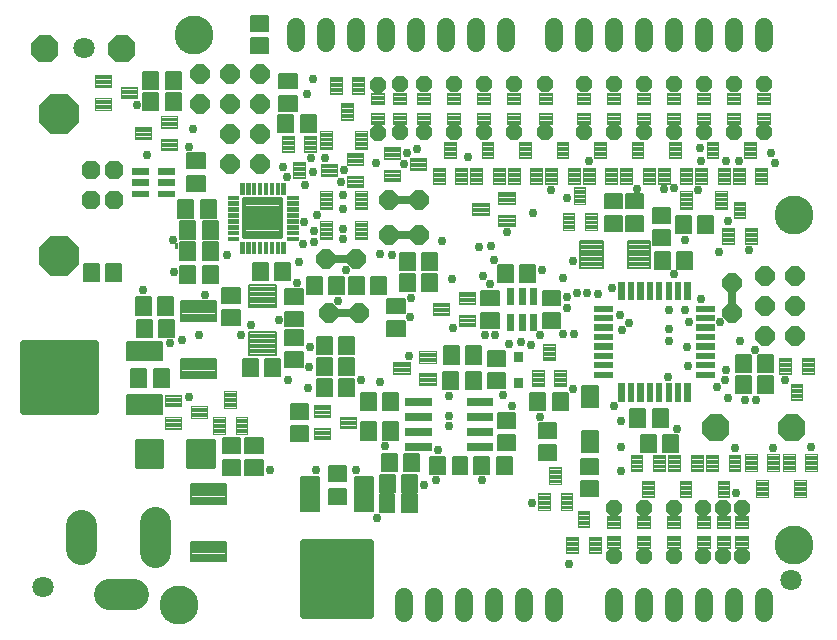
<source format=gts>
G75*
G70*
%OFA0B0*%
%FSLAX24Y24*%
%IPPOS*%
%LPD*%
%AMOC8*
5,1,8,0,0,1.08239X$1,22.5*
%
%ADD10C,0.1300*%
%ADD11OC8,0.0640*%
%ADD12C,0.0590*%
%ADD13C,0.1024*%
%ADD14C,0.0013*%
%ADD15C,0.0140*%
%ADD16C,0.0055*%
%ADD17C,0.0043*%
%ADD18C,0.0072*%
%ADD19C,0.0022*%
%ADD20C,0.0083*%
%ADD21OC8,0.0900*%
%ADD22C,0.0020*%
%ADD23OC8,0.0634*%
%ADD24R,0.0400X0.0300*%
%ADD25R,0.0300X0.0400*%
%ADD26OC8,0.0555*%
%ADD27C,0.0026*%
%ADD28C,0.0009*%
%ADD29C,0.0067*%
%ADD30C,0.0198*%
%ADD31OC8,0.0614*%
%ADD32OC8,0.1346*%
%ADD33C,0.0030*%
%ADD34C,0.0098*%
%ADD35C,0.0709*%
%ADD36C,0.0059*%
%ADD37C,0.0297*%
D10*
X020338Y001575D03*
X040838Y003575D03*
X040838Y014575D03*
X020838Y020575D03*
D11*
X021038Y019275D03*
X022038Y019275D03*
X023038Y019275D03*
X023038Y018275D03*
X022038Y018275D03*
X021038Y018275D03*
X022038Y017275D03*
X023038Y017275D03*
X023038Y016275D03*
X022038Y016275D03*
X039894Y012555D03*
X040894Y012555D03*
X040894Y011555D03*
X039894Y011555D03*
X039894Y010555D03*
X040894Y010555D03*
D12*
X039838Y001850D02*
X039838Y001300D01*
X038838Y001300D02*
X038838Y001850D01*
X037838Y001850D02*
X037838Y001300D01*
X036838Y001300D02*
X036838Y001850D01*
X035838Y001850D02*
X035838Y001300D01*
X034838Y001300D02*
X034838Y001850D01*
X032838Y001850D02*
X032838Y001300D01*
X031838Y001300D02*
X031838Y001850D01*
X030838Y001850D02*
X030838Y001300D01*
X029838Y001300D02*
X029838Y001850D01*
X028838Y001850D02*
X028838Y001300D01*
X027838Y001300D02*
X027838Y001850D01*
X028238Y020300D02*
X028238Y020850D01*
X027238Y020850D02*
X027238Y020300D01*
X026238Y020300D02*
X026238Y020850D01*
X025238Y020850D02*
X025238Y020300D01*
X024238Y020300D02*
X024238Y020850D01*
X029238Y020850D02*
X029238Y020300D01*
X030238Y020300D02*
X030238Y020850D01*
X031238Y020850D02*
X031238Y020300D01*
X032838Y020300D02*
X032838Y020850D01*
X033838Y020850D02*
X033838Y020300D01*
X034838Y020300D02*
X034838Y020850D01*
X035838Y020850D02*
X035838Y020300D01*
X036838Y020300D02*
X036838Y020850D01*
X037838Y020850D02*
X037838Y020300D01*
X038838Y020300D02*
X038838Y020850D01*
X039838Y020850D02*
X039838Y020300D01*
D13*
X019539Y004337D02*
X019539Y003353D01*
X017078Y003451D02*
X017078Y004239D01*
X018023Y001955D02*
X018811Y001955D01*
D14*
X022390Y013320D02*
X022390Y013682D01*
X022508Y013682D01*
X022508Y013320D01*
X022390Y013320D01*
X022390Y013332D02*
X022508Y013332D01*
X022508Y013344D02*
X022390Y013344D01*
X022390Y013356D02*
X022508Y013356D01*
X022508Y013368D02*
X022390Y013368D01*
X022390Y013380D02*
X022508Y013380D01*
X022508Y013392D02*
X022390Y013392D01*
X022390Y013404D02*
X022508Y013404D01*
X022508Y013416D02*
X022390Y013416D01*
X022390Y013428D02*
X022508Y013428D01*
X022508Y013440D02*
X022390Y013440D01*
X022390Y013452D02*
X022508Y013452D01*
X022508Y013464D02*
X022390Y013464D01*
X022390Y013476D02*
X022508Y013476D01*
X022508Y013488D02*
X022390Y013488D01*
X022390Y013500D02*
X022508Y013500D01*
X022508Y013512D02*
X022390Y013512D01*
X022390Y013524D02*
X022508Y013524D01*
X022508Y013536D02*
X022390Y013536D01*
X022390Y013548D02*
X022508Y013548D01*
X022508Y013560D02*
X022390Y013560D01*
X022390Y013572D02*
X022508Y013572D01*
X022508Y013584D02*
X022390Y013584D01*
X022390Y013596D02*
X022508Y013596D01*
X022508Y013608D02*
X022390Y013608D01*
X022390Y013620D02*
X022508Y013620D01*
X022508Y013632D02*
X022390Y013632D01*
X022390Y013644D02*
X022508Y013644D01*
X022508Y013656D02*
X022390Y013656D01*
X022390Y013668D02*
X022508Y013668D01*
X022508Y013680D02*
X022390Y013680D01*
X022335Y013855D02*
X021973Y013855D01*
X022335Y013855D02*
X022335Y013737D01*
X021973Y013737D01*
X021973Y013855D01*
X021973Y013749D02*
X022335Y013749D01*
X022335Y013761D02*
X021973Y013761D01*
X021973Y013773D02*
X022335Y013773D01*
X022335Y013785D02*
X021973Y013785D01*
X021973Y013797D02*
X022335Y013797D01*
X022335Y013809D02*
X021973Y013809D01*
X021973Y013821D02*
X022335Y013821D01*
X022335Y013833D02*
X021973Y013833D01*
X021973Y013845D02*
X022335Y013845D01*
X022335Y014052D02*
X021973Y014052D01*
X022335Y014052D02*
X022335Y013934D01*
X021973Y013934D01*
X021973Y014052D01*
X021973Y013946D02*
X022335Y013946D01*
X022335Y013958D02*
X021973Y013958D01*
X021973Y013970D02*
X022335Y013970D01*
X022335Y013982D02*
X021973Y013982D01*
X021973Y013994D02*
X022335Y013994D01*
X022335Y014006D02*
X021973Y014006D01*
X021973Y014018D02*
X022335Y014018D01*
X022335Y014030D02*
X021973Y014030D01*
X021973Y014042D02*
X022335Y014042D01*
X022335Y014249D02*
X021973Y014249D01*
X022335Y014249D02*
X022335Y014131D01*
X021973Y014131D01*
X021973Y014249D01*
X021973Y014143D02*
X022335Y014143D01*
X022335Y014155D02*
X021973Y014155D01*
X021973Y014167D02*
X022335Y014167D01*
X022335Y014179D02*
X021973Y014179D01*
X021973Y014191D02*
X022335Y014191D01*
X022335Y014203D02*
X021973Y014203D01*
X021973Y014215D02*
X022335Y014215D01*
X022335Y014227D02*
X021973Y014227D01*
X021973Y014239D02*
X022335Y014239D01*
X022335Y014446D02*
X021973Y014446D01*
X022335Y014446D02*
X022335Y014328D01*
X021973Y014328D01*
X021973Y014446D01*
X021973Y014340D02*
X022335Y014340D01*
X022335Y014352D02*
X021973Y014352D01*
X021973Y014364D02*
X022335Y014364D01*
X022335Y014376D02*
X021973Y014376D01*
X021973Y014388D02*
X022335Y014388D01*
X022335Y014400D02*
X021973Y014400D01*
X021973Y014412D02*
X022335Y014412D01*
X022335Y014424D02*
X021973Y014424D01*
X021973Y014436D02*
X022335Y014436D01*
X022335Y014642D02*
X021973Y014642D01*
X022335Y014642D02*
X022335Y014524D01*
X021973Y014524D01*
X021973Y014642D01*
X021973Y014536D02*
X022335Y014536D01*
X022335Y014548D02*
X021973Y014548D01*
X021973Y014560D02*
X022335Y014560D01*
X022335Y014572D02*
X021973Y014572D01*
X021973Y014584D02*
X022335Y014584D01*
X022335Y014596D02*
X021973Y014596D01*
X021973Y014608D02*
X022335Y014608D01*
X022335Y014620D02*
X021973Y014620D01*
X021973Y014632D02*
X022335Y014632D01*
X022335Y014839D02*
X021973Y014839D01*
X022335Y014839D02*
X022335Y014721D01*
X021973Y014721D01*
X021973Y014839D01*
X021973Y014733D02*
X022335Y014733D01*
X022335Y014745D02*
X021973Y014745D01*
X021973Y014757D02*
X022335Y014757D01*
X022335Y014769D02*
X021973Y014769D01*
X021973Y014781D02*
X022335Y014781D01*
X022335Y014793D02*
X021973Y014793D01*
X021973Y014805D02*
X022335Y014805D01*
X022335Y014817D02*
X021973Y014817D01*
X021973Y014829D02*
X022335Y014829D01*
X022335Y015036D02*
X021973Y015036D01*
X022335Y015036D02*
X022335Y014918D01*
X021973Y014918D01*
X021973Y015036D01*
X021973Y014930D02*
X022335Y014930D01*
X022335Y014942D02*
X021973Y014942D01*
X021973Y014954D02*
X022335Y014954D01*
X022335Y014966D02*
X021973Y014966D01*
X021973Y014978D02*
X022335Y014978D01*
X022335Y014990D02*
X021973Y014990D01*
X021973Y015002D02*
X022335Y015002D01*
X022335Y015014D02*
X021973Y015014D01*
X021973Y015026D02*
X022335Y015026D01*
X022335Y015233D02*
X021973Y015233D01*
X022335Y015233D02*
X022335Y015115D01*
X021973Y015115D01*
X021973Y015233D01*
X021973Y015127D02*
X022335Y015127D01*
X022335Y015139D02*
X021973Y015139D01*
X021973Y015151D02*
X022335Y015151D01*
X022335Y015163D02*
X021973Y015163D01*
X021973Y015175D02*
X022335Y015175D01*
X022335Y015187D02*
X021973Y015187D01*
X021973Y015199D02*
X022335Y015199D01*
X022335Y015211D02*
X021973Y015211D01*
X021973Y015223D02*
X022335Y015223D01*
X022390Y015288D02*
X022390Y015650D01*
X022508Y015650D01*
X022508Y015288D01*
X022390Y015288D01*
X022390Y015300D02*
X022508Y015300D01*
X022508Y015312D02*
X022390Y015312D01*
X022390Y015324D02*
X022508Y015324D01*
X022508Y015336D02*
X022390Y015336D01*
X022390Y015348D02*
X022508Y015348D01*
X022508Y015360D02*
X022390Y015360D01*
X022390Y015372D02*
X022508Y015372D01*
X022508Y015384D02*
X022390Y015384D01*
X022390Y015396D02*
X022508Y015396D01*
X022508Y015408D02*
X022390Y015408D01*
X022390Y015420D02*
X022508Y015420D01*
X022508Y015432D02*
X022390Y015432D01*
X022390Y015444D02*
X022508Y015444D01*
X022508Y015456D02*
X022390Y015456D01*
X022390Y015468D02*
X022508Y015468D01*
X022508Y015480D02*
X022390Y015480D01*
X022390Y015492D02*
X022508Y015492D01*
X022508Y015504D02*
X022390Y015504D01*
X022390Y015516D02*
X022508Y015516D01*
X022508Y015528D02*
X022390Y015528D01*
X022390Y015540D02*
X022508Y015540D01*
X022508Y015552D02*
X022390Y015552D01*
X022390Y015564D02*
X022508Y015564D01*
X022508Y015576D02*
X022390Y015576D01*
X022390Y015588D02*
X022508Y015588D01*
X022508Y015600D02*
X022390Y015600D01*
X022390Y015612D02*
X022508Y015612D01*
X022508Y015624D02*
X022390Y015624D01*
X022390Y015636D02*
X022508Y015636D01*
X022508Y015648D02*
X022390Y015648D01*
X022587Y015650D02*
X022587Y015288D01*
X022587Y015650D02*
X022705Y015650D01*
X022705Y015288D01*
X022587Y015288D01*
X022587Y015300D02*
X022705Y015300D01*
X022705Y015312D02*
X022587Y015312D01*
X022587Y015324D02*
X022705Y015324D01*
X022705Y015336D02*
X022587Y015336D01*
X022587Y015348D02*
X022705Y015348D01*
X022705Y015360D02*
X022587Y015360D01*
X022587Y015372D02*
X022705Y015372D01*
X022705Y015384D02*
X022587Y015384D01*
X022587Y015396D02*
X022705Y015396D01*
X022705Y015408D02*
X022587Y015408D01*
X022587Y015420D02*
X022705Y015420D01*
X022705Y015432D02*
X022587Y015432D01*
X022587Y015444D02*
X022705Y015444D01*
X022705Y015456D02*
X022587Y015456D01*
X022587Y015468D02*
X022705Y015468D01*
X022705Y015480D02*
X022587Y015480D01*
X022587Y015492D02*
X022705Y015492D01*
X022705Y015504D02*
X022587Y015504D01*
X022587Y015516D02*
X022705Y015516D01*
X022705Y015528D02*
X022587Y015528D01*
X022587Y015540D02*
X022705Y015540D01*
X022705Y015552D02*
X022587Y015552D01*
X022587Y015564D02*
X022705Y015564D01*
X022705Y015576D02*
X022587Y015576D01*
X022587Y015588D02*
X022705Y015588D01*
X022705Y015600D02*
X022587Y015600D01*
X022587Y015612D02*
X022705Y015612D01*
X022705Y015624D02*
X022587Y015624D01*
X022587Y015636D02*
X022705Y015636D01*
X022705Y015648D02*
X022587Y015648D01*
X022784Y015650D02*
X022784Y015288D01*
X022784Y015650D02*
X022902Y015650D01*
X022902Y015288D01*
X022784Y015288D01*
X022784Y015300D02*
X022902Y015300D01*
X022902Y015312D02*
X022784Y015312D01*
X022784Y015324D02*
X022902Y015324D01*
X022902Y015336D02*
X022784Y015336D01*
X022784Y015348D02*
X022902Y015348D01*
X022902Y015360D02*
X022784Y015360D01*
X022784Y015372D02*
X022902Y015372D01*
X022902Y015384D02*
X022784Y015384D01*
X022784Y015396D02*
X022902Y015396D01*
X022902Y015408D02*
X022784Y015408D01*
X022784Y015420D02*
X022902Y015420D01*
X022902Y015432D02*
X022784Y015432D01*
X022784Y015444D02*
X022902Y015444D01*
X022902Y015456D02*
X022784Y015456D01*
X022784Y015468D02*
X022902Y015468D01*
X022902Y015480D02*
X022784Y015480D01*
X022784Y015492D02*
X022902Y015492D01*
X022902Y015504D02*
X022784Y015504D01*
X022784Y015516D02*
X022902Y015516D01*
X022902Y015528D02*
X022784Y015528D01*
X022784Y015540D02*
X022902Y015540D01*
X022902Y015552D02*
X022784Y015552D01*
X022784Y015564D02*
X022902Y015564D01*
X022902Y015576D02*
X022784Y015576D01*
X022784Y015588D02*
X022902Y015588D01*
X022902Y015600D02*
X022784Y015600D01*
X022784Y015612D02*
X022902Y015612D01*
X022902Y015624D02*
X022784Y015624D01*
X022784Y015636D02*
X022902Y015636D01*
X022902Y015648D02*
X022784Y015648D01*
X022981Y015650D02*
X022981Y015288D01*
X022981Y015650D02*
X023099Y015650D01*
X023099Y015288D01*
X022981Y015288D01*
X022981Y015300D02*
X023099Y015300D01*
X023099Y015312D02*
X022981Y015312D01*
X022981Y015324D02*
X023099Y015324D01*
X023099Y015336D02*
X022981Y015336D01*
X022981Y015348D02*
X023099Y015348D01*
X023099Y015360D02*
X022981Y015360D01*
X022981Y015372D02*
X023099Y015372D01*
X023099Y015384D02*
X022981Y015384D01*
X022981Y015396D02*
X023099Y015396D01*
X023099Y015408D02*
X022981Y015408D01*
X022981Y015420D02*
X023099Y015420D01*
X023099Y015432D02*
X022981Y015432D01*
X022981Y015444D02*
X023099Y015444D01*
X023099Y015456D02*
X022981Y015456D01*
X022981Y015468D02*
X023099Y015468D01*
X023099Y015480D02*
X022981Y015480D01*
X022981Y015492D02*
X023099Y015492D01*
X023099Y015504D02*
X022981Y015504D01*
X022981Y015516D02*
X023099Y015516D01*
X023099Y015528D02*
X022981Y015528D01*
X022981Y015540D02*
X023099Y015540D01*
X023099Y015552D02*
X022981Y015552D01*
X022981Y015564D02*
X023099Y015564D01*
X023099Y015576D02*
X022981Y015576D01*
X022981Y015588D02*
X023099Y015588D01*
X023099Y015600D02*
X022981Y015600D01*
X022981Y015612D02*
X023099Y015612D01*
X023099Y015624D02*
X022981Y015624D01*
X022981Y015636D02*
X023099Y015636D01*
X023099Y015648D02*
X022981Y015648D01*
X023178Y015650D02*
X023178Y015288D01*
X023178Y015650D02*
X023296Y015650D01*
X023296Y015288D01*
X023178Y015288D01*
X023178Y015300D02*
X023296Y015300D01*
X023296Y015312D02*
X023178Y015312D01*
X023178Y015324D02*
X023296Y015324D01*
X023296Y015336D02*
X023178Y015336D01*
X023178Y015348D02*
X023296Y015348D01*
X023296Y015360D02*
X023178Y015360D01*
X023178Y015372D02*
X023296Y015372D01*
X023296Y015384D02*
X023178Y015384D01*
X023178Y015396D02*
X023296Y015396D01*
X023296Y015408D02*
X023178Y015408D01*
X023178Y015420D02*
X023296Y015420D01*
X023296Y015432D02*
X023178Y015432D01*
X023178Y015444D02*
X023296Y015444D01*
X023296Y015456D02*
X023178Y015456D01*
X023178Y015468D02*
X023296Y015468D01*
X023296Y015480D02*
X023178Y015480D01*
X023178Y015492D02*
X023296Y015492D01*
X023296Y015504D02*
X023178Y015504D01*
X023178Y015516D02*
X023296Y015516D01*
X023296Y015528D02*
X023178Y015528D01*
X023178Y015540D02*
X023296Y015540D01*
X023296Y015552D02*
X023178Y015552D01*
X023178Y015564D02*
X023296Y015564D01*
X023296Y015576D02*
X023178Y015576D01*
X023178Y015588D02*
X023296Y015588D01*
X023296Y015600D02*
X023178Y015600D01*
X023178Y015612D02*
X023296Y015612D01*
X023296Y015624D02*
X023178Y015624D01*
X023178Y015636D02*
X023296Y015636D01*
X023296Y015648D02*
X023178Y015648D01*
X023375Y015650D02*
X023375Y015288D01*
X023375Y015650D02*
X023493Y015650D01*
X023493Y015288D01*
X023375Y015288D01*
X023375Y015300D02*
X023493Y015300D01*
X023493Y015312D02*
X023375Y015312D01*
X023375Y015324D02*
X023493Y015324D01*
X023493Y015336D02*
X023375Y015336D01*
X023375Y015348D02*
X023493Y015348D01*
X023493Y015360D02*
X023375Y015360D01*
X023375Y015372D02*
X023493Y015372D01*
X023493Y015384D02*
X023375Y015384D01*
X023375Y015396D02*
X023493Y015396D01*
X023493Y015408D02*
X023375Y015408D01*
X023375Y015420D02*
X023493Y015420D01*
X023493Y015432D02*
X023375Y015432D01*
X023375Y015444D02*
X023493Y015444D01*
X023493Y015456D02*
X023375Y015456D01*
X023375Y015468D02*
X023493Y015468D01*
X023493Y015480D02*
X023375Y015480D01*
X023375Y015492D02*
X023493Y015492D01*
X023493Y015504D02*
X023375Y015504D01*
X023375Y015516D02*
X023493Y015516D01*
X023493Y015528D02*
X023375Y015528D01*
X023375Y015540D02*
X023493Y015540D01*
X023493Y015552D02*
X023375Y015552D01*
X023375Y015564D02*
X023493Y015564D01*
X023493Y015576D02*
X023375Y015576D01*
X023375Y015588D02*
X023493Y015588D01*
X023493Y015600D02*
X023375Y015600D01*
X023375Y015612D02*
X023493Y015612D01*
X023493Y015624D02*
X023375Y015624D01*
X023375Y015636D02*
X023493Y015636D01*
X023493Y015648D02*
X023375Y015648D01*
X023572Y015650D02*
X023572Y015288D01*
X023572Y015650D02*
X023690Y015650D01*
X023690Y015288D01*
X023572Y015288D01*
X023572Y015300D02*
X023690Y015300D01*
X023690Y015312D02*
X023572Y015312D01*
X023572Y015324D02*
X023690Y015324D01*
X023690Y015336D02*
X023572Y015336D01*
X023572Y015348D02*
X023690Y015348D01*
X023690Y015360D02*
X023572Y015360D01*
X023572Y015372D02*
X023690Y015372D01*
X023690Y015384D02*
X023572Y015384D01*
X023572Y015396D02*
X023690Y015396D01*
X023690Y015408D02*
X023572Y015408D01*
X023572Y015420D02*
X023690Y015420D01*
X023690Y015432D02*
X023572Y015432D01*
X023572Y015444D02*
X023690Y015444D01*
X023690Y015456D02*
X023572Y015456D01*
X023572Y015468D02*
X023690Y015468D01*
X023690Y015480D02*
X023572Y015480D01*
X023572Y015492D02*
X023690Y015492D01*
X023690Y015504D02*
X023572Y015504D01*
X023572Y015516D02*
X023690Y015516D01*
X023690Y015528D02*
X023572Y015528D01*
X023572Y015540D02*
X023690Y015540D01*
X023690Y015552D02*
X023572Y015552D01*
X023572Y015564D02*
X023690Y015564D01*
X023690Y015576D02*
X023572Y015576D01*
X023572Y015588D02*
X023690Y015588D01*
X023690Y015600D02*
X023572Y015600D01*
X023572Y015612D02*
X023690Y015612D01*
X023690Y015624D02*
X023572Y015624D01*
X023572Y015636D02*
X023690Y015636D01*
X023690Y015648D02*
X023572Y015648D01*
X023768Y015650D02*
X023768Y015288D01*
X023768Y015650D02*
X023886Y015650D01*
X023886Y015288D01*
X023768Y015288D01*
X023768Y015300D02*
X023886Y015300D01*
X023886Y015312D02*
X023768Y015312D01*
X023768Y015324D02*
X023886Y015324D01*
X023886Y015336D02*
X023768Y015336D01*
X023768Y015348D02*
X023886Y015348D01*
X023886Y015360D02*
X023768Y015360D01*
X023768Y015372D02*
X023886Y015372D01*
X023886Y015384D02*
X023768Y015384D01*
X023768Y015396D02*
X023886Y015396D01*
X023886Y015408D02*
X023768Y015408D01*
X023768Y015420D02*
X023886Y015420D01*
X023886Y015432D02*
X023768Y015432D01*
X023768Y015444D02*
X023886Y015444D01*
X023886Y015456D02*
X023768Y015456D01*
X023768Y015468D02*
X023886Y015468D01*
X023886Y015480D02*
X023768Y015480D01*
X023768Y015492D02*
X023886Y015492D01*
X023886Y015504D02*
X023768Y015504D01*
X023768Y015516D02*
X023886Y015516D01*
X023886Y015528D02*
X023768Y015528D01*
X023768Y015540D02*
X023886Y015540D01*
X023886Y015552D02*
X023768Y015552D01*
X023768Y015564D02*
X023886Y015564D01*
X023886Y015576D02*
X023768Y015576D01*
X023768Y015588D02*
X023886Y015588D01*
X023886Y015600D02*
X023768Y015600D01*
X023768Y015612D02*
X023886Y015612D01*
X023886Y015624D02*
X023768Y015624D01*
X023768Y015636D02*
X023886Y015636D01*
X023886Y015648D02*
X023768Y015648D01*
X023942Y015233D02*
X024304Y015233D01*
X024304Y015115D01*
X023942Y015115D01*
X023942Y015233D01*
X023942Y015127D02*
X024304Y015127D01*
X024304Y015139D02*
X023942Y015139D01*
X023942Y015151D02*
X024304Y015151D01*
X024304Y015163D02*
X023942Y015163D01*
X023942Y015175D02*
X024304Y015175D01*
X024304Y015187D02*
X023942Y015187D01*
X023942Y015199D02*
X024304Y015199D01*
X024304Y015211D02*
X023942Y015211D01*
X023942Y015223D02*
X024304Y015223D01*
X024304Y015036D02*
X023942Y015036D01*
X024304Y015036D02*
X024304Y014918D01*
X023942Y014918D01*
X023942Y015036D01*
X023942Y014930D02*
X024304Y014930D01*
X024304Y014942D02*
X023942Y014942D01*
X023942Y014954D02*
X024304Y014954D01*
X024304Y014966D02*
X023942Y014966D01*
X023942Y014978D02*
X024304Y014978D01*
X024304Y014990D02*
X023942Y014990D01*
X023942Y015002D02*
X024304Y015002D01*
X024304Y015014D02*
X023942Y015014D01*
X023942Y015026D02*
X024304Y015026D01*
X024304Y014839D02*
X023942Y014839D01*
X024304Y014839D02*
X024304Y014721D01*
X023942Y014721D01*
X023942Y014839D01*
X023942Y014733D02*
X024304Y014733D01*
X024304Y014745D02*
X023942Y014745D01*
X023942Y014757D02*
X024304Y014757D01*
X024304Y014769D02*
X023942Y014769D01*
X023942Y014781D02*
X024304Y014781D01*
X024304Y014793D02*
X023942Y014793D01*
X023942Y014805D02*
X024304Y014805D01*
X024304Y014817D02*
X023942Y014817D01*
X023942Y014829D02*
X024304Y014829D01*
X024304Y014642D02*
X023942Y014642D01*
X024304Y014642D02*
X024304Y014524D01*
X023942Y014524D01*
X023942Y014642D01*
X023942Y014536D02*
X024304Y014536D01*
X024304Y014548D02*
X023942Y014548D01*
X023942Y014560D02*
X024304Y014560D01*
X024304Y014572D02*
X023942Y014572D01*
X023942Y014584D02*
X024304Y014584D01*
X024304Y014596D02*
X023942Y014596D01*
X023942Y014608D02*
X024304Y014608D01*
X024304Y014620D02*
X023942Y014620D01*
X023942Y014632D02*
X024304Y014632D01*
X024304Y014446D02*
X023942Y014446D01*
X024304Y014446D02*
X024304Y014328D01*
X023942Y014328D01*
X023942Y014446D01*
X023942Y014340D02*
X024304Y014340D01*
X024304Y014352D02*
X023942Y014352D01*
X023942Y014364D02*
X024304Y014364D01*
X024304Y014376D02*
X023942Y014376D01*
X023942Y014388D02*
X024304Y014388D01*
X024304Y014400D02*
X023942Y014400D01*
X023942Y014412D02*
X024304Y014412D01*
X024304Y014424D02*
X023942Y014424D01*
X023942Y014436D02*
X024304Y014436D01*
X024304Y014249D02*
X023942Y014249D01*
X024304Y014249D02*
X024304Y014131D01*
X023942Y014131D01*
X023942Y014249D01*
X023942Y014143D02*
X024304Y014143D01*
X024304Y014155D02*
X023942Y014155D01*
X023942Y014167D02*
X024304Y014167D01*
X024304Y014179D02*
X023942Y014179D01*
X023942Y014191D02*
X024304Y014191D01*
X024304Y014203D02*
X023942Y014203D01*
X023942Y014215D02*
X024304Y014215D01*
X024304Y014227D02*
X023942Y014227D01*
X023942Y014239D02*
X024304Y014239D01*
X024304Y014052D02*
X023942Y014052D01*
X024304Y014052D02*
X024304Y013934D01*
X023942Y013934D01*
X023942Y014052D01*
X023942Y013946D02*
X024304Y013946D01*
X024304Y013958D02*
X023942Y013958D01*
X023942Y013970D02*
X024304Y013970D01*
X024304Y013982D02*
X023942Y013982D01*
X023942Y013994D02*
X024304Y013994D01*
X024304Y014006D02*
X023942Y014006D01*
X023942Y014018D02*
X024304Y014018D01*
X024304Y014030D02*
X023942Y014030D01*
X023942Y014042D02*
X024304Y014042D01*
X024304Y013855D02*
X023942Y013855D01*
X024304Y013855D02*
X024304Y013737D01*
X023942Y013737D01*
X023942Y013855D01*
X023942Y013749D02*
X024304Y013749D01*
X024304Y013761D02*
X023942Y013761D01*
X023942Y013773D02*
X024304Y013773D01*
X024304Y013785D02*
X023942Y013785D01*
X023942Y013797D02*
X024304Y013797D01*
X024304Y013809D02*
X023942Y013809D01*
X023942Y013821D02*
X024304Y013821D01*
X024304Y013833D02*
X023942Y013833D01*
X023942Y013845D02*
X024304Y013845D01*
X023768Y013682D02*
X023768Y013320D01*
X023768Y013682D02*
X023886Y013682D01*
X023886Y013320D01*
X023768Y013320D01*
X023768Y013332D02*
X023886Y013332D01*
X023886Y013344D02*
X023768Y013344D01*
X023768Y013356D02*
X023886Y013356D01*
X023886Y013368D02*
X023768Y013368D01*
X023768Y013380D02*
X023886Y013380D01*
X023886Y013392D02*
X023768Y013392D01*
X023768Y013404D02*
X023886Y013404D01*
X023886Y013416D02*
X023768Y013416D01*
X023768Y013428D02*
X023886Y013428D01*
X023886Y013440D02*
X023768Y013440D01*
X023768Y013452D02*
X023886Y013452D01*
X023886Y013464D02*
X023768Y013464D01*
X023768Y013476D02*
X023886Y013476D01*
X023886Y013488D02*
X023768Y013488D01*
X023768Y013500D02*
X023886Y013500D01*
X023886Y013512D02*
X023768Y013512D01*
X023768Y013524D02*
X023886Y013524D01*
X023886Y013536D02*
X023768Y013536D01*
X023768Y013548D02*
X023886Y013548D01*
X023886Y013560D02*
X023768Y013560D01*
X023768Y013572D02*
X023886Y013572D01*
X023886Y013584D02*
X023768Y013584D01*
X023768Y013596D02*
X023886Y013596D01*
X023886Y013608D02*
X023768Y013608D01*
X023768Y013620D02*
X023886Y013620D01*
X023886Y013632D02*
X023768Y013632D01*
X023768Y013644D02*
X023886Y013644D01*
X023886Y013656D02*
X023768Y013656D01*
X023768Y013668D02*
X023886Y013668D01*
X023886Y013680D02*
X023768Y013680D01*
X023572Y013682D02*
X023572Y013320D01*
X023572Y013682D02*
X023690Y013682D01*
X023690Y013320D01*
X023572Y013320D01*
X023572Y013332D02*
X023690Y013332D01*
X023690Y013344D02*
X023572Y013344D01*
X023572Y013356D02*
X023690Y013356D01*
X023690Y013368D02*
X023572Y013368D01*
X023572Y013380D02*
X023690Y013380D01*
X023690Y013392D02*
X023572Y013392D01*
X023572Y013404D02*
X023690Y013404D01*
X023690Y013416D02*
X023572Y013416D01*
X023572Y013428D02*
X023690Y013428D01*
X023690Y013440D02*
X023572Y013440D01*
X023572Y013452D02*
X023690Y013452D01*
X023690Y013464D02*
X023572Y013464D01*
X023572Y013476D02*
X023690Y013476D01*
X023690Y013488D02*
X023572Y013488D01*
X023572Y013500D02*
X023690Y013500D01*
X023690Y013512D02*
X023572Y013512D01*
X023572Y013524D02*
X023690Y013524D01*
X023690Y013536D02*
X023572Y013536D01*
X023572Y013548D02*
X023690Y013548D01*
X023690Y013560D02*
X023572Y013560D01*
X023572Y013572D02*
X023690Y013572D01*
X023690Y013584D02*
X023572Y013584D01*
X023572Y013596D02*
X023690Y013596D01*
X023690Y013608D02*
X023572Y013608D01*
X023572Y013620D02*
X023690Y013620D01*
X023690Y013632D02*
X023572Y013632D01*
X023572Y013644D02*
X023690Y013644D01*
X023690Y013656D02*
X023572Y013656D01*
X023572Y013668D02*
X023690Y013668D01*
X023690Y013680D02*
X023572Y013680D01*
X023375Y013682D02*
X023375Y013320D01*
X023375Y013682D02*
X023493Y013682D01*
X023493Y013320D01*
X023375Y013320D01*
X023375Y013332D02*
X023493Y013332D01*
X023493Y013344D02*
X023375Y013344D01*
X023375Y013356D02*
X023493Y013356D01*
X023493Y013368D02*
X023375Y013368D01*
X023375Y013380D02*
X023493Y013380D01*
X023493Y013392D02*
X023375Y013392D01*
X023375Y013404D02*
X023493Y013404D01*
X023493Y013416D02*
X023375Y013416D01*
X023375Y013428D02*
X023493Y013428D01*
X023493Y013440D02*
X023375Y013440D01*
X023375Y013452D02*
X023493Y013452D01*
X023493Y013464D02*
X023375Y013464D01*
X023375Y013476D02*
X023493Y013476D01*
X023493Y013488D02*
X023375Y013488D01*
X023375Y013500D02*
X023493Y013500D01*
X023493Y013512D02*
X023375Y013512D01*
X023375Y013524D02*
X023493Y013524D01*
X023493Y013536D02*
X023375Y013536D01*
X023375Y013548D02*
X023493Y013548D01*
X023493Y013560D02*
X023375Y013560D01*
X023375Y013572D02*
X023493Y013572D01*
X023493Y013584D02*
X023375Y013584D01*
X023375Y013596D02*
X023493Y013596D01*
X023493Y013608D02*
X023375Y013608D01*
X023375Y013620D02*
X023493Y013620D01*
X023493Y013632D02*
X023375Y013632D01*
X023375Y013644D02*
X023493Y013644D01*
X023493Y013656D02*
X023375Y013656D01*
X023375Y013668D02*
X023493Y013668D01*
X023493Y013680D02*
X023375Y013680D01*
X023178Y013682D02*
X023178Y013320D01*
X023178Y013682D02*
X023296Y013682D01*
X023296Y013320D01*
X023178Y013320D01*
X023178Y013332D02*
X023296Y013332D01*
X023296Y013344D02*
X023178Y013344D01*
X023178Y013356D02*
X023296Y013356D01*
X023296Y013368D02*
X023178Y013368D01*
X023178Y013380D02*
X023296Y013380D01*
X023296Y013392D02*
X023178Y013392D01*
X023178Y013404D02*
X023296Y013404D01*
X023296Y013416D02*
X023178Y013416D01*
X023178Y013428D02*
X023296Y013428D01*
X023296Y013440D02*
X023178Y013440D01*
X023178Y013452D02*
X023296Y013452D01*
X023296Y013464D02*
X023178Y013464D01*
X023178Y013476D02*
X023296Y013476D01*
X023296Y013488D02*
X023178Y013488D01*
X023178Y013500D02*
X023296Y013500D01*
X023296Y013512D02*
X023178Y013512D01*
X023178Y013524D02*
X023296Y013524D01*
X023296Y013536D02*
X023178Y013536D01*
X023178Y013548D02*
X023296Y013548D01*
X023296Y013560D02*
X023178Y013560D01*
X023178Y013572D02*
X023296Y013572D01*
X023296Y013584D02*
X023178Y013584D01*
X023178Y013596D02*
X023296Y013596D01*
X023296Y013608D02*
X023178Y013608D01*
X023178Y013620D02*
X023296Y013620D01*
X023296Y013632D02*
X023178Y013632D01*
X023178Y013644D02*
X023296Y013644D01*
X023296Y013656D02*
X023178Y013656D01*
X023178Y013668D02*
X023296Y013668D01*
X023296Y013680D02*
X023178Y013680D01*
X022981Y013682D02*
X022981Y013320D01*
X022981Y013682D02*
X023099Y013682D01*
X023099Y013320D01*
X022981Y013320D01*
X022981Y013332D02*
X023099Y013332D01*
X023099Y013344D02*
X022981Y013344D01*
X022981Y013356D02*
X023099Y013356D01*
X023099Y013368D02*
X022981Y013368D01*
X022981Y013380D02*
X023099Y013380D01*
X023099Y013392D02*
X022981Y013392D01*
X022981Y013404D02*
X023099Y013404D01*
X023099Y013416D02*
X022981Y013416D01*
X022981Y013428D02*
X023099Y013428D01*
X023099Y013440D02*
X022981Y013440D01*
X022981Y013452D02*
X023099Y013452D01*
X023099Y013464D02*
X022981Y013464D01*
X022981Y013476D02*
X023099Y013476D01*
X023099Y013488D02*
X022981Y013488D01*
X022981Y013500D02*
X023099Y013500D01*
X023099Y013512D02*
X022981Y013512D01*
X022981Y013524D02*
X023099Y013524D01*
X023099Y013536D02*
X022981Y013536D01*
X022981Y013548D02*
X023099Y013548D01*
X023099Y013560D02*
X022981Y013560D01*
X022981Y013572D02*
X023099Y013572D01*
X023099Y013584D02*
X022981Y013584D01*
X022981Y013596D02*
X023099Y013596D01*
X023099Y013608D02*
X022981Y013608D01*
X022981Y013620D02*
X023099Y013620D01*
X023099Y013632D02*
X022981Y013632D01*
X022981Y013644D02*
X023099Y013644D01*
X023099Y013656D02*
X022981Y013656D01*
X022981Y013668D02*
X023099Y013668D01*
X023099Y013680D02*
X022981Y013680D01*
X022784Y013682D02*
X022784Y013320D01*
X022784Y013682D02*
X022902Y013682D01*
X022902Y013320D01*
X022784Y013320D01*
X022784Y013332D02*
X022902Y013332D01*
X022902Y013344D02*
X022784Y013344D01*
X022784Y013356D02*
X022902Y013356D01*
X022902Y013368D02*
X022784Y013368D01*
X022784Y013380D02*
X022902Y013380D01*
X022902Y013392D02*
X022784Y013392D01*
X022784Y013404D02*
X022902Y013404D01*
X022902Y013416D02*
X022784Y013416D01*
X022784Y013428D02*
X022902Y013428D01*
X022902Y013440D02*
X022784Y013440D01*
X022784Y013452D02*
X022902Y013452D01*
X022902Y013464D02*
X022784Y013464D01*
X022784Y013476D02*
X022902Y013476D01*
X022902Y013488D02*
X022784Y013488D01*
X022784Y013500D02*
X022902Y013500D01*
X022902Y013512D02*
X022784Y013512D01*
X022784Y013524D02*
X022902Y013524D01*
X022902Y013536D02*
X022784Y013536D01*
X022784Y013548D02*
X022902Y013548D01*
X022902Y013560D02*
X022784Y013560D01*
X022784Y013572D02*
X022902Y013572D01*
X022902Y013584D02*
X022784Y013584D01*
X022784Y013596D02*
X022902Y013596D01*
X022902Y013608D02*
X022784Y013608D01*
X022784Y013620D02*
X022902Y013620D01*
X022902Y013632D02*
X022784Y013632D01*
X022784Y013644D02*
X022902Y013644D01*
X022902Y013656D02*
X022784Y013656D01*
X022784Y013668D02*
X022902Y013668D01*
X022902Y013680D02*
X022784Y013680D01*
X022587Y013682D02*
X022587Y013320D01*
X022587Y013682D02*
X022705Y013682D01*
X022705Y013320D01*
X022587Y013320D01*
X022587Y013332D02*
X022705Y013332D01*
X022705Y013344D02*
X022587Y013344D01*
X022587Y013356D02*
X022705Y013356D01*
X022705Y013368D02*
X022587Y013368D01*
X022587Y013380D02*
X022705Y013380D01*
X022705Y013392D02*
X022587Y013392D01*
X022587Y013404D02*
X022705Y013404D01*
X022705Y013416D02*
X022587Y013416D01*
X022587Y013428D02*
X022705Y013428D01*
X022705Y013440D02*
X022587Y013440D01*
X022587Y013452D02*
X022705Y013452D01*
X022705Y013464D02*
X022587Y013464D01*
X022587Y013476D02*
X022705Y013476D01*
X022705Y013488D02*
X022587Y013488D01*
X022587Y013500D02*
X022705Y013500D01*
X022705Y013512D02*
X022587Y013512D01*
X022587Y013524D02*
X022705Y013524D01*
X022705Y013536D02*
X022587Y013536D01*
X022587Y013548D02*
X022705Y013548D01*
X022705Y013560D02*
X022587Y013560D01*
X022587Y013572D02*
X022705Y013572D01*
X022705Y013584D02*
X022587Y013584D01*
X022587Y013596D02*
X022705Y013596D01*
X022705Y013608D02*
X022587Y013608D01*
X022587Y013620D02*
X022705Y013620D01*
X022705Y013632D02*
X022587Y013632D01*
X022587Y013644D02*
X022705Y013644D01*
X022705Y013656D02*
X022587Y013656D01*
X022587Y013668D02*
X022705Y013668D01*
X022705Y013680D02*
X022587Y013680D01*
D15*
X023767Y013856D02*
X023767Y015114D01*
X023767Y013856D02*
X022509Y013856D01*
X022509Y015114D01*
X023767Y015114D01*
X023767Y013995D02*
X022509Y013995D01*
X022509Y014134D02*
X023767Y014134D01*
X023767Y014273D02*
X022509Y014273D01*
X022509Y014412D02*
X023767Y014412D01*
X023767Y014551D02*
X022509Y014551D01*
X022509Y014690D02*
X023767Y014690D01*
X023767Y014829D02*
X022509Y014829D01*
X022509Y014968D02*
X023767Y014968D01*
X023767Y015107D02*
X022509Y015107D01*
D16*
X021581Y014497D02*
X021083Y014497D01*
X021083Y015073D01*
X021581Y015073D01*
X021581Y014497D01*
X021581Y014551D02*
X021083Y014551D01*
X021083Y014605D02*
X021581Y014605D01*
X021581Y014659D02*
X021083Y014659D01*
X021083Y014713D02*
X021581Y014713D01*
X021581Y014767D02*
X021083Y014767D01*
X021083Y014821D02*
X021581Y014821D01*
X021581Y014875D02*
X021083Y014875D01*
X021083Y014929D02*
X021581Y014929D01*
X021581Y014983D02*
X021083Y014983D01*
X021083Y015037D02*
X021581Y015037D01*
X020630Y015392D02*
X020630Y015890D01*
X021206Y015890D01*
X021206Y015392D01*
X020630Y015392D01*
X020630Y015446D02*
X021206Y015446D01*
X021206Y015500D02*
X020630Y015500D01*
X020630Y015554D02*
X021206Y015554D01*
X021206Y015608D02*
X020630Y015608D01*
X020630Y015662D02*
X021206Y015662D01*
X021206Y015716D02*
X020630Y015716D01*
X020630Y015770D02*
X021206Y015770D01*
X021206Y015824D02*
X020630Y015824D01*
X020630Y015878D02*
X021206Y015878D01*
X020630Y016140D02*
X020630Y016638D01*
X021206Y016638D01*
X021206Y016140D01*
X020630Y016140D01*
X020630Y016194D02*
X021206Y016194D01*
X021206Y016248D02*
X020630Y016248D01*
X020630Y016302D02*
X021206Y016302D01*
X021206Y016356D02*
X020630Y016356D01*
X020630Y016410D02*
X021206Y016410D01*
X021206Y016464D02*
X020630Y016464D01*
X020630Y016518D02*
X021206Y016518D01*
X021206Y016572D02*
X020630Y016572D01*
X020630Y016626D02*
X021206Y016626D01*
X023665Y017337D02*
X024163Y017337D01*
X023665Y017337D02*
X023665Y017913D01*
X024163Y017913D01*
X024163Y017337D01*
X024163Y017391D02*
X023665Y017391D01*
X023665Y017445D02*
X024163Y017445D01*
X024163Y017499D02*
X023665Y017499D01*
X023665Y017553D02*
X024163Y017553D01*
X024163Y017607D02*
X023665Y017607D01*
X023665Y017661D02*
X024163Y017661D01*
X024163Y017715D02*
X023665Y017715D01*
X023665Y017769D02*
X024163Y017769D01*
X024163Y017823D02*
X023665Y017823D01*
X023665Y017877D02*
X024163Y017877D01*
X024413Y017337D02*
X024911Y017337D01*
X024413Y017337D02*
X024413Y017913D01*
X024911Y017913D01*
X024911Y017337D01*
X024911Y017391D02*
X024413Y017391D01*
X024413Y017445D02*
X024911Y017445D01*
X024911Y017499D02*
X024413Y017499D01*
X024413Y017553D02*
X024911Y017553D01*
X024911Y017607D02*
X024413Y017607D01*
X024413Y017661D02*
X024911Y017661D01*
X024911Y017715D02*
X024413Y017715D01*
X024413Y017769D02*
X024911Y017769D01*
X024911Y017823D02*
X024413Y017823D01*
X024413Y017877D02*
X024911Y017877D01*
X024276Y018052D02*
X024276Y018550D01*
X024276Y018052D02*
X023700Y018052D01*
X023700Y018550D01*
X024276Y018550D01*
X024276Y018106D02*
X023700Y018106D01*
X023700Y018160D02*
X024276Y018160D01*
X024276Y018214D02*
X023700Y018214D01*
X023700Y018268D02*
X024276Y018268D01*
X024276Y018322D02*
X023700Y018322D01*
X023700Y018376D02*
X024276Y018376D01*
X024276Y018430D02*
X023700Y018430D01*
X023700Y018484D02*
X024276Y018484D01*
X024276Y018538D02*
X023700Y018538D01*
X024276Y018800D02*
X024276Y019298D01*
X024276Y018800D02*
X023700Y018800D01*
X023700Y019298D01*
X024276Y019298D01*
X024276Y018854D02*
X023700Y018854D01*
X023700Y018908D02*
X024276Y018908D01*
X024276Y018962D02*
X023700Y018962D01*
X023700Y019016D02*
X024276Y019016D01*
X024276Y019070D02*
X023700Y019070D01*
X023700Y019124D02*
X024276Y019124D01*
X024276Y019178D02*
X023700Y019178D01*
X023700Y019232D02*
X024276Y019232D01*
X024276Y019286D02*
X023700Y019286D01*
X023326Y019982D02*
X023326Y020480D01*
X023326Y019982D02*
X022750Y019982D01*
X022750Y020480D01*
X023326Y020480D01*
X023326Y020036D02*
X022750Y020036D01*
X022750Y020090D02*
X023326Y020090D01*
X023326Y020144D02*
X022750Y020144D01*
X022750Y020198D02*
X023326Y020198D01*
X023326Y020252D02*
X022750Y020252D01*
X022750Y020306D02*
X023326Y020306D01*
X023326Y020360D02*
X022750Y020360D01*
X022750Y020414D02*
X023326Y020414D01*
X023326Y020468D02*
X022750Y020468D01*
X023326Y020730D02*
X023326Y021228D01*
X023326Y020730D02*
X022750Y020730D01*
X022750Y021228D01*
X023326Y021228D01*
X023326Y020784D02*
X022750Y020784D01*
X022750Y020838D02*
X023326Y020838D01*
X023326Y020892D02*
X022750Y020892D01*
X022750Y020946D02*
X023326Y020946D01*
X023326Y021000D02*
X022750Y021000D01*
X022750Y021054D02*
X023326Y021054D01*
X023326Y021108D02*
X022750Y021108D01*
X022750Y021162D02*
X023326Y021162D01*
X023326Y021216D02*
X022750Y021216D01*
X020411Y018787D02*
X019913Y018787D01*
X019913Y019363D01*
X020411Y019363D01*
X020411Y018787D01*
X020411Y018841D02*
X019913Y018841D01*
X019913Y018895D02*
X020411Y018895D01*
X020411Y018949D02*
X019913Y018949D01*
X019913Y019003D02*
X020411Y019003D01*
X020411Y019057D02*
X019913Y019057D01*
X019913Y019111D02*
X020411Y019111D01*
X020411Y019165D02*
X019913Y019165D01*
X019913Y019219D02*
X020411Y019219D01*
X020411Y019273D02*
X019913Y019273D01*
X019913Y019327D02*
X020411Y019327D01*
X019663Y018787D02*
X019165Y018787D01*
X019165Y019363D01*
X019663Y019363D01*
X019663Y018787D01*
X019663Y018841D02*
X019165Y018841D01*
X019165Y018895D02*
X019663Y018895D01*
X019663Y018949D02*
X019165Y018949D01*
X019165Y019003D02*
X019663Y019003D01*
X019663Y019057D02*
X019165Y019057D01*
X019165Y019111D02*
X019663Y019111D01*
X019663Y019165D02*
X019165Y019165D01*
X019165Y019219D02*
X019663Y019219D01*
X019663Y019273D02*
X019165Y019273D01*
X019165Y019327D02*
X019663Y019327D01*
X019663Y018087D02*
X019165Y018087D01*
X019165Y018663D01*
X019663Y018663D01*
X019663Y018087D01*
X019663Y018141D02*
X019165Y018141D01*
X019165Y018195D02*
X019663Y018195D01*
X019663Y018249D02*
X019165Y018249D01*
X019165Y018303D02*
X019663Y018303D01*
X019663Y018357D02*
X019165Y018357D01*
X019165Y018411D02*
X019663Y018411D01*
X019663Y018465D02*
X019165Y018465D01*
X019165Y018519D02*
X019663Y018519D01*
X019663Y018573D02*
X019165Y018573D01*
X019165Y018627D02*
X019663Y018627D01*
X019913Y018087D02*
X020411Y018087D01*
X019913Y018087D02*
X019913Y018663D01*
X020411Y018663D01*
X020411Y018087D01*
X020411Y018141D02*
X019913Y018141D01*
X019913Y018195D02*
X020411Y018195D01*
X020411Y018249D02*
X019913Y018249D01*
X019913Y018303D02*
X020411Y018303D01*
X020411Y018357D02*
X019913Y018357D01*
X019913Y018411D02*
X020411Y018411D01*
X020411Y018465D02*
X019913Y018465D01*
X019913Y018519D02*
X020411Y018519D01*
X020411Y018573D02*
X019913Y018573D01*
X019913Y018627D02*
X020411Y018627D01*
X020335Y014497D02*
X020833Y014497D01*
X020335Y014497D02*
X020335Y015073D01*
X020833Y015073D01*
X020833Y014497D01*
X020833Y014551D02*
X020335Y014551D01*
X020335Y014605D02*
X020833Y014605D01*
X020833Y014659D02*
X020335Y014659D01*
X020335Y014713D02*
X020833Y014713D01*
X020833Y014767D02*
X020335Y014767D01*
X020335Y014821D02*
X020833Y014821D01*
X020833Y014875D02*
X020335Y014875D01*
X020335Y014929D02*
X020833Y014929D01*
X020833Y014983D02*
X020335Y014983D01*
X020335Y015037D02*
X020833Y015037D01*
X020893Y013797D02*
X020395Y013797D01*
X020395Y014373D01*
X020893Y014373D01*
X020893Y013797D01*
X020893Y013851D02*
X020395Y013851D01*
X020395Y013905D02*
X020893Y013905D01*
X020893Y013959D02*
X020395Y013959D01*
X020395Y014013D02*
X020893Y014013D01*
X020893Y014067D02*
X020395Y014067D01*
X020395Y014121D02*
X020893Y014121D01*
X020893Y014175D02*
X020395Y014175D01*
X020395Y014229D02*
X020893Y014229D01*
X020893Y014283D02*
X020395Y014283D01*
X020395Y014337D02*
X020893Y014337D01*
X021143Y013797D02*
X021641Y013797D01*
X021143Y013797D02*
X021143Y014373D01*
X021641Y014373D01*
X021641Y013797D01*
X021641Y013851D02*
X021143Y013851D01*
X021143Y013905D02*
X021641Y013905D01*
X021641Y013959D02*
X021143Y013959D01*
X021143Y014013D02*
X021641Y014013D01*
X021641Y014067D02*
X021143Y014067D01*
X021143Y014121D02*
X021641Y014121D01*
X021641Y014175D02*
X021143Y014175D01*
X021143Y014229D02*
X021641Y014229D01*
X021641Y014283D02*
X021143Y014283D01*
X021143Y014337D02*
X021641Y014337D01*
X021641Y013673D02*
X021143Y013673D01*
X021641Y013673D02*
X021641Y013097D01*
X021143Y013097D01*
X021143Y013673D01*
X021143Y013151D02*
X021641Y013151D01*
X021641Y013205D02*
X021143Y013205D01*
X021143Y013259D02*
X021641Y013259D01*
X021641Y013313D02*
X021143Y013313D01*
X021143Y013367D02*
X021641Y013367D01*
X021641Y013421D02*
X021143Y013421D01*
X021143Y013475D02*
X021641Y013475D01*
X021641Y013529D02*
X021143Y013529D01*
X021143Y013583D02*
X021641Y013583D01*
X021641Y013637D02*
X021143Y013637D01*
X020893Y013673D02*
X020395Y013673D01*
X020893Y013673D02*
X020893Y013097D01*
X020395Y013097D01*
X020395Y013673D01*
X020395Y013151D02*
X020893Y013151D01*
X020893Y013205D02*
X020395Y013205D01*
X020395Y013259D02*
X020893Y013259D01*
X020893Y013313D02*
X020395Y013313D01*
X020395Y013367D02*
X020893Y013367D01*
X020893Y013421D02*
X020395Y013421D01*
X020395Y013475D02*
X020893Y013475D01*
X020893Y013529D02*
X020395Y013529D01*
X020395Y013583D02*
X020893Y013583D01*
X020893Y013637D02*
X020395Y013637D01*
X020395Y012317D02*
X020893Y012317D01*
X020395Y012317D02*
X020395Y012893D01*
X020893Y012893D01*
X020893Y012317D01*
X020893Y012371D02*
X020395Y012371D01*
X020395Y012425D02*
X020893Y012425D01*
X020893Y012479D02*
X020395Y012479D01*
X020395Y012533D02*
X020893Y012533D01*
X020893Y012587D02*
X020395Y012587D01*
X020395Y012641D02*
X020893Y012641D01*
X020893Y012695D02*
X020395Y012695D01*
X020395Y012749D02*
X020893Y012749D01*
X020893Y012803D02*
X020395Y012803D01*
X020395Y012857D02*
X020893Y012857D01*
X021143Y012317D02*
X021641Y012317D01*
X021143Y012317D02*
X021143Y012893D01*
X021641Y012893D01*
X021641Y012317D01*
X021641Y012371D02*
X021143Y012371D01*
X021143Y012425D02*
X021641Y012425D01*
X021641Y012479D02*
X021143Y012479D01*
X021143Y012533D02*
X021641Y012533D01*
X021641Y012587D02*
X021143Y012587D01*
X021143Y012641D02*
X021641Y012641D01*
X021641Y012695D02*
X021143Y012695D01*
X021143Y012749D02*
X021641Y012749D01*
X021641Y012803D02*
X021143Y012803D01*
X021143Y012857D02*
X021641Y012857D01*
X022815Y012978D02*
X023313Y012978D01*
X023313Y012402D01*
X022815Y012402D01*
X022815Y012978D01*
X022815Y012456D02*
X023313Y012456D01*
X023313Y012510D02*
X022815Y012510D01*
X022815Y012564D02*
X023313Y012564D01*
X023313Y012618D02*
X022815Y012618D01*
X022815Y012672D02*
X023313Y012672D01*
X023313Y012726D02*
X022815Y012726D01*
X022815Y012780D02*
X023313Y012780D01*
X023313Y012834D02*
X022815Y012834D01*
X022815Y012888D02*
X023313Y012888D01*
X023313Y012942D02*
X022815Y012942D01*
X023563Y012978D02*
X024061Y012978D01*
X024061Y012402D01*
X023563Y012402D01*
X023563Y012978D01*
X023563Y012456D02*
X024061Y012456D01*
X024061Y012510D02*
X023563Y012510D01*
X023563Y012564D02*
X024061Y012564D01*
X024061Y012618D02*
X023563Y012618D01*
X023563Y012672D02*
X024061Y012672D01*
X024061Y012726D02*
X023563Y012726D01*
X023563Y012780D02*
X024061Y012780D01*
X024061Y012834D02*
X023563Y012834D01*
X023563Y012888D02*
X024061Y012888D01*
X024061Y012942D02*
X023563Y012942D01*
X024615Y012513D02*
X025113Y012513D01*
X025113Y011937D01*
X024615Y011937D01*
X024615Y012513D01*
X024615Y011991D02*
X025113Y011991D01*
X025113Y012045D02*
X024615Y012045D01*
X024615Y012099D02*
X025113Y012099D01*
X025113Y012153D02*
X024615Y012153D01*
X024615Y012207D02*
X025113Y012207D01*
X025113Y012261D02*
X024615Y012261D01*
X024615Y012315D02*
X025113Y012315D01*
X025113Y012369D02*
X024615Y012369D01*
X024615Y012423D02*
X025113Y012423D01*
X025113Y012477D02*
X024615Y012477D01*
X025363Y012513D02*
X025861Y012513D01*
X025861Y011937D01*
X025363Y011937D01*
X025363Y012513D01*
X025363Y011991D02*
X025861Y011991D01*
X025861Y012045D02*
X025363Y012045D01*
X025363Y012099D02*
X025861Y012099D01*
X025861Y012153D02*
X025363Y012153D01*
X025363Y012207D02*
X025861Y012207D01*
X025861Y012261D02*
X025363Y012261D01*
X025363Y012315D02*
X025861Y012315D01*
X025861Y012369D02*
X025363Y012369D01*
X025363Y012423D02*
X025861Y012423D01*
X025861Y012477D02*
X025363Y012477D01*
X026015Y011937D02*
X026513Y011937D01*
X026015Y011937D02*
X026015Y012513D01*
X026513Y012513D01*
X026513Y011937D01*
X026513Y011991D02*
X026015Y011991D01*
X026015Y012045D02*
X026513Y012045D01*
X026513Y012099D02*
X026015Y012099D01*
X026015Y012153D02*
X026513Y012153D01*
X026513Y012207D02*
X026015Y012207D01*
X026015Y012261D02*
X026513Y012261D01*
X026513Y012315D02*
X026015Y012315D01*
X026015Y012369D02*
X026513Y012369D01*
X026513Y012423D02*
X026015Y012423D01*
X026015Y012477D02*
X026513Y012477D01*
X026763Y011937D02*
X027261Y011937D01*
X026763Y011937D02*
X026763Y012513D01*
X027261Y012513D01*
X027261Y011937D01*
X027261Y011991D02*
X026763Y011991D01*
X026763Y012045D02*
X027261Y012045D01*
X027261Y012099D02*
X026763Y012099D01*
X026763Y012153D02*
X027261Y012153D01*
X027261Y012207D02*
X026763Y012207D01*
X026763Y012261D02*
X027261Y012261D01*
X027261Y012315D02*
X026763Y012315D01*
X026763Y012369D02*
X027261Y012369D01*
X027261Y012423D02*
X026763Y012423D01*
X026763Y012477D02*
X027261Y012477D01*
X027715Y012037D02*
X028213Y012037D01*
X027715Y012037D02*
X027715Y012613D01*
X028213Y012613D01*
X028213Y012037D01*
X028213Y012091D02*
X027715Y012091D01*
X027715Y012145D02*
X028213Y012145D01*
X028213Y012199D02*
X027715Y012199D01*
X027715Y012253D02*
X028213Y012253D01*
X028213Y012307D02*
X027715Y012307D01*
X027715Y012361D02*
X028213Y012361D01*
X028213Y012415D02*
X027715Y012415D01*
X027715Y012469D02*
X028213Y012469D01*
X028213Y012523D02*
X027715Y012523D01*
X027715Y012577D02*
X028213Y012577D01*
X028463Y012037D02*
X028961Y012037D01*
X028463Y012037D02*
X028463Y012613D01*
X028961Y012613D01*
X028961Y012037D01*
X028961Y012091D02*
X028463Y012091D01*
X028463Y012145D02*
X028961Y012145D01*
X028961Y012199D02*
X028463Y012199D01*
X028463Y012253D02*
X028961Y012253D01*
X028961Y012307D02*
X028463Y012307D01*
X028463Y012361D02*
X028961Y012361D01*
X028961Y012415D02*
X028463Y012415D01*
X028463Y012469D02*
X028961Y012469D01*
X028961Y012523D02*
X028463Y012523D01*
X028463Y012577D02*
X028961Y012577D01*
X028961Y012737D02*
X028463Y012737D01*
X028463Y013313D01*
X028961Y013313D01*
X028961Y012737D01*
X028961Y012791D02*
X028463Y012791D01*
X028463Y012845D02*
X028961Y012845D01*
X028961Y012899D02*
X028463Y012899D01*
X028463Y012953D02*
X028961Y012953D01*
X028961Y013007D02*
X028463Y013007D01*
X028463Y013061D02*
X028961Y013061D01*
X028961Y013115D02*
X028463Y013115D01*
X028463Y013169D02*
X028961Y013169D01*
X028961Y013223D02*
X028463Y013223D01*
X028463Y013277D02*
X028961Y013277D01*
X028213Y012737D02*
X027715Y012737D01*
X027715Y013313D01*
X028213Y013313D01*
X028213Y012737D01*
X028213Y012791D02*
X027715Y012791D01*
X027715Y012845D02*
X028213Y012845D01*
X028213Y012899D02*
X027715Y012899D01*
X027715Y012953D02*
X028213Y012953D01*
X028213Y013007D02*
X027715Y013007D01*
X027715Y013061D02*
X028213Y013061D01*
X028213Y013115D02*
X027715Y013115D01*
X027715Y013169D02*
X028213Y013169D01*
X028213Y013223D02*
X027715Y013223D01*
X027715Y013277D02*
X028213Y013277D01*
X030987Y012910D02*
X031485Y012910D01*
X031485Y012334D01*
X030987Y012334D01*
X030987Y012910D01*
X030987Y012388D02*
X031485Y012388D01*
X031485Y012442D02*
X030987Y012442D01*
X030987Y012496D02*
X031485Y012496D01*
X031485Y012550D02*
X030987Y012550D01*
X030987Y012604D02*
X031485Y012604D01*
X031485Y012658D02*
X030987Y012658D01*
X030987Y012712D02*
X031485Y012712D01*
X031485Y012766D02*
X030987Y012766D01*
X030987Y012820D02*
X031485Y012820D01*
X031485Y012874D02*
X030987Y012874D01*
X031735Y012910D02*
X032233Y012910D01*
X032233Y012334D01*
X031735Y012334D01*
X031735Y012910D01*
X031735Y012388D02*
X032233Y012388D01*
X032233Y012442D02*
X031735Y012442D01*
X031735Y012496D02*
X032233Y012496D01*
X032233Y012550D02*
X031735Y012550D01*
X031735Y012604D02*
X032233Y012604D01*
X032233Y012658D02*
X031735Y012658D01*
X031735Y012712D02*
X032233Y012712D01*
X032233Y012766D02*
X031735Y012766D01*
X031735Y012820D02*
X032233Y012820D01*
X032233Y012874D02*
X031735Y012874D01*
X030436Y012065D02*
X030436Y011567D01*
X030436Y012065D02*
X031012Y012065D01*
X031012Y011567D01*
X030436Y011567D01*
X030436Y011621D02*
X031012Y011621D01*
X031012Y011675D02*
X030436Y011675D01*
X030436Y011729D02*
X031012Y011729D01*
X031012Y011783D02*
X030436Y011783D01*
X030436Y011837D02*
X031012Y011837D01*
X031012Y011891D02*
X030436Y011891D01*
X030436Y011945D02*
X031012Y011945D01*
X031012Y011999D02*
X030436Y011999D01*
X030436Y012053D02*
X031012Y012053D01*
X033062Y012065D02*
X033062Y011567D01*
X032486Y011567D01*
X032486Y012065D01*
X033062Y012065D01*
X033062Y011621D02*
X032486Y011621D01*
X032486Y011675D02*
X033062Y011675D01*
X033062Y011729D02*
X032486Y011729D01*
X032486Y011783D02*
X033062Y011783D01*
X033062Y011837D02*
X032486Y011837D01*
X032486Y011891D02*
X033062Y011891D01*
X033062Y011945D02*
X032486Y011945D01*
X032486Y011999D02*
X033062Y011999D01*
X033062Y012053D02*
X032486Y012053D01*
X033062Y011317D02*
X033062Y010819D01*
X032486Y010819D01*
X032486Y011317D01*
X033062Y011317D01*
X033062Y010873D02*
X032486Y010873D01*
X032486Y010927D02*
X033062Y010927D01*
X033062Y010981D02*
X032486Y010981D01*
X032486Y011035D02*
X033062Y011035D01*
X033062Y011089D02*
X032486Y011089D01*
X032486Y011143D02*
X033062Y011143D01*
X033062Y011197D02*
X032486Y011197D01*
X032486Y011251D02*
X033062Y011251D01*
X033062Y011305D02*
X032486Y011305D01*
X030436Y011317D02*
X030436Y010819D01*
X030436Y011317D02*
X031012Y011317D01*
X031012Y010819D01*
X030436Y010819D01*
X030436Y010873D02*
X031012Y010873D01*
X031012Y010927D02*
X030436Y010927D01*
X030436Y010981D02*
X031012Y010981D01*
X031012Y011035D02*
X030436Y011035D01*
X030436Y011089D02*
X031012Y011089D01*
X031012Y011143D02*
X030436Y011143D01*
X030436Y011197D02*
X031012Y011197D01*
X031012Y011251D02*
X030436Y011251D01*
X030436Y011305D02*
X031012Y011305D01*
X027300Y011300D02*
X027300Y011798D01*
X027876Y011798D01*
X027876Y011300D01*
X027300Y011300D01*
X027300Y011354D02*
X027876Y011354D01*
X027876Y011408D02*
X027300Y011408D01*
X027300Y011462D02*
X027876Y011462D01*
X027876Y011516D02*
X027300Y011516D01*
X027300Y011570D02*
X027876Y011570D01*
X027876Y011624D02*
X027300Y011624D01*
X027300Y011678D02*
X027876Y011678D01*
X027876Y011732D02*
X027300Y011732D01*
X027300Y011786D02*
X027876Y011786D01*
X027300Y011050D02*
X027300Y010552D01*
X027300Y011050D02*
X027876Y011050D01*
X027876Y010552D01*
X027300Y010552D01*
X027300Y010606D02*
X027876Y010606D01*
X027876Y010660D02*
X027300Y010660D01*
X027300Y010714D02*
X027876Y010714D01*
X027876Y010768D02*
X027300Y010768D01*
X027300Y010822D02*
X027876Y010822D01*
X027876Y010876D02*
X027300Y010876D01*
X027300Y010930D02*
X027876Y010930D01*
X027876Y010984D02*
X027300Y010984D01*
X027300Y011038D02*
X027876Y011038D01*
X026186Y010513D02*
X025688Y010513D01*
X026186Y010513D02*
X026186Y009937D01*
X025688Y009937D01*
X025688Y010513D01*
X025688Y009991D02*
X026186Y009991D01*
X026186Y010045D02*
X025688Y010045D01*
X025688Y010099D02*
X026186Y010099D01*
X026186Y010153D02*
X025688Y010153D01*
X025688Y010207D02*
X026186Y010207D01*
X026186Y010261D02*
X025688Y010261D01*
X025688Y010315D02*
X026186Y010315D01*
X026186Y010369D02*
X025688Y010369D01*
X025688Y010423D02*
X026186Y010423D01*
X026186Y010477D02*
X025688Y010477D01*
X025438Y010513D02*
X024940Y010513D01*
X025438Y010513D02*
X025438Y009937D01*
X024940Y009937D01*
X024940Y010513D01*
X024940Y009991D02*
X025438Y009991D01*
X025438Y010045D02*
X024940Y010045D01*
X024940Y010099D02*
X025438Y010099D01*
X025438Y010153D02*
X024940Y010153D01*
X024940Y010207D02*
X025438Y010207D01*
X025438Y010261D02*
X024940Y010261D01*
X024940Y010315D02*
X025438Y010315D01*
X025438Y010369D02*
X024940Y010369D01*
X024940Y010423D02*
X025438Y010423D01*
X025438Y010477D02*
X024940Y010477D01*
X023900Y010265D02*
X023900Y010763D01*
X024476Y010763D01*
X024476Y010265D01*
X023900Y010265D01*
X023900Y010319D02*
X024476Y010319D01*
X024476Y010373D02*
X023900Y010373D01*
X023900Y010427D02*
X024476Y010427D01*
X024476Y010481D02*
X023900Y010481D01*
X023900Y010535D02*
X024476Y010535D01*
X024476Y010589D02*
X023900Y010589D01*
X023900Y010643D02*
X024476Y010643D01*
X024476Y010697D02*
X023900Y010697D01*
X023900Y010751D02*
X024476Y010751D01*
X024476Y010867D02*
X024476Y011365D01*
X024476Y010867D02*
X023900Y010867D01*
X023900Y011365D01*
X024476Y011365D01*
X024476Y010921D02*
X023900Y010921D01*
X023900Y010975D02*
X024476Y010975D01*
X024476Y011029D02*
X023900Y011029D01*
X023900Y011083D02*
X024476Y011083D01*
X024476Y011137D02*
X023900Y011137D01*
X023900Y011191D02*
X024476Y011191D01*
X024476Y011245D02*
X023900Y011245D01*
X023900Y011299D02*
X024476Y011299D01*
X024476Y011353D02*
X023900Y011353D01*
X024476Y011615D02*
X024476Y012113D01*
X024476Y011615D02*
X023900Y011615D01*
X023900Y012113D01*
X024476Y012113D01*
X024476Y011669D02*
X023900Y011669D01*
X023900Y011723D02*
X024476Y011723D01*
X024476Y011777D02*
X023900Y011777D01*
X023900Y011831D02*
X024476Y011831D01*
X024476Y011885D02*
X023900Y011885D01*
X023900Y011939D02*
X024476Y011939D01*
X024476Y011993D02*
X023900Y011993D01*
X023900Y012047D02*
X024476Y012047D01*
X024476Y012101D02*
X023900Y012101D01*
X022376Y012163D02*
X022376Y011665D01*
X021800Y011665D01*
X021800Y012163D01*
X022376Y012163D01*
X022376Y011719D02*
X021800Y011719D01*
X021800Y011773D02*
X022376Y011773D01*
X022376Y011827D02*
X021800Y011827D01*
X021800Y011881D02*
X022376Y011881D01*
X022376Y011935D02*
X021800Y011935D01*
X021800Y011989D02*
X022376Y011989D01*
X022376Y012043D02*
X021800Y012043D01*
X021800Y012097D02*
X022376Y012097D01*
X022376Y012151D02*
X021800Y012151D01*
X020161Y011262D02*
X019663Y011262D01*
X019663Y011838D01*
X020161Y011838D01*
X020161Y011262D01*
X020161Y011316D02*
X019663Y011316D01*
X019663Y011370D02*
X020161Y011370D01*
X020161Y011424D02*
X019663Y011424D01*
X019663Y011478D02*
X020161Y011478D01*
X020161Y011532D02*
X019663Y011532D01*
X019663Y011586D02*
X020161Y011586D01*
X020161Y011640D02*
X019663Y011640D01*
X019663Y011694D02*
X020161Y011694D01*
X020161Y011748D02*
X019663Y011748D01*
X019663Y011802D02*
X020161Y011802D01*
X019413Y011262D02*
X018915Y011262D01*
X018915Y011838D01*
X019413Y011838D01*
X019413Y011262D01*
X019413Y011316D02*
X018915Y011316D01*
X018915Y011370D02*
X019413Y011370D01*
X019413Y011424D02*
X018915Y011424D01*
X018915Y011478D02*
X019413Y011478D01*
X019413Y011532D02*
X018915Y011532D01*
X018915Y011586D02*
X019413Y011586D01*
X019413Y011640D02*
X018915Y011640D01*
X018915Y011694D02*
X019413Y011694D01*
X019413Y011748D02*
X018915Y011748D01*
X018915Y011802D02*
X019413Y011802D01*
X018422Y012948D02*
X017924Y012948D01*
X018422Y012948D02*
X018422Y012372D01*
X017924Y012372D01*
X017924Y012948D01*
X017924Y012426D02*
X018422Y012426D01*
X018422Y012480D02*
X017924Y012480D01*
X017924Y012534D02*
X018422Y012534D01*
X018422Y012588D02*
X017924Y012588D01*
X017924Y012642D02*
X018422Y012642D01*
X018422Y012696D02*
X017924Y012696D01*
X017924Y012750D02*
X018422Y012750D01*
X018422Y012804D02*
X017924Y012804D01*
X017924Y012858D02*
X018422Y012858D01*
X018422Y012912D02*
X017924Y012912D01*
X017674Y012948D02*
X017176Y012948D01*
X017674Y012948D02*
X017674Y012372D01*
X017176Y012372D01*
X017176Y012948D01*
X017176Y012426D02*
X017674Y012426D01*
X017674Y012480D02*
X017176Y012480D01*
X017176Y012534D02*
X017674Y012534D01*
X017674Y012588D02*
X017176Y012588D01*
X017176Y012642D02*
X017674Y012642D01*
X017674Y012696D02*
X017176Y012696D01*
X017176Y012750D02*
X017674Y012750D01*
X017674Y012804D02*
X017176Y012804D01*
X017176Y012858D02*
X017674Y012858D01*
X017674Y012912D02*
X017176Y012912D01*
X022376Y011415D02*
X022376Y010917D01*
X021800Y010917D01*
X021800Y011415D01*
X022376Y011415D01*
X022376Y010971D02*
X021800Y010971D01*
X021800Y011025D02*
X022376Y011025D01*
X022376Y011079D02*
X021800Y011079D01*
X021800Y011133D02*
X022376Y011133D01*
X022376Y011187D02*
X021800Y011187D01*
X021800Y011241D02*
X022376Y011241D01*
X022376Y011295D02*
X021800Y011295D01*
X021800Y011349D02*
X022376Y011349D01*
X022376Y011403D02*
X021800Y011403D01*
X020186Y010512D02*
X019688Y010512D01*
X019688Y011088D01*
X020186Y011088D01*
X020186Y010512D01*
X020186Y010566D02*
X019688Y010566D01*
X019688Y010620D02*
X020186Y010620D01*
X020186Y010674D02*
X019688Y010674D01*
X019688Y010728D02*
X020186Y010728D01*
X020186Y010782D02*
X019688Y010782D01*
X019688Y010836D02*
X020186Y010836D01*
X020186Y010890D02*
X019688Y010890D01*
X019688Y010944D02*
X020186Y010944D01*
X020186Y010998D02*
X019688Y010998D01*
X019688Y011052D02*
X020186Y011052D01*
X019438Y010512D02*
X018940Y010512D01*
X018940Y011088D01*
X019438Y011088D01*
X019438Y010512D01*
X019438Y010566D02*
X018940Y010566D01*
X018940Y010620D02*
X019438Y010620D01*
X019438Y010674D02*
X018940Y010674D01*
X018940Y010728D02*
X019438Y010728D01*
X019438Y010782D02*
X018940Y010782D01*
X018940Y010836D02*
X019438Y010836D01*
X019438Y010890D02*
X018940Y010890D01*
X018940Y010944D02*
X019438Y010944D01*
X019438Y010998D02*
X018940Y010998D01*
X018940Y011052D02*
X019438Y011052D01*
X022485Y009783D02*
X022983Y009783D01*
X022983Y009207D01*
X022485Y009207D01*
X022485Y009783D01*
X022485Y009261D02*
X022983Y009261D01*
X022983Y009315D02*
X022485Y009315D01*
X022485Y009369D02*
X022983Y009369D01*
X022983Y009423D02*
X022485Y009423D01*
X022485Y009477D02*
X022983Y009477D01*
X022983Y009531D02*
X022485Y009531D01*
X022485Y009585D02*
X022983Y009585D01*
X022983Y009639D02*
X022485Y009639D01*
X022485Y009693D02*
X022983Y009693D01*
X022983Y009747D02*
X022485Y009747D01*
X023233Y009783D02*
X023731Y009783D01*
X023731Y009207D01*
X023233Y009207D01*
X023233Y009783D01*
X023233Y009261D02*
X023731Y009261D01*
X023731Y009315D02*
X023233Y009315D01*
X023233Y009369D02*
X023731Y009369D01*
X023731Y009423D02*
X023233Y009423D01*
X023233Y009477D02*
X023731Y009477D01*
X023731Y009531D02*
X023233Y009531D01*
X023233Y009585D02*
X023731Y009585D01*
X023731Y009639D02*
X023233Y009639D01*
X023233Y009693D02*
X023731Y009693D01*
X023731Y009747D02*
X023233Y009747D01*
X023900Y009517D02*
X023900Y010015D01*
X024476Y010015D01*
X024476Y009517D01*
X023900Y009517D01*
X023900Y009571D02*
X024476Y009571D01*
X024476Y009625D02*
X023900Y009625D01*
X023900Y009679D02*
X024476Y009679D01*
X024476Y009733D02*
X023900Y009733D01*
X023900Y009787D02*
X024476Y009787D01*
X024476Y009841D02*
X023900Y009841D01*
X023900Y009895D02*
X024476Y009895D01*
X024476Y009949D02*
X023900Y009949D01*
X023900Y010003D02*
X024476Y010003D01*
X024940Y009237D02*
X025438Y009237D01*
X024940Y009237D02*
X024940Y009813D01*
X025438Y009813D01*
X025438Y009237D01*
X025438Y009291D02*
X024940Y009291D01*
X024940Y009345D02*
X025438Y009345D01*
X025438Y009399D02*
X024940Y009399D01*
X024940Y009453D02*
X025438Y009453D01*
X025438Y009507D02*
X024940Y009507D01*
X024940Y009561D02*
X025438Y009561D01*
X025438Y009615D02*
X024940Y009615D01*
X024940Y009669D02*
X025438Y009669D01*
X025438Y009723D02*
X024940Y009723D01*
X024940Y009777D02*
X025438Y009777D01*
X025688Y009237D02*
X026186Y009237D01*
X025688Y009237D02*
X025688Y009813D01*
X026186Y009813D01*
X026186Y009237D01*
X026186Y009291D02*
X025688Y009291D01*
X025688Y009345D02*
X026186Y009345D01*
X026186Y009399D02*
X025688Y009399D01*
X025688Y009453D02*
X026186Y009453D01*
X026186Y009507D02*
X025688Y009507D01*
X025688Y009561D02*
X026186Y009561D01*
X026186Y009615D02*
X025688Y009615D01*
X025688Y009669D02*
X026186Y009669D01*
X026186Y009723D02*
X025688Y009723D01*
X025688Y009777D02*
X026186Y009777D01*
X026186Y008537D02*
X025688Y008537D01*
X025688Y009113D01*
X026186Y009113D01*
X026186Y008537D01*
X026186Y008591D02*
X025688Y008591D01*
X025688Y008645D02*
X026186Y008645D01*
X026186Y008699D02*
X025688Y008699D01*
X025688Y008753D02*
X026186Y008753D01*
X026186Y008807D02*
X025688Y008807D01*
X025688Y008861D02*
X026186Y008861D01*
X026186Y008915D02*
X025688Y008915D01*
X025688Y008969D02*
X026186Y008969D01*
X026186Y009023D02*
X025688Y009023D01*
X025688Y009077D02*
X026186Y009077D01*
X025438Y008537D02*
X024940Y008537D01*
X024940Y009113D01*
X025438Y009113D01*
X025438Y008537D01*
X025438Y008591D02*
X024940Y008591D01*
X024940Y008645D02*
X025438Y008645D01*
X025438Y008699D02*
X024940Y008699D01*
X024940Y008753D02*
X025438Y008753D01*
X025438Y008807D02*
X024940Y008807D01*
X024940Y008861D02*
X025438Y008861D01*
X025438Y008915D02*
X024940Y008915D01*
X024940Y008969D02*
X025438Y008969D01*
X025438Y009023D02*
X024940Y009023D01*
X024940Y009077D02*
X025438Y009077D01*
X026420Y008086D02*
X026918Y008086D01*
X026420Y008086D02*
X026420Y008662D01*
X026918Y008662D01*
X026918Y008086D01*
X026918Y008140D02*
X026420Y008140D01*
X026420Y008194D02*
X026918Y008194D01*
X026918Y008248D02*
X026420Y008248D01*
X026420Y008302D02*
X026918Y008302D01*
X026918Y008356D02*
X026420Y008356D01*
X026420Y008410D02*
X026918Y008410D01*
X026918Y008464D02*
X026420Y008464D01*
X026420Y008518D02*
X026918Y008518D01*
X026918Y008572D02*
X026420Y008572D01*
X026420Y008626D02*
X026918Y008626D01*
X027168Y008086D02*
X027666Y008086D01*
X027168Y008086D02*
X027168Y008662D01*
X027666Y008662D01*
X027666Y008086D01*
X027666Y008140D02*
X027168Y008140D01*
X027168Y008194D02*
X027666Y008194D01*
X027666Y008248D02*
X027168Y008248D01*
X027168Y008302D02*
X027666Y008302D01*
X027666Y008356D02*
X027168Y008356D01*
X027168Y008410D02*
X027666Y008410D01*
X027666Y008464D02*
X027168Y008464D01*
X027168Y008518D02*
X027666Y008518D01*
X027666Y008572D02*
X027168Y008572D01*
X027168Y008626D02*
X027666Y008626D01*
X029165Y008771D02*
X029663Y008771D01*
X029165Y008771D02*
X029165Y009347D01*
X029663Y009347D01*
X029663Y008771D01*
X029663Y008825D02*
X029165Y008825D01*
X029165Y008879D02*
X029663Y008879D01*
X029663Y008933D02*
X029165Y008933D01*
X029165Y008987D02*
X029663Y008987D01*
X029663Y009041D02*
X029165Y009041D01*
X029165Y009095D02*
X029663Y009095D01*
X029663Y009149D02*
X029165Y009149D01*
X029165Y009203D02*
X029663Y009203D01*
X029663Y009257D02*
X029165Y009257D01*
X029165Y009311D02*
X029663Y009311D01*
X029913Y008771D02*
X030411Y008771D01*
X029913Y008771D02*
X029913Y009347D01*
X030411Y009347D01*
X030411Y008771D01*
X030411Y008825D02*
X029913Y008825D01*
X029913Y008879D02*
X030411Y008879D01*
X030411Y008933D02*
X029913Y008933D01*
X029913Y008987D02*
X030411Y008987D01*
X030411Y009041D02*
X029913Y009041D01*
X029913Y009095D02*
X030411Y009095D01*
X030411Y009149D02*
X029913Y009149D01*
X029913Y009203D02*
X030411Y009203D01*
X030411Y009257D02*
X029913Y009257D01*
X029913Y009311D02*
X030411Y009311D01*
X031229Y009308D02*
X031229Y008810D01*
X030653Y008810D01*
X030653Y009308D01*
X031229Y009308D01*
X031229Y008864D02*
X030653Y008864D01*
X030653Y008918D02*
X031229Y008918D01*
X031229Y008972D02*
X030653Y008972D01*
X030653Y009026D02*
X031229Y009026D01*
X031229Y009080D02*
X030653Y009080D01*
X030653Y009134D02*
X031229Y009134D01*
X031229Y009188D02*
X030653Y009188D01*
X030653Y009242D02*
X031229Y009242D01*
X031229Y009296D02*
X030653Y009296D01*
X031229Y009558D02*
X031229Y010056D01*
X031229Y009558D02*
X030653Y009558D01*
X030653Y010056D01*
X031229Y010056D01*
X031229Y009612D02*
X030653Y009612D01*
X030653Y009666D02*
X031229Y009666D01*
X031229Y009720D02*
X030653Y009720D01*
X030653Y009774D02*
X031229Y009774D01*
X031229Y009828D02*
X030653Y009828D01*
X030653Y009882D02*
X031229Y009882D01*
X031229Y009936D02*
X030653Y009936D01*
X030653Y009990D02*
X031229Y009990D01*
X031229Y010044D02*
X030653Y010044D01*
X030422Y009625D02*
X029924Y009625D01*
X029924Y010201D01*
X030422Y010201D01*
X030422Y009625D01*
X030422Y009679D02*
X029924Y009679D01*
X029924Y009733D02*
X030422Y009733D01*
X030422Y009787D02*
X029924Y009787D01*
X029924Y009841D02*
X030422Y009841D01*
X030422Y009895D02*
X029924Y009895D01*
X029924Y009949D02*
X030422Y009949D01*
X030422Y010003D02*
X029924Y010003D01*
X029924Y010057D02*
X030422Y010057D01*
X030422Y010111D02*
X029924Y010111D01*
X029924Y010165D02*
X030422Y010165D01*
X029674Y009625D02*
X029176Y009625D01*
X029176Y010201D01*
X029674Y010201D01*
X029674Y009625D01*
X029674Y009679D02*
X029176Y009679D01*
X029176Y009733D02*
X029674Y009733D01*
X029674Y009787D02*
X029176Y009787D01*
X029176Y009841D02*
X029674Y009841D01*
X029674Y009895D02*
X029176Y009895D01*
X029176Y009949D02*
X029674Y009949D01*
X029674Y010003D02*
X029176Y010003D01*
X029176Y010057D02*
X029674Y010057D01*
X029674Y010111D02*
X029176Y010111D01*
X029176Y010165D02*
X029674Y010165D01*
X032065Y008663D02*
X032563Y008663D01*
X032563Y008087D01*
X032065Y008087D01*
X032065Y008663D01*
X032065Y008141D02*
X032563Y008141D01*
X032563Y008195D02*
X032065Y008195D01*
X032065Y008249D02*
X032563Y008249D01*
X032563Y008303D02*
X032065Y008303D01*
X032065Y008357D02*
X032563Y008357D01*
X032563Y008411D02*
X032065Y008411D01*
X032065Y008465D02*
X032563Y008465D01*
X032563Y008519D02*
X032065Y008519D01*
X032065Y008573D02*
X032563Y008573D01*
X032563Y008627D02*
X032065Y008627D01*
X032813Y008663D02*
X033311Y008663D01*
X033311Y008087D01*
X032813Y008087D01*
X032813Y008663D01*
X032813Y008141D02*
X033311Y008141D01*
X033311Y008195D02*
X032813Y008195D01*
X032813Y008249D02*
X033311Y008249D01*
X033311Y008303D02*
X032813Y008303D01*
X032813Y008357D02*
X033311Y008357D01*
X033311Y008411D02*
X032813Y008411D01*
X032813Y008465D02*
X033311Y008465D01*
X033311Y008519D02*
X032813Y008519D01*
X032813Y008573D02*
X033311Y008573D01*
X033311Y008627D02*
X032813Y008627D01*
X031563Y007989D02*
X031563Y007491D01*
X030987Y007491D01*
X030987Y007989D01*
X031563Y007989D01*
X031563Y007545D02*
X030987Y007545D01*
X030987Y007599D02*
X031563Y007599D01*
X031563Y007653D02*
X030987Y007653D01*
X030987Y007707D02*
X031563Y007707D01*
X031563Y007761D02*
X030987Y007761D01*
X030987Y007815D02*
X031563Y007815D01*
X031563Y007869D02*
X030987Y007869D01*
X030987Y007923D02*
X031563Y007923D01*
X031563Y007977D02*
X030987Y007977D01*
X032350Y007648D02*
X032350Y007150D01*
X032350Y007648D02*
X032926Y007648D01*
X032926Y007150D01*
X032350Y007150D01*
X032350Y007204D02*
X032926Y007204D01*
X032926Y007258D02*
X032350Y007258D01*
X032350Y007312D02*
X032926Y007312D01*
X032926Y007366D02*
X032350Y007366D01*
X032350Y007420D02*
X032926Y007420D01*
X032926Y007474D02*
X032350Y007474D01*
X032350Y007528D02*
X032926Y007528D01*
X032926Y007582D02*
X032350Y007582D01*
X032350Y007636D02*
X032926Y007636D01*
X031563Y007241D02*
X031563Y006743D01*
X030987Y006743D01*
X030987Y007241D01*
X031563Y007241D01*
X031563Y006797D02*
X030987Y006797D01*
X030987Y006851D02*
X031563Y006851D01*
X031563Y006905D02*
X030987Y006905D01*
X030987Y006959D02*
X031563Y006959D01*
X031563Y007013D02*
X030987Y007013D01*
X030987Y007067D02*
X031563Y007067D01*
X031563Y007121D02*
X030987Y007121D01*
X030987Y007175D02*
X031563Y007175D01*
X031563Y007229D02*
X030987Y007229D01*
X032350Y006900D02*
X032350Y006402D01*
X032350Y006900D02*
X032926Y006900D01*
X032926Y006402D01*
X032350Y006402D01*
X032350Y006456D02*
X032926Y006456D01*
X032926Y006510D02*
X032350Y006510D01*
X032350Y006564D02*
X032926Y006564D01*
X032926Y006618D02*
X032350Y006618D01*
X032350Y006672D02*
X032926Y006672D01*
X032926Y006726D02*
X032350Y006726D01*
X032350Y006780D02*
X032926Y006780D01*
X032926Y006834D02*
X032350Y006834D01*
X032350Y006888D02*
X032926Y006888D01*
X034317Y006455D02*
X034317Y005957D01*
X033741Y005957D01*
X033741Y006455D01*
X034317Y006455D01*
X034317Y006011D02*
X033741Y006011D01*
X033741Y006065D02*
X034317Y006065D01*
X034317Y006119D02*
X033741Y006119D01*
X033741Y006173D02*
X034317Y006173D01*
X034317Y006227D02*
X033741Y006227D01*
X033741Y006281D02*
X034317Y006281D01*
X034317Y006335D02*
X033741Y006335D01*
X033741Y006389D02*
X034317Y006389D01*
X034317Y006443D02*
X033741Y006443D01*
X035743Y006676D02*
X036241Y006676D01*
X035743Y006676D02*
X035743Y007252D01*
X036241Y007252D01*
X036241Y006676D01*
X036241Y006730D02*
X035743Y006730D01*
X035743Y006784D02*
X036241Y006784D01*
X036241Y006838D02*
X035743Y006838D01*
X035743Y006892D02*
X036241Y006892D01*
X036241Y006946D02*
X035743Y006946D01*
X035743Y007000D02*
X036241Y007000D01*
X036241Y007054D02*
X035743Y007054D01*
X035743Y007108D02*
X036241Y007108D01*
X036241Y007162D02*
X035743Y007162D01*
X035743Y007216D02*
X036241Y007216D01*
X036491Y006676D02*
X036989Y006676D01*
X036491Y006676D02*
X036491Y007252D01*
X036989Y007252D01*
X036989Y006676D01*
X036989Y006730D02*
X036491Y006730D01*
X036491Y006784D02*
X036989Y006784D01*
X036989Y006838D02*
X036491Y006838D01*
X036491Y006892D02*
X036989Y006892D01*
X036989Y006946D02*
X036491Y006946D01*
X036491Y007000D02*
X036989Y007000D01*
X036989Y007054D02*
X036491Y007054D01*
X036491Y007108D02*
X036989Y007108D01*
X036989Y007162D02*
X036491Y007162D01*
X036491Y007216D02*
X036989Y007216D01*
X036639Y007526D02*
X036141Y007526D01*
X036141Y008102D01*
X036639Y008102D01*
X036639Y007526D01*
X036639Y007580D02*
X036141Y007580D01*
X036141Y007634D02*
X036639Y007634D01*
X036639Y007688D02*
X036141Y007688D01*
X036141Y007742D02*
X036639Y007742D01*
X036639Y007796D02*
X036141Y007796D01*
X036141Y007850D02*
X036639Y007850D01*
X036639Y007904D02*
X036141Y007904D01*
X036141Y007958D02*
X036639Y007958D01*
X036639Y008012D02*
X036141Y008012D01*
X036141Y008066D02*
X036639Y008066D01*
X035891Y007526D02*
X035393Y007526D01*
X035393Y008102D01*
X035891Y008102D01*
X035891Y007526D01*
X035891Y007580D02*
X035393Y007580D01*
X035393Y007634D02*
X035891Y007634D01*
X035891Y007688D02*
X035393Y007688D01*
X035393Y007742D02*
X035891Y007742D01*
X035891Y007796D02*
X035393Y007796D01*
X035393Y007850D02*
X035891Y007850D01*
X035891Y007904D02*
X035393Y007904D01*
X035393Y007958D02*
X035891Y007958D01*
X035891Y008012D02*
X035393Y008012D01*
X035393Y008066D02*
X035891Y008066D01*
X038915Y009213D02*
X039413Y009213D01*
X039413Y008637D01*
X038915Y008637D01*
X038915Y009213D01*
X038915Y008691D02*
X039413Y008691D01*
X039413Y008745D02*
X038915Y008745D01*
X038915Y008799D02*
X039413Y008799D01*
X039413Y008853D02*
X038915Y008853D01*
X038915Y008907D02*
X039413Y008907D01*
X039413Y008961D02*
X038915Y008961D01*
X038915Y009015D02*
X039413Y009015D01*
X039413Y009069D02*
X038915Y009069D01*
X038915Y009123D02*
X039413Y009123D01*
X039413Y009177D02*
X038915Y009177D01*
X038915Y009337D02*
X039413Y009337D01*
X038915Y009337D02*
X038915Y009913D01*
X039413Y009913D01*
X039413Y009337D01*
X039413Y009391D02*
X038915Y009391D01*
X038915Y009445D02*
X039413Y009445D01*
X039413Y009499D02*
X038915Y009499D01*
X038915Y009553D02*
X039413Y009553D01*
X039413Y009607D02*
X038915Y009607D01*
X038915Y009661D02*
X039413Y009661D01*
X039413Y009715D02*
X038915Y009715D01*
X038915Y009769D02*
X039413Y009769D01*
X039413Y009823D02*
X038915Y009823D01*
X038915Y009877D02*
X039413Y009877D01*
X039663Y009337D02*
X040161Y009337D01*
X039663Y009337D02*
X039663Y009913D01*
X040161Y009913D01*
X040161Y009337D01*
X040161Y009391D02*
X039663Y009391D01*
X039663Y009445D02*
X040161Y009445D01*
X040161Y009499D02*
X039663Y009499D01*
X039663Y009553D02*
X040161Y009553D01*
X040161Y009607D02*
X039663Y009607D01*
X039663Y009661D02*
X040161Y009661D01*
X040161Y009715D02*
X039663Y009715D01*
X039663Y009769D02*
X040161Y009769D01*
X040161Y009823D02*
X039663Y009823D01*
X039663Y009877D02*
X040161Y009877D01*
X040161Y009213D02*
X039663Y009213D01*
X040161Y009213D02*
X040161Y008637D01*
X039663Y008637D01*
X039663Y009213D01*
X039663Y008691D02*
X040161Y008691D01*
X040161Y008745D02*
X039663Y008745D01*
X039663Y008799D02*
X040161Y008799D01*
X040161Y008853D02*
X039663Y008853D01*
X039663Y008907D02*
X040161Y008907D01*
X040161Y008961D02*
X039663Y008961D01*
X039663Y009015D02*
X040161Y009015D01*
X040161Y009069D02*
X039663Y009069D01*
X039663Y009123D02*
X040161Y009123D01*
X040161Y009177D02*
X039663Y009177D01*
X031446Y005956D02*
X030948Y005956D01*
X030948Y006532D01*
X031446Y006532D01*
X031446Y005956D01*
X031446Y006010D02*
X030948Y006010D01*
X030948Y006064D02*
X031446Y006064D01*
X031446Y006118D02*
X030948Y006118D01*
X030948Y006172D02*
X031446Y006172D01*
X031446Y006226D02*
X030948Y006226D01*
X030948Y006280D02*
X031446Y006280D01*
X031446Y006334D02*
X030948Y006334D01*
X030948Y006388D02*
X031446Y006388D01*
X031446Y006442D02*
X030948Y006442D01*
X030948Y006496D02*
X031446Y006496D01*
X030698Y005956D02*
X030200Y005956D01*
X030200Y006532D01*
X030698Y006532D01*
X030698Y005956D01*
X030698Y006010D02*
X030200Y006010D01*
X030200Y006064D02*
X030698Y006064D01*
X030698Y006118D02*
X030200Y006118D01*
X030200Y006172D02*
X030698Y006172D01*
X030698Y006226D02*
X030200Y006226D01*
X030200Y006280D02*
X030698Y006280D01*
X030698Y006334D02*
X030200Y006334D01*
X030200Y006388D02*
X030698Y006388D01*
X030698Y006442D02*
X030200Y006442D01*
X030200Y006496D02*
X030698Y006496D01*
X029969Y006532D02*
X029471Y006532D01*
X029969Y006532D02*
X029969Y005956D01*
X029471Y005956D01*
X029471Y006532D01*
X029471Y006010D02*
X029969Y006010D01*
X029969Y006064D02*
X029471Y006064D01*
X029471Y006118D02*
X029969Y006118D01*
X029969Y006172D02*
X029471Y006172D01*
X029471Y006226D02*
X029969Y006226D01*
X029969Y006280D02*
X029471Y006280D01*
X029471Y006334D02*
X029969Y006334D01*
X029969Y006388D02*
X029471Y006388D01*
X029471Y006442D02*
X029969Y006442D01*
X029969Y006496D02*
X029471Y006496D01*
X029221Y006532D02*
X028723Y006532D01*
X029221Y006532D02*
X029221Y005956D01*
X028723Y005956D01*
X028723Y006532D01*
X028723Y006010D02*
X029221Y006010D01*
X029221Y006064D02*
X028723Y006064D01*
X028723Y006118D02*
X029221Y006118D01*
X029221Y006172D02*
X028723Y006172D01*
X028723Y006226D02*
X029221Y006226D01*
X029221Y006280D02*
X028723Y006280D01*
X028723Y006334D02*
X029221Y006334D01*
X029221Y006388D02*
X028723Y006388D01*
X028723Y006442D02*
X029221Y006442D01*
X029221Y006496D02*
X028723Y006496D01*
X028363Y006627D02*
X027865Y006627D01*
X028363Y006627D02*
X028363Y006051D01*
X027865Y006051D01*
X027865Y006627D01*
X027865Y006105D02*
X028363Y006105D01*
X028363Y006159D02*
X027865Y006159D01*
X027865Y006213D02*
X028363Y006213D01*
X028363Y006267D02*
X027865Y006267D01*
X027865Y006321D02*
X028363Y006321D01*
X028363Y006375D02*
X027865Y006375D01*
X027865Y006429D02*
X028363Y006429D01*
X028363Y006483D02*
X027865Y006483D01*
X027865Y006537D02*
X028363Y006537D01*
X028363Y006591D02*
X027865Y006591D01*
X027615Y006627D02*
X027117Y006627D01*
X027615Y006627D02*
X027615Y006051D01*
X027117Y006051D01*
X027117Y006627D01*
X027117Y006105D02*
X027615Y006105D01*
X027615Y006159D02*
X027117Y006159D01*
X027117Y006213D02*
X027615Y006213D01*
X027615Y006267D02*
X027117Y006267D01*
X027117Y006321D02*
X027615Y006321D01*
X027615Y006375D02*
X027117Y006375D01*
X027117Y006429D02*
X027615Y006429D01*
X027615Y006483D02*
X027117Y006483D01*
X027117Y006537D02*
X027615Y006537D01*
X027615Y006591D02*
X027117Y006591D01*
X027168Y007670D02*
X027666Y007670D01*
X027666Y007094D01*
X027168Y007094D01*
X027168Y007670D01*
X027168Y007148D02*
X027666Y007148D01*
X027666Y007202D02*
X027168Y007202D01*
X027168Y007256D02*
X027666Y007256D01*
X027666Y007310D02*
X027168Y007310D01*
X027168Y007364D02*
X027666Y007364D01*
X027666Y007418D02*
X027168Y007418D01*
X027168Y007472D02*
X027666Y007472D01*
X027666Y007526D02*
X027168Y007526D01*
X027168Y007580D02*
X027666Y007580D01*
X027666Y007634D02*
X027168Y007634D01*
X026918Y007670D02*
X026420Y007670D01*
X026918Y007670D02*
X026918Y007094D01*
X026420Y007094D01*
X026420Y007670D01*
X026420Y007148D02*
X026918Y007148D01*
X026918Y007202D02*
X026420Y007202D01*
X026420Y007256D02*
X026918Y007256D01*
X026918Y007310D02*
X026420Y007310D01*
X026420Y007364D02*
X026918Y007364D01*
X026918Y007418D02*
X026420Y007418D01*
X026420Y007472D02*
X026918Y007472D01*
X026918Y007526D02*
X026420Y007526D01*
X026420Y007580D02*
X026918Y007580D01*
X026918Y007634D02*
X026420Y007634D01*
X024654Y007545D02*
X024654Y007047D01*
X024078Y007047D01*
X024078Y007545D01*
X024654Y007545D01*
X024654Y007101D02*
X024078Y007101D01*
X024078Y007155D02*
X024654Y007155D01*
X024654Y007209D02*
X024078Y007209D01*
X024078Y007263D02*
X024654Y007263D01*
X024654Y007317D02*
X024078Y007317D01*
X024078Y007371D02*
X024654Y007371D01*
X024654Y007425D02*
X024078Y007425D01*
X024078Y007479D02*
X024654Y007479D01*
X024654Y007533D02*
X024078Y007533D01*
X024654Y007795D02*
X024654Y008293D01*
X024654Y007795D02*
X024078Y007795D01*
X024078Y008293D01*
X024654Y008293D01*
X024654Y007849D02*
X024078Y007849D01*
X024078Y007903D02*
X024654Y007903D01*
X024654Y007957D02*
X024078Y007957D01*
X024078Y008011D02*
X024654Y008011D01*
X024654Y008065D02*
X024078Y008065D01*
X024078Y008119D02*
X024654Y008119D01*
X024654Y008173D02*
X024078Y008173D01*
X024078Y008227D02*
X024654Y008227D01*
X024654Y008281D02*
X024078Y008281D01*
X023146Y007158D02*
X023146Y006660D01*
X022570Y006660D01*
X022570Y007158D01*
X023146Y007158D01*
X023146Y006714D02*
X022570Y006714D01*
X022570Y006768D02*
X023146Y006768D01*
X023146Y006822D02*
X022570Y006822D01*
X022570Y006876D02*
X023146Y006876D01*
X023146Y006930D02*
X022570Y006930D01*
X022570Y006984D02*
X023146Y006984D01*
X023146Y007038D02*
X022570Y007038D01*
X022570Y007092D02*
X023146Y007092D01*
X023146Y007146D02*
X022570Y007146D01*
X021825Y007148D02*
X021825Y006650D01*
X021825Y007148D02*
X022401Y007148D01*
X022401Y006650D01*
X021825Y006650D01*
X021825Y006704D02*
X022401Y006704D01*
X022401Y006758D02*
X021825Y006758D01*
X021825Y006812D02*
X022401Y006812D01*
X022401Y006866D02*
X021825Y006866D01*
X021825Y006920D02*
X022401Y006920D01*
X022401Y006974D02*
X021825Y006974D01*
X021825Y007028D02*
X022401Y007028D01*
X022401Y007082D02*
X021825Y007082D01*
X021825Y007136D02*
X022401Y007136D01*
X021825Y006400D02*
X021825Y005902D01*
X021825Y006400D02*
X022401Y006400D01*
X022401Y005902D01*
X021825Y005902D01*
X021825Y005956D02*
X022401Y005956D01*
X022401Y006010D02*
X021825Y006010D01*
X021825Y006064D02*
X022401Y006064D01*
X022401Y006118D02*
X021825Y006118D01*
X021825Y006172D02*
X022401Y006172D01*
X022401Y006226D02*
X021825Y006226D01*
X021825Y006280D02*
X022401Y006280D01*
X022401Y006334D02*
X021825Y006334D01*
X021825Y006388D02*
X022401Y006388D01*
X023146Y006410D02*
X023146Y005912D01*
X022570Y005912D01*
X022570Y006410D01*
X023146Y006410D01*
X023146Y005966D02*
X022570Y005966D01*
X022570Y006020D02*
X023146Y006020D01*
X023146Y006074D02*
X022570Y006074D01*
X022570Y006128D02*
X023146Y006128D01*
X023146Y006182D02*
X022570Y006182D01*
X022570Y006236D02*
X023146Y006236D01*
X023146Y006290D02*
X022570Y006290D01*
X022570Y006344D02*
X023146Y006344D01*
X023146Y006398D02*
X022570Y006398D01*
X025937Y006202D02*
X025937Y005704D01*
X025361Y005704D01*
X025361Y006202D01*
X025937Y006202D01*
X025937Y005758D02*
X025361Y005758D01*
X025361Y005812D02*
X025937Y005812D01*
X025937Y005866D02*
X025361Y005866D01*
X025361Y005920D02*
X025937Y005920D01*
X025937Y005974D02*
X025361Y005974D01*
X025361Y006028D02*
X025937Y006028D01*
X025937Y006082D02*
X025361Y006082D01*
X025361Y006136D02*
X025937Y006136D01*
X025937Y006190D02*
X025361Y006190D01*
X027049Y005933D02*
X027547Y005933D01*
X027547Y005357D01*
X027049Y005357D01*
X027049Y005933D01*
X027049Y005411D02*
X027547Y005411D01*
X027547Y005465D02*
X027049Y005465D01*
X027049Y005519D02*
X027547Y005519D01*
X027547Y005573D02*
X027049Y005573D01*
X027049Y005627D02*
X027547Y005627D01*
X027547Y005681D02*
X027049Y005681D01*
X027049Y005735D02*
X027547Y005735D01*
X027547Y005789D02*
X027049Y005789D01*
X027049Y005843D02*
X027547Y005843D01*
X027547Y005897D02*
X027049Y005897D01*
X027797Y005933D02*
X028295Y005933D01*
X028295Y005357D01*
X027797Y005357D01*
X027797Y005933D01*
X027797Y005411D02*
X028295Y005411D01*
X028295Y005465D02*
X027797Y005465D01*
X027797Y005519D02*
X028295Y005519D01*
X028295Y005573D02*
X027797Y005573D01*
X027797Y005627D02*
X028295Y005627D01*
X028295Y005681D02*
X027797Y005681D01*
X027797Y005735D02*
X028295Y005735D01*
X028295Y005789D02*
X027797Y005789D01*
X027797Y005843D02*
X028295Y005843D01*
X028295Y005897D02*
X027797Y005897D01*
X025937Y005454D02*
X025937Y004956D01*
X025361Y004956D01*
X025361Y005454D01*
X025937Y005454D01*
X025937Y005010D02*
X025361Y005010D01*
X025361Y005064D02*
X025937Y005064D01*
X025937Y005118D02*
X025361Y005118D01*
X025361Y005172D02*
X025937Y005172D01*
X025937Y005226D02*
X025361Y005226D01*
X025361Y005280D02*
X025937Y005280D01*
X025937Y005334D02*
X025361Y005334D01*
X025361Y005388D02*
X025937Y005388D01*
X025937Y005442D02*
X025361Y005442D01*
X027038Y005268D02*
X027536Y005268D01*
X027536Y004692D01*
X027038Y004692D01*
X027038Y005268D01*
X027038Y004746D02*
X027536Y004746D01*
X027536Y004800D02*
X027038Y004800D01*
X027038Y004854D02*
X027536Y004854D01*
X027536Y004908D02*
X027038Y004908D01*
X027038Y004962D02*
X027536Y004962D01*
X027536Y005016D02*
X027038Y005016D01*
X027038Y005070D02*
X027536Y005070D01*
X027536Y005124D02*
X027038Y005124D01*
X027038Y005178D02*
X027536Y005178D01*
X027536Y005232D02*
X027038Y005232D01*
X027786Y005268D02*
X028284Y005268D01*
X028284Y004692D01*
X027786Y004692D01*
X027786Y005268D01*
X027786Y004746D02*
X028284Y004746D01*
X028284Y004800D02*
X027786Y004800D01*
X027786Y004854D02*
X028284Y004854D01*
X028284Y004908D02*
X027786Y004908D01*
X027786Y004962D02*
X028284Y004962D01*
X028284Y005016D02*
X027786Y005016D01*
X027786Y005070D02*
X028284Y005070D01*
X028284Y005124D02*
X027786Y005124D01*
X027786Y005178D02*
X028284Y005178D01*
X028284Y005232D02*
X027786Y005232D01*
X034317Y005209D02*
X034317Y005707D01*
X034317Y005209D02*
X033741Y005209D01*
X033741Y005707D01*
X034317Y005707D01*
X034317Y005263D02*
X033741Y005263D01*
X033741Y005317D02*
X034317Y005317D01*
X034317Y005371D02*
X033741Y005371D01*
X033741Y005425D02*
X034317Y005425D01*
X034317Y005479D02*
X033741Y005479D01*
X033741Y005533D02*
X034317Y005533D01*
X034317Y005587D02*
X033741Y005587D01*
X033741Y005641D02*
X034317Y005641D01*
X034317Y005695D02*
X033741Y005695D01*
X020011Y009438D02*
X019513Y009438D01*
X020011Y009438D02*
X020011Y008862D01*
X019513Y008862D01*
X019513Y009438D01*
X019513Y008916D02*
X020011Y008916D01*
X020011Y008970D02*
X019513Y008970D01*
X019513Y009024D02*
X020011Y009024D01*
X020011Y009078D02*
X019513Y009078D01*
X019513Y009132D02*
X020011Y009132D01*
X020011Y009186D02*
X019513Y009186D01*
X019513Y009240D02*
X020011Y009240D01*
X020011Y009294D02*
X019513Y009294D01*
X019513Y009348D02*
X020011Y009348D01*
X020011Y009402D02*
X019513Y009402D01*
X019263Y009438D02*
X018765Y009438D01*
X019263Y009438D02*
X019263Y008862D01*
X018765Y008862D01*
X018765Y009438D01*
X018765Y008916D02*
X019263Y008916D01*
X019263Y008970D02*
X018765Y008970D01*
X018765Y009024D02*
X019263Y009024D01*
X019263Y009078D02*
X018765Y009078D01*
X018765Y009132D02*
X019263Y009132D01*
X019263Y009186D02*
X018765Y009186D01*
X018765Y009240D02*
X019263Y009240D01*
X019263Y009294D02*
X018765Y009294D01*
X018765Y009348D02*
X019263Y009348D01*
X019263Y009402D02*
X018765Y009402D01*
X034550Y014052D02*
X034550Y014550D01*
X035126Y014550D01*
X035126Y014052D01*
X034550Y014052D01*
X034550Y014106D02*
X035126Y014106D01*
X035126Y014160D02*
X034550Y014160D01*
X034550Y014214D02*
X035126Y014214D01*
X035126Y014268D02*
X034550Y014268D01*
X034550Y014322D02*
X035126Y014322D01*
X035126Y014376D02*
X034550Y014376D01*
X034550Y014430D02*
X035126Y014430D01*
X035126Y014484D02*
X034550Y014484D01*
X034550Y014538D02*
X035126Y014538D01*
X035250Y014550D02*
X035250Y014052D01*
X035250Y014550D02*
X035826Y014550D01*
X035826Y014052D01*
X035250Y014052D01*
X035250Y014106D02*
X035826Y014106D01*
X035826Y014160D02*
X035250Y014160D01*
X035250Y014214D02*
X035826Y014214D01*
X035826Y014268D02*
X035250Y014268D01*
X035250Y014322D02*
X035826Y014322D01*
X035826Y014376D02*
X035250Y014376D01*
X035250Y014430D02*
X035826Y014430D01*
X035826Y014484D02*
X035250Y014484D01*
X035250Y014538D02*
X035826Y014538D01*
X036736Y014330D02*
X036736Y014828D01*
X036736Y014330D02*
X036160Y014330D01*
X036160Y014828D01*
X036736Y014828D01*
X036736Y014384D02*
X036160Y014384D01*
X036160Y014438D02*
X036736Y014438D01*
X036736Y014492D02*
X036160Y014492D01*
X036160Y014546D02*
X036736Y014546D01*
X036736Y014600D02*
X036160Y014600D01*
X036160Y014654D02*
X036736Y014654D01*
X036736Y014708D02*
X036160Y014708D01*
X036160Y014762D02*
X036736Y014762D01*
X036736Y014816D02*
X036160Y014816D01*
X035250Y014800D02*
X035250Y015298D01*
X035826Y015298D01*
X035826Y014800D01*
X035250Y014800D01*
X035250Y014854D02*
X035826Y014854D01*
X035826Y014908D02*
X035250Y014908D01*
X035250Y014962D02*
X035826Y014962D01*
X035826Y015016D02*
X035250Y015016D01*
X035250Y015070D02*
X035826Y015070D01*
X035826Y015124D02*
X035250Y015124D01*
X035250Y015178D02*
X035826Y015178D01*
X035826Y015232D02*
X035250Y015232D01*
X035250Y015286D02*
X035826Y015286D01*
X034550Y015298D02*
X034550Y014800D01*
X034550Y015298D02*
X035126Y015298D01*
X035126Y014800D01*
X034550Y014800D01*
X034550Y014854D02*
X035126Y014854D01*
X035126Y014908D02*
X034550Y014908D01*
X034550Y014962D02*
X035126Y014962D01*
X035126Y015016D02*
X034550Y015016D01*
X034550Y015070D02*
X035126Y015070D01*
X035126Y015124D02*
X034550Y015124D01*
X034550Y015178D02*
X035126Y015178D01*
X035126Y015232D02*
X034550Y015232D01*
X034550Y015286D02*
X035126Y015286D01*
X036915Y013987D02*
X037413Y013987D01*
X036915Y013987D02*
X036915Y014563D01*
X037413Y014563D01*
X037413Y013987D01*
X037413Y014041D02*
X036915Y014041D01*
X036915Y014095D02*
X037413Y014095D01*
X037413Y014149D02*
X036915Y014149D01*
X036915Y014203D02*
X037413Y014203D01*
X037413Y014257D02*
X036915Y014257D01*
X036915Y014311D02*
X037413Y014311D01*
X037413Y014365D02*
X036915Y014365D01*
X036915Y014419D02*
X037413Y014419D01*
X037413Y014473D02*
X036915Y014473D01*
X036915Y014527D02*
X037413Y014527D01*
X037663Y013987D02*
X038161Y013987D01*
X037663Y013987D02*
X037663Y014563D01*
X038161Y014563D01*
X038161Y013987D01*
X038161Y014041D02*
X037663Y014041D01*
X037663Y014095D02*
X038161Y014095D01*
X038161Y014149D02*
X037663Y014149D01*
X037663Y014203D02*
X038161Y014203D01*
X038161Y014257D02*
X037663Y014257D01*
X037663Y014311D02*
X038161Y014311D01*
X038161Y014365D02*
X037663Y014365D01*
X037663Y014419D02*
X038161Y014419D01*
X038161Y014473D02*
X037663Y014473D01*
X037663Y014527D02*
X038161Y014527D01*
X036736Y014080D02*
X036736Y013582D01*
X036160Y013582D01*
X036160Y014080D01*
X036736Y014080D01*
X036736Y013636D02*
X036160Y013636D01*
X036160Y013690D02*
X036736Y013690D01*
X036736Y013744D02*
X036160Y013744D01*
X036160Y013798D02*
X036736Y013798D01*
X036736Y013852D02*
X036160Y013852D01*
X036160Y013906D02*
X036736Y013906D01*
X036736Y013960D02*
X036160Y013960D01*
X036160Y014014D02*
X036736Y014014D01*
X036736Y014068D02*
X036160Y014068D01*
X036215Y012787D02*
X036713Y012787D01*
X036215Y012787D02*
X036215Y013363D01*
X036713Y013363D01*
X036713Y012787D01*
X036713Y012841D02*
X036215Y012841D01*
X036215Y012895D02*
X036713Y012895D01*
X036713Y012949D02*
X036215Y012949D01*
X036215Y013003D02*
X036713Y013003D01*
X036713Y013057D02*
X036215Y013057D01*
X036215Y013111D02*
X036713Y013111D01*
X036713Y013165D02*
X036215Y013165D01*
X036215Y013219D02*
X036713Y013219D01*
X036713Y013273D02*
X036215Y013273D01*
X036215Y013327D02*
X036713Y013327D01*
X036963Y012787D02*
X037461Y012787D01*
X036963Y012787D02*
X036963Y013363D01*
X037461Y013363D01*
X037461Y012787D01*
X037461Y012841D02*
X036963Y012841D01*
X036963Y012895D02*
X037461Y012895D01*
X037461Y012949D02*
X036963Y012949D01*
X036963Y013003D02*
X037461Y013003D01*
X037461Y013057D02*
X036963Y013057D01*
X036963Y013111D02*
X037461Y013111D01*
X037461Y013165D02*
X036963Y013165D01*
X036963Y013219D02*
X037461Y013219D01*
X037461Y013273D02*
X036963Y013273D01*
X036963Y013327D02*
X037461Y013327D01*
D17*
X038469Y013618D02*
X038859Y013618D01*
X038469Y013618D02*
X038469Y014166D01*
X038859Y014166D01*
X038859Y013618D01*
X038859Y013660D02*
X038469Y013660D01*
X038469Y013702D02*
X038859Y013702D01*
X038859Y013744D02*
X038469Y013744D01*
X038469Y013786D02*
X038859Y013786D01*
X038859Y013828D02*
X038469Y013828D01*
X038469Y013870D02*
X038859Y013870D01*
X038859Y013912D02*
X038469Y013912D01*
X038469Y013954D02*
X038859Y013954D01*
X038859Y013996D02*
X038469Y013996D01*
X038469Y014038D02*
X038859Y014038D01*
X038859Y014080D02*
X038469Y014080D01*
X038469Y014122D02*
X038859Y014122D01*
X038859Y014164D02*
X038469Y014164D01*
X039217Y013618D02*
X039607Y013618D01*
X039217Y013618D02*
X039217Y014166D01*
X039607Y014166D01*
X039607Y013618D01*
X039607Y013660D02*
X039217Y013660D01*
X039217Y013702D02*
X039607Y013702D01*
X039607Y013744D02*
X039217Y013744D01*
X039217Y013786D02*
X039607Y013786D01*
X039607Y013828D02*
X039217Y013828D01*
X039217Y013870D02*
X039607Y013870D01*
X039607Y013912D02*
X039217Y013912D01*
X039217Y013954D02*
X039607Y013954D01*
X039607Y013996D02*
X039217Y013996D01*
X039217Y014038D02*
X039607Y014038D01*
X039607Y014080D02*
X039217Y014080D01*
X039217Y014122D02*
X039607Y014122D01*
X039607Y014164D02*
X039217Y014164D01*
X039233Y014484D02*
X038843Y014484D01*
X038843Y015032D01*
X039233Y015032D01*
X039233Y014484D01*
X039233Y014526D02*
X038843Y014526D01*
X038843Y014568D02*
X039233Y014568D01*
X039233Y014610D02*
X038843Y014610D01*
X038843Y014652D02*
X039233Y014652D01*
X039233Y014694D02*
X038843Y014694D01*
X038843Y014736D02*
X039233Y014736D01*
X039233Y014778D02*
X038843Y014778D01*
X038843Y014820D02*
X039233Y014820D01*
X039233Y014862D02*
X038843Y014862D01*
X038843Y014904D02*
X039233Y014904D01*
X039233Y014946D02*
X038843Y014946D01*
X038843Y014988D02*
X039233Y014988D01*
X039233Y015030D02*
X038843Y015030D01*
X038624Y014781D02*
X038234Y014781D01*
X038234Y015369D01*
X038624Y015369D01*
X038624Y014781D01*
X038624Y014823D02*
X038234Y014823D01*
X038234Y014865D02*
X038624Y014865D01*
X038624Y014907D02*
X038234Y014907D01*
X038234Y014949D02*
X038624Y014949D01*
X038624Y014991D02*
X038234Y014991D01*
X038234Y015033D02*
X038624Y015033D01*
X038624Y015075D02*
X038234Y015075D01*
X038234Y015117D02*
X038624Y015117D01*
X038624Y015159D02*
X038234Y015159D01*
X038234Y015201D02*
X038624Y015201D01*
X038624Y015243D02*
X038234Y015243D01*
X038234Y015285D02*
X038624Y015285D01*
X038624Y015327D02*
X038234Y015327D01*
X038234Y015369D02*
X038624Y015369D01*
X038707Y015618D02*
X038317Y015618D01*
X038317Y016166D01*
X038707Y016166D01*
X038707Y015618D01*
X038707Y015660D02*
X038317Y015660D01*
X038317Y015702D02*
X038707Y015702D01*
X038707Y015744D02*
X038317Y015744D01*
X038317Y015786D02*
X038707Y015786D01*
X038707Y015828D02*
X038317Y015828D01*
X038317Y015870D02*
X038707Y015870D01*
X038707Y015912D02*
X038317Y015912D01*
X038317Y015954D02*
X038707Y015954D01*
X038707Y015996D02*
X038317Y015996D01*
X038317Y016038D02*
X038707Y016038D01*
X038707Y016080D02*
X038317Y016080D01*
X038317Y016122D02*
X038707Y016122D01*
X038707Y016164D02*
X038317Y016164D01*
X037959Y015618D02*
X037569Y015618D01*
X037569Y016166D01*
X037959Y016166D01*
X037959Y015618D01*
X037959Y015660D02*
X037569Y015660D01*
X037569Y015702D02*
X037959Y015702D01*
X037959Y015744D02*
X037569Y015744D01*
X037569Y015786D02*
X037959Y015786D01*
X037959Y015828D02*
X037569Y015828D01*
X037569Y015870D02*
X037959Y015870D01*
X037959Y015912D02*
X037569Y015912D01*
X037569Y015954D02*
X037959Y015954D01*
X037959Y015996D02*
X037569Y015996D01*
X037569Y016038D02*
X037959Y016038D01*
X037959Y016080D02*
X037569Y016080D01*
X037569Y016122D02*
X037959Y016122D01*
X037959Y016164D02*
X037569Y016164D01*
X037457Y015618D02*
X037067Y015618D01*
X037067Y016166D01*
X037457Y016166D01*
X037457Y015618D01*
X037457Y015660D02*
X037067Y015660D01*
X037067Y015702D02*
X037457Y015702D01*
X037457Y015744D02*
X037067Y015744D01*
X037067Y015786D02*
X037457Y015786D01*
X037457Y015828D02*
X037067Y015828D01*
X037067Y015870D02*
X037457Y015870D01*
X037457Y015912D02*
X037067Y015912D01*
X037067Y015954D02*
X037457Y015954D01*
X037457Y015996D02*
X037067Y015996D01*
X037067Y016038D02*
X037457Y016038D01*
X037457Y016080D02*
X037067Y016080D01*
X037067Y016122D02*
X037457Y016122D01*
X037457Y016164D02*
X037067Y016164D01*
X036709Y015618D02*
X036319Y015618D01*
X036319Y016166D01*
X036709Y016166D01*
X036709Y015618D01*
X036709Y015660D02*
X036319Y015660D01*
X036319Y015702D02*
X036709Y015702D01*
X036709Y015744D02*
X036319Y015744D01*
X036319Y015786D02*
X036709Y015786D01*
X036709Y015828D02*
X036319Y015828D01*
X036319Y015870D02*
X036709Y015870D01*
X036709Y015912D02*
X036319Y015912D01*
X036319Y015954D02*
X036709Y015954D01*
X036709Y015996D02*
X036319Y015996D01*
X036319Y016038D02*
X036709Y016038D01*
X036709Y016080D02*
X036319Y016080D01*
X036319Y016122D02*
X036709Y016122D01*
X036709Y016164D02*
X036319Y016164D01*
X036207Y015618D02*
X035817Y015618D01*
X035817Y016166D01*
X036207Y016166D01*
X036207Y015618D01*
X036207Y015660D02*
X035817Y015660D01*
X035817Y015702D02*
X036207Y015702D01*
X036207Y015744D02*
X035817Y015744D01*
X035817Y015786D02*
X036207Y015786D01*
X036207Y015828D02*
X035817Y015828D01*
X035817Y015870D02*
X036207Y015870D01*
X036207Y015912D02*
X035817Y015912D01*
X035817Y015954D02*
X036207Y015954D01*
X036207Y015996D02*
X035817Y015996D01*
X035817Y016038D02*
X036207Y016038D01*
X036207Y016080D02*
X035817Y016080D01*
X035817Y016122D02*
X036207Y016122D01*
X036207Y016164D02*
X035817Y016164D01*
X035459Y015618D02*
X035069Y015618D01*
X035069Y016166D01*
X035459Y016166D01*
X035459Y015618D01*
X035459Y015660D02*
X035069Y015660D01*
X035069Y015702D02*
X035459Y015702D01*
X035459Y015744D02*
X035069Y015744D01*
X035069Y015786D02*
X035459Y015786D01*
X035459Y015828D02*
X035069Y015828D01*
X035069Y015870D02*
X035459Y015870D01*
X035459Y015912D02*
X035069Y015912D01*
X035069Y015954D02*
X035459Y015954D01*
X035459Y015996D02*
X035069Y015996D01*
X035069Y016038D02*
X035459Y016038D01*
X035459Y016080D02*
X035069Y016080D01*
X035069Y016122D02*
X035459Y016122D01*
X035459Y016164D02*
X035069Y016164D01*
X034957Y015618D02*
X034567Y015618D01*
X034567Y016166D01*
X034957Y016166D01*
X034957Y015618D01*
X034957Y015660D02*
X034567Y015660D01*
X034567Y015702D02*
X034957Y015702D01*
X034957Y015744D02*
X034567Y015744D01*
X034567Y015786D02*
X034957Y015786D01*
X034957Y015828D02*
X034567Y015828D01*
X034567Y015870D02*
X034957Y015870D01*
X034957Y015912D02*
X034567Y015912D01*
X034567Y015954D02*
X034957Y015954D01*
X034957Y015996D02*
X034567Y015996D01*
X034567Y016038D02*
X034957Y016038D01*
X034957Y016080D02*
X034567Y016080D01*
X034567Y016122D02*
X034957Y016122D01*
X034957Y016164D02*
X034567Y016164D01*
X034209Y015618D02*
X033819Y015618D01*
X033819Y016166D01*
X034209Y016166D01*
X034209Y015618D01*
X034209Y015660D02*
X033819Y015660D01*
X033819Y015702D02*
X034209Y015702D01*
X034209Y015744D02*
X033819Y015744D01*
X033819Y015786D02*
X034209Y015786D01*
X034209Y015828D02*
X033819Y015828D01*
X033819Y015870D02*
X034209Y015870D01*
X034209Y015912D02*
X033819Y015912D01*
X033819Y015954D02*
X034209Y015954D01*
X034209Y015996D02*
X033819Y015996D01*
X033819Y016038D02*
X034209Y016038D01*
X034209Y016080D02*
X033819Y016080D01*
X033819Y016122D02*
X034209Y016122D01*
X034209Y016164D02*
X033819Y016164D01*
X033707Y015618D02*
X033317Y015618D01*
X033317Y016166D01*
X033707Y016166D01*
X033707Y015618D01*
X033707Y015660D02*
X033317Y015660D01*
X033317Y015702D02*
X033707Y015702D01*
X033707Y015744D02*
X033317Y015744D01*
X033317Y015786D02*
X033707Y015786D01*
X033707Y015828D02*
X033317Y015828D01*
X033317Y015870D02*
X033707Y015870D01*
X033707Y015912D02*
X033317Y015912D01*
X033317Y015954D02*
X033707Y015954D01*
X033707Y015996D02*
X033317Y015996D01*
X033317Y016038D02*
X033707Y016038D01*
X033707Y016080D02*
X033317Y016080D01*
X033317Y016122D02*
X033707Y016122D01*
X033707Y016164D02*
X033317Y016164D01*
X032959Y015618D02*
X032569Y015618D01*
X032569Y016166D01*
X032959Y016166D01*
X032959Y015618D01*
X032959Y015660D02*
X032569Y015660D01*
X032569Y015702D02*
X032959Y015702D01*
X032959Y015744D02*
X032569Y015744D01*
X032569Y015786D02*
X032959Y015786D01*
X032959Y015828D02*
X032569Y015828D01*
X032569Y015870D02*
X032959Y015870D01*
X032959Y015912D02*
X032569Y015912D01*
X032569Y015954D02*
X032959Y015954D01*
X032959Y015996D02*
X032569Y015996D01*
X032569Y016038D02*
X032959Y016038D01*
X032959Y016080D02*
X032569Y016080D01*
X032569Y016122D02*
X032959Y016122D01*
X032959Y016164D02*
X032569Y016164D01*
X032457Y015618D02*
X032067Y015618D01*
X032067Y016166D01*
X032457Y016166D01*
X032457Y015618D01*
X032457Y015660D02*
X032067Y015660D01*
X032067Y015702D02*
X032457Y015702D01*
X032457Y015744D02*
X032067Y015744D01*
X032067Y015786D02*
X032457Y015786D01*
X032457Y015828D02*
X032067Y015828D01*
X032067Y015870D02*
X032457Y015870D01*
X032457Y015912D02*
X032067Y015912D01*
X032067Y015954D02*
X032457Y015954D01*
X032457Y015996D02*
X032067Y015996D01*
X032067Y016038D02*
X032457Y016038D01*
X032457Y016080D02*
X032067Y016080D01*
X032067Y016122D02*
X032457Y016122D01*
X032457Y016164D02*
X032067Y016164D01*
X031709Y015618D02*
X031319Y015618D01*
X031319Y016166D01*
X031709Y016166D01*
X031709Y015618D01*
X031709Y015660D02*
X031319Y015660D01*
X031319Y015702D02*
X031709Y015702D01*
X031709Y015744D02*
X031319Y015744D01*
X031319Y015786D02*
X031709Y015786D01*
X031709Y015828D02*
X031319Y015828D01*
X031319Y015870D02*
X031709Y015870D01*
X031709Y015912D02*
X031319Y015912D01*
X031319Y015954D02*
X031709Y015954D01*
X031709Y015996D02*
X031319Y015996D01*
X031319Y016038D02*
X031709Y016038D01*
X031709Y016080D02*
X031319Y016080D01*
X031319Y016122D02*
X031709Y016122D01*
X031709Y016164D02*
X031319Y016164D01*
X031207Y015618D02*
X030817Y015618D01*
X030817Y016166D01*
X031207Y016166D01*
X031207Y015618D01*
X031207Y015660D02*
X030817Y015660D01*
X030817Y015702D02*
X031207Y015702D01*
X031207Y015744D02*
X030817Y015744D01*
X030817Y015786D02*
X031207Y015786D01*
X031207Y015828D02*
X030817Y015828D01*
X030817Y015870D02*
X031207Y015870D01*
X031207Y015912D02*
X030817Y015912D01*
X030817Y015954D02*
X031207Y015954D01*
X031207Y015996D02*
X030817Y015996D01*
X030817Y016038D02*
X031207Y016038D01*
X031207Y016080D02*
X030817Y016080D01*
X030817Y016122D02*
X031207Y016122D01*
X031207Y016164D02*
X030817Y016164D01*
X030459Y015618D02*
X030069Y015618D01*
X030069Y016166D01*
X030459Y016166D01*
X030459Y015618D01*
X030459Y015660D02*
X030069Y015660D01*
X030069Y015702D02*
X030459Y015702D01*
X030459Y015744D02*
X030069Y015744D01*
X030069Y015786D02*
X030459Y015786D01*
X030459Y015828D02*
X030069Y015828D01*
X030069Y015870D02*
X030459Y015870D01*
X030459Y015912D02*
X030069Y015912D01*
X030069Y015954D02*
X030459Y015954D01*
X030459Y015996D02*
X030069Y015996D01*
X030069Y016038D02*
X030459Y016038D01*
X030459Y016080D02*
X030069Y016080D01*
X030069Y016122D02*
X030459Y016122D01*
X030459Y016164D02*
X030069Y016164D01*
X029957Y015618D02*
X029567Y015618D01*
X029567Y016166D01*
X029957Y016166D01*
X029957Y015618D01*
X029957Y015660D02*
X029567Y015660D01*
X029567Y015702D02*
X029957Y015702D01*
X029957Y015744D02*
X029567Y015744D01*
X029567Y015786D02*
X029957Y015786D01*
X029957Y015828D02*
X029567Y015828D01*
X029567Y015870D02*
X029957Y015870D01*
X029957Y015912D02*
X029567Y015912D01*
X029567Y015954D02*
X029957Y015954D01*
X029957Y015996D02*
X029567Y015996D01*
X029567Y016038D02*
X029957Y016038D01*
X029957Y016080D02*
X029567Y016080D01*
X029567Y016122D02*
X029957Y016122D01*
X029957Y016164D02*
X029567Y016164D01*
X029209Y015618D02*
X028819Y015618D01*
X028819Y016166D01*
X029209Y016166D01*
X029209Y015618D01*
X029209Y015660D02*
X028819Y015660D01*
X028819Y015702D02*
X029209Y015702D01*
X029209Y015744D02*
X028819Y015744D01*
X028819Y015786D02*
X029209Y015786D01*
X029209Y015828D02*
X028819Y015828D01*
X028819Y015870D02*
X029209Y015870D01*
X029209Y015912D02*
X028819Y015912D01*
X028819Y015954D02*
X029209Y015954D01*
X029209Y015996D02*
X028819Y015996D01*
X028819Y016038D02*
X029209Y016038D01*
X029209Y016080D02*
X028819Y016080D01*
X028819Y016122D02*
X029209Y016122D01*
X029209Y016164D02*
X028819Y016164D01*
X028048Y016080D02*
X028048Y016470D01*
X028596Y016470D01*
X028596Y016080D01*
X028048Y016080D01*
X028048Y016122D02*
X028596Y016122D01*
X028596Y016164D02*
X028048Y016164D01*
X028048Y016206D02*
X028596Y016206D01*
X028596Y016248D02*
X028048Y016248D01*
X028048Y016290D02*
X028596Y016290D01*
X028596Y016332D02*
X028048Y016332D01*
X028048Y016374D02*
X028596Y016374D01*
X028596Y016416D02*
X028048Y016416D01*
X028048Y016458D02*
X028596Y016458D01*
X029193Y016484D02*
X029583Y016484D01*
X029193Y016484D02*
X029193Y017032D01*
X029583Y017032D01*
X029583Y016484D01*
X029583Y016526D02*
X029193Y016526D01*
X029193Y016568D02*
X029583Y016568D01*
X029583Y016610D02*
X029193Y016610D01*
X029193Y016652D02*
X029583Y016652D01*
X029583Y016694D02*
X029193Y016694D01*
X029193Y016736D02*
X029583Y016736D01*
X029583Y016778D02*
X029193Y016778D01*
X029193Y016820D02*
X029583Y016820D01*
X029583Y016862D02*
X029193Y016862D01*
X029193Y016904D02*
X029583Y016904D01*
X029583Y016946D02*
X029193Y016946D01*
X029193Y016988D02*
X029583Y016988D01*
X029583Y017030D02*
X029193Y017030D01*
X030443Y016484D02*
X030833Y016484D01*
X030443Y016484D02*
X030443Y017032D01*
X030833Y017032D01*
X030833Y016484D01*
X030833Y016526D02*
X030443Y016526D01*
X030443Y016568D02*
X030833Y016568D01*
X030833Y016610D02*
X030443Y016610D01*
X030443Y016652D02*
X030833Y016652D01*
X030833Y016694D02*
X030443Y016694D01*
X030443Y016736D02*
X030833Y016736D01*
X030833Y016778D02*
X030443Y016778D01*
X030443Y016820D02*
X030833Y016820D01*
X030833Y016862D02*
X030443Y016862D01*
X030443Y016904D02*
X030833Y016904D01*
X030833Y016946D02*
X030443Y016946D01*
X030443Y016988D02*
X030833Y016988D01*
X030833Y017030D02*
X030443Y017030D01*
X031693Y016484D02*
X032083Y016484D01*
X031693Y016484D02*
X031693Y017032D01*
X032083Y017032D01*
X032083Y016484D01*
X032083Y016526D02*
X031693Y016526D01*
X031693Y016568D02*
X032083Y016568D01*
X032083Y016610D02*
X031693Y016610D01*
X031693Y016652D02*
X032083Y016652D01*
X032083Y016694D02*
X031693Y016694D01*
X031693Y016736D02*
X032083Y016736D01*
X032083Y016778D02*
X031693Y016778D01*
X031693Y016820D02*
X032083Y016820D01*
X032083Y016862D02*
X031693Y016862D01*
X031693Y016904D02*
X032083Y016904D01*
X032083Y016946D02*
X031693Y016946D01*
X031693Y016988D02*
X032083Y016988D01*
X032083Y017030D02*
X031693Y017030D01*
X032943Y016484D02*
X033333Y016484D01*
X032943Y016484D02*
X032943Y017032D01*
X033333Y017032D01*
X033333Y016484D01*
X033333Y016526D02*
X032943Y016526D01*
X032943Y016568D02*
X033333Y016568D01*
X033333Y016610D02*
X032943Y016610D01*
X032943Y016652D02*
X033333Y016652D01*
X033333Y016694D02*
X032943Y016694D01*
X032943Y016736D02*
X033333Y016736D01*
X033333Y016778D02*
X032943Y016778D01*
X032943Y016820D02*
X033333Y016820D01*
X033333Y016862D02*
X032943Y016862D01*
X032943Y016904D02*
X033333Y016904D01*
X033333Y016946D02*
X032943Y016946D01*
X032943Y016988D02*
X033333Y016988D01*
X033333Y017030D02*
X032943Y017030D01*
X034193Y016484D02*
X034583Y016484D01*
X034193Y016484D02*
X034193Y017032D01*
X034583Y017032D01*
X034583Y016484D01*
X034583Y016526D02*
X034193Y016526D01*
X034193Y016568D02*
X034583Y016568D01*
X034583Y016610D02*
X034193Y016610D01*
X034193Y016652D02*
X034583Y016652D01*
X034583Y016694D02*
X034193Y016694D01*
X034193Y016736D02*
X034583Y016736D01*
X034583Y016778D02*
X034193Y016778D01*
X034193Y016820D02*
X034583Y016820D01*
X034583Y016862D02*
X034193Y016862D01*
X034193Y016904D02*
X034583Y016904D01*
X034583Y016946D02*
X034193Y016946D01*
X034193Y016988D02*
X034583Y016988D01*
X034583Y017030D02*
X034193Y017030D01*
X035443Y016484D02*
X035833Y016484D01*
X035443Y016484D02*
X035443Y017032D01*
X035833Y017032D01*
X035833Y016484D01*
X035833Y016526D02*
X035443Y016526D01*
X035443Y016568D02*
X035833Y016568D01*
X035833Y016610D02*
X035443Y016610D01*
X035443Y016652D02*
X035833Y016652D01*
X035833Y016694D02*
X035443Y016694D01*
X035443Y016736D02*
X035833Y016736D01*
X035833Y016778D02*
X035443Y016778D01*
X035443Y016820D02*
X035833Y016820D01*
X035833Y016862D02*
X035443Y016862D01*
X035443Y016904D02*
X035833Y016904D01*
X035833Y016946D02*
X035443Y016946D01*
X035443Y016988D02*
X035833Y016988D01*
X035833Y017030D02*
X035443Y017030D01*
X036693Y016484D02*
X037083Y016484D01*
X036693Y016484D02*
X036693Y017032D01*
X037083Y017032D01*
X037083Y016484D01*
X037083Y016526D02*
X036693Y016526D01*
X036693Y016568D02*
X037083Y016568D01*
X037083Y016610D02*
X036693Y016610D01*
X036693Y016652D02*
X037083Y016652D01*
X037083Y016694D02*
X036693Y016694D01*
X036693Y016736D02*
X037083Y016736D01*
X037083Y016778D02*
X036693Y016778D01*
X036693Y016820D02*
X037083Y016820D01*
X037083Y016862D02*
X036693Y016862D01*
X036693Y016904D02*
X037083Y016904D01*
X037083Y016946D02*
X036693Y016946D01*
X036693Y016988D02*
X037083Y016988D01*
X037083Y017030D02*
X036693Y017030D01*
X037943Y016484D02*
X038333Y016484D01*
X037943Y016484D02*
X037943Y017032D01*
X038333Y017032D01*
X038333Y016484D01*
X038333Y016526D02*
X037943Y016526D01*
X037943Y016568D02*
X038333Y016568D01*
X038333Y016610D02*
X037943Y016610D01*
X037943Y016652D02*
X038333Y016652D01*
X038333Y016694D02*
X037943Y016694D01*
X037943Y016736D02*
X038333Y016736D01*
X038333Y016778D02*
X037943Y016778D01*
X037943Y016820D02*
X038333Y016820D01*
X038333Y016862D02*
X037943Y016862D01*
X037943Y016904D02*
X038333Y016904D01*
X038333Y016946D02*
X037943Y016946D01*
X037943Y016988D02*
X038333Y016988D01*
X038333Y017030D02*
X037943Y017030D01*
X039193Y016484D02*
X039583Y016484D01*
X039193Y016484D02*
X039193Y017032D01*
X039583Y017032D01*
X039583Y016484D01*
X039583Y016526D02*
X039193Y016526D01*
X039193Y016568D02*
X039583Y016568D01*
X039583Y016610D02*
X039193Y016610D01*
X039193Y016652D02*
X039583Y016652D01*
X039583Y016694D02*
X039193Y016694D01*
X039193Y016736D02*
X039583Y016736D01*
X039583Y016778D02*
X039193Y016778D01*
X039193Y016820D02*
X039583Y016820D01*
X039583Y016862D02*
X039193Y016862D01*
X039193Y016904D02*
X039583Y016904D01*
X039583Y016946D02*
X039193Y016946D01*
X039193Y016988D02*
X039583Y016988D01*
X039583Y017030D02*
X039193Y017030D01*
X039053Y017606D02*
X039053Y017996D01*
X039053Y017606D02*
X038623Y017606D01*
X038623Y017996D01*
X039053Y017996D01*
X039053Y017648D02*
X038623Y017648D01*
X038623Y017690D02*
X039053Y017690D01*
X039053Y017732D02*
X038623Y017732D01*
X038623Y017774D02*
X039053Y017774D01*
X039053Y017816D02*
X038623Y017816D01*
X038623Y017858D02*
X039053Y017858D01*
X039053Y017900D02*
X038623Y017900D01*
X038623Y017942D02*
X039053Y017942D01*
X039053Y017984D02*
X038623Y017984D01*
X038053Y017996D02*
X038053Y017606D01*
X037623Y017606D01*
X037623Y017996D01*
X038053Y017996D01*
X038053Y017648D02*
X037623Y017648D01*
X037623Y017690D02*
X038053Y017690D01*
X038053Y017732D02*
X037623Y017732D01*
X037623Y017774D02*
X038053Y017774D01*
X038053Y017816D02*
X037623Y017816D01*
X037623Y017858D02*
X038053Y017858D01*
X038053Y017900D02*
X037623Y017900D01*
X037623Y017942D02*
X038053Y017942D01*
X038053Y017984D02*
X037623Y017984D01*
X037053Y017996D02*
X037053Y017606D01*
X036623Y017606D01*
X036623Y017996D01*
X037053Y017996D01*
X037053Y017648D02*
X036623Y017648D01*
X036623Y017690D02*
X037053Y017690D01*
X037053Y017732D02*
X036623Y017732D01*
X036623Y017774D02*
X037053Y017774D01*
X037053Y017816D02*
X036623Y017816D01*
X036623Y017858D02*
X037053Y017858D01*
X037053Y017900D02*
X036623Y017900D01*
X036623Y017942D02*
X037053Y017942D01*
X037053Y017984D02*
X036623Y017984D01*
X036053Y017996D02*
X036053Y017606D01*
X035623Y017606D01*
X035623Y017996D01*
X036053Y017996D01*
X036053Y017648D02*
X035623Y017648D01*
X035623Y017690D02*
X036053Y017690D01*
X036053Y017732D02*
X035623Y017732D01*
X035623Y017774D02*
X036053Y017774D01*
X036053Y017816D02*
X035623Y017816D01*
X035623Y017858D02*
X036053Y017858D01*
X036053Y017900D02*
X035623Y017900D01*
X035623Y017942D02*
X036053Y017942D01*
X036053Y017984D02*
X035623Y017984D01*
X035053Y017996D02*
X035053Y017606D01*
X034623Y017606D01*
X034623Y017996D01*
X035053Y017996D01*
X035053Y017648D02*
X034623Y017648D01*
X034623Y017690D02*
X035053Y017690D01*
X035053Y017732D02*
X034623Y017732D01*
X034623Y017774D02*
X035053Y017774D01*
X035053Y017816D02*
X034623Y017816D01*
X034623Y017858D02*
X035053Y017858D01*
X035053Y017900D02*
X034623Y017900D01*
X034623Y017942D02*
X035053Y017942D01*
X035053Y017984D02*
X034623Y017984D01*
X034053Y017996D02*
X034053Y017606D01*
X033623Y017606D01*
X033623Y017996D01*
X034053Y017996D01*
X034053Y017648D02*
X033623Y017648D01*
X033623Y017690D02*
X034053Y017690D01*
X034053Y017732D02*
X033623Y017732D01*
X033623Y017774D02*
X034053Y017774D01*
X034053Y017816D02*
X033623Y017816D01*
X033623Y017858D02*
X034053Y017858D01*
X034053Y017900D02*
X033623Y017900D01*
X033623Y017942D02*
X034053Y017942D01*
X034053Y017984D02*
X033623Y017984D01*
X032783Y017995D02*
X032783Y017605D01*
X032353Y017605D01*
X032353Y017995D01*
X032783Y017995D01*
X032783Y017647D02*
X032353Y017647D01*
X032353Y017689D02*
X032783Y017689D01*
X032783Y017731D02*
X032353Y017731D01*
X032353Y017773D02*
X032783Y017773D01*
X032783Y017815D02*
X032353Y017815D01*
X032353Y017857D02*
X032783Y017857D01*
X032783Y017899D02*
X032353Y017899D01*
X032353Y017941D02*
X032783Y017941D01*
X032783Y017983D02*
X032353Y017983D01*
X031733Y017995D02*
X031733Y017605D01*
X031303Y017605D01*
X031303Y017995D01*
X031733Y017995D01*
X031733Y017647D02*
X031303Y017647D01*
X031303Y017689D02*
X031733Y017689D01*
X031733Y017731D02*
X031303Y017731D01*
X031303Y017773D02*
X031733Y017773D01*
X031733Y017815D02*
X031303Y017815D01*
X031303Y017857D02*
X031733Y017857D01*
X031733Y017899D02*
X031303Y017899D01*
X031303Y017941D02*
X031733Y017941D01*
X031733Y017983D02*
X031303Y017983D01*
X030733Y017995D02*
X030733Y017605D01*
X030303Y017605D01*
X030303Y017995D01*
X030733Y017995D01*
X030733Y017647D02*
X030303Y017647D01*
X030303Y017689D02*
X030733Y017689D01*
X030733Y017731D02*
X030303Y017731D01*
X030303Y017773D02*
X030733Y017773D01*
X030733Y017815D02*
X030303Y017815D01*
X030303Y017857D02*
X030733Y017857D01*
X030733Y017899D02*
X030303Y017899D01*
X030303Y017941D02*
X030733Y017941D01*
X030733Y017983D02*
X030303Y017983D01*
X029733Y017995D02*
X029733Y017605D01*
X029303Y017605D01*
X029303Y017995D01*
X029733Y017995D01*
X029733Y017647D02*
X029303Y017647D01*
X029303Y017689D02*
X029733Y017689D01*
X029733Y017731D02*
X029303Y017731D01*
X029303Y017773D02*
X029733Y017773D01*
X029733Y017815D02*
X029303Y017815D01*
X029303Y017857D02*
X029733Y017857D01*
X029733Y017899D02*
X029303Y017899D01*
X029303Y017941D02*
X029733Y017941D01*
X029733Y017983D02*
X029303Y017983D01*
X028733Y017995D02*
X028733Y017605D01*
X028303Y017605D01*
X028303Y017995D01*
X028733Y017995D01*
X028733Y017647D02*
X028303Y017647D01*
X028303Y017689D02*
X028733Y017689D01*
X028733Y017731D02*
X028303Y017731D01*
X028303Y017773D02*
X028733Y017773D01*
X028733Y017815D02*
X028303Y017815D01*
X028303Y017857D02*
X028733Y017857D01*
X028733Y017899D02*
X028303Y017899D01*
X028303Y017941D02*
X028733Y017941D01*
X028733Y017983D02*
X028303Y017983D01*
X027933Y017995D02*
X027933Y017605D01*
X027503Y017605D01*
X027503Y017995D01*
X027933Y017995D01*
X027933Y017647D02*
X027503Y017647D01*
X027503Y017689D02*
X027933Y017689D01*
X027933Y017731D02*
X027503Y017731D01*
X027503Y017773D02*
X027933Y017773D01*
X027933Y017815D02*
X027503Y017815D01*
X027503Y017857D02*
X027933Y017857D01*
X027933Y017899D02*
X027503Y017899D01*
X027503Y017941D02*
X027933Y017941D01*
X027933Y017983D02*
X027503Y017983D01*
X027188Y017990D02*
X027188Y017600D01*
X026758Y017600D01*
X026758Y017990D01*
X027188Y017990D01*
X027188Y017642D02*
X026758Y017642D01*
X026758Y017684D02*
X027188Y017684D01*
X027188Y017726D02*
X026758Y017726D01*
X026758Y017768D02*
X027188Y017768D01*
X027188Y017810D02*
X026758Y017810D01*
X026758Y017852D02*
X027188Y017852D01*
X027188Y017894D02*
X026758Y017894D01*
X026758Y017936D02*
X027188Y017936D01*
X027188Y017978D02*
X026758Y017978D01*
X026153Y018301D02*
X025763Y018301D01*
X026153Y018301D02*
X026153Y017753D01*
X025763Y017753D01*
X025763Y018301D01*
X025763Y017795D02*
X026153Y017795D01*
X026153Y017837D02*
X025763Y017837D01*
X025763Y017879D02*
X026153Y017879D01*
X026153Y017921D02*
X025763Y017921D01*
X025763Y017963D02*
X026153Y017963D01*
X026153Y018005D02*
X025763Y018005D01*
X025763Y018047D02*
X026153Y018047D01*
X026153Y018089D02*
X025763Y018089D01*
X025763Y018131D02*
X026153Y018131D01*
X026153Y018173D02*
X025763Y018173D01*
X025763Y018215D02*
X026153Y018215D01*
X026153Y018257D02*
X025763Y018257D01*
X025763Y018299D02*
X026153Y018299D01*
X027188Y018270D02*
X027188Y018660D01*
X027188Y018270D02*
X026758Y018270D01*
X026758Y018660D01*
X027188Y018660D01*
X027188Y018312D02*
X026758Y018312D01*
X026758Y018354D02*
X027188Y018354D01*
X027188Y018396D02*
X026758Y018396D01*
X026758Y018438D02*
X027188Y018438D01*
X027188Y018480D02*
X026758Y018480D01*
X026758Y018522D02*
X027188Y018522D01*
X027188Y018564D02*
X026758Y018564D01*
X026758Y018606D02*
X027188Y018606D01*
X027188Y018648D02*
X026758Y018648D01*
X026527Y019167D02*
X026137Y019167D01*
X026527Y019167D02*
X026527Y018619D01*
X026137Y018619D01*
X026137Y019167D01*
X026137Y018661D02*
X026527Y018661D01*
X026527Y018703D02*
X026137Y018703D01*
X026137Y018745D02*
X026527Y018745D01*
X026527Y018787D02*
X026137Y018787D01*
X026137Y018829D02*
X026527Y018829D01*
X026527Y018871D02*
X026137Y018871D01*
X026137Y018913D02*
X026527Y018913D01*
X026527Y018955D02*
X026137Y018955D01*
X026137Y018997D02*
X026527Y018997D01*
X026527Y019039D02*
X026137Y019039D01*
X026137Y019081D02*
X026527Y019081D01*
X026527Y019123D02*
X026137Y019123D01*
X026137Y019165D02*
X026527Y019165D01*
X025779Y019167D02*
X025389Y019167D01*
X025779Y019167D02*
X025779Y018619D01*
X025389Y018619D01*
X025389Y019167D01*
X025389Y018661D02*
X025779Y018661D01*
X025779Y018703D02*
X025389Y018703D01*
X025389Y018745D02*
X025779Y018745D01*
X025779Y018787D02*
X025389Y018787D01*
X025389Y018829D02*
X025779Y018829D01*
X025779Y018871D02*
X025389Y018871D01*
X025389Y018913D02*
X025779Y018913D01*
X025779Y018955D02*
X025389Y018955D01*
X025389Y018997D02*
X025779Y018997D01*
X025779Y019039D02*
X025389Y019039D01*
X025389Y019081D02*
X025779Y019081D01*
X025779Y019123D02*
X025389Y019123D01*
X025389Y019165D02*
X025779Y019165D01*
X027933Y018665D02*
X027933Y018275D01*
X027503Y018275D01*
X027503Y018665D01*
X027933Y018665D01*
X027933Y018317D02*
X027503Y018317D01*
X027503Y018359D02*
X027933Y018359D01*
X027933Y018401D02*
X027503Y018401D01*
X027503Y018443D02*
X027933Y018443D01*
X027933Y018485D02*
X027503Y018485D01*
X027503Y018527D02*
X027933Y018527D01*
X027933Y018569D02*
X027503Y018569D01*
X027503Y018611D02*
X027933Y018611D01*
X027933Y018653D02*
X027503Y018653D01*
X028733Y018665D02*
X028733Y018275D01*
X028303Y018275D01*
X028303Y018665D01*
X028733Y018665D01*
X028733Y018317D02*
X028303Y018317D01*
X028303Y018359D02*
X028733Y018359D01*
X028733Y018401D02*
X028303Y018401D01*
X028303Y018443D02*
X028733Y018443D01*
X028733Y018485D02*
X028303Y018485D01*
X028303Y018527D02*
X028733Y018527D01*
X028733Y018569D02*
X028303Y018569D01*
X028303Y018611D02*
X028733Y018611D01*
X028733Y018653D02*
X028303Y018653D01*
X029733Y018665D02*
X029733Y018275D01*
X029303Y018275D01*
X029303Y018665D01*
X029733Y018665D01*
X029733Y018317D02*
X029303Y018317D01*
X029303Y018359D02*
X029733Y018359D01*
X029733Y018401D02*
X029303Y018401D01*
X029303Y018443D02*
X029733Y018443D01*
X029733Y018485D02*
X029303Y018485D01*
X029303Y018527D02*
X029733Y018527D01*
X029733Y018569D02*
X029303Y018569D01*
X029303Y018611D02*
X029733Y018611D01*
X029733Y018653D02*
X029303Y018653D01*
X030733Y018665D02*
X030733Y018275D01*
X030303Y018275D01*
X030303Y018665D01*
X030733Y018665D01*
X030733Y018317D02*
X030303Y018317D01*
X030303Y018359D02*
X030733Y018359D01*
X030733Y018401D02*
X030303Y018401D01*
X030303Y018443D02*
X030733Y018443D01*
X030733Y018485D02*
X030303Y018485D01*
X030303Y018527D02*
X030733Y018527D01*
X030733Y018569D02*
X030303Y018569D01*
X030303Y018611D02*
X030733Y018611D01*
X030733Y018653D02*
X030303Y018653D01*
X031733Y018665D02*
X031733Y018275D01*
X031303Y018275D01*
X031303Y018665D01*
X031733Y018665D01*
X031733Y018317D02*
X031303Y018317D01*
X031303Y018359D02*
X031733Y018359D01*
X031733Y018401D02*
X031303Y018401D01*
X031303Y018443D02*
X031733Y018443D01*
X031733Y018485D02*
X031303Y018485D01*
X031303Y018527D02*
X031733Y018527D01*
X031733Y018569D02*
X031303Y018569D01*
X031303Y018611D02*
X031733Y018611D01*
X031733Y018653D02*
X031303Y018653D01*
X032783Y018665D02*
X032783Y018275D01*
X032353Y018275D01*
X032353Y018665D01*
X032783Y018665D01*
X032783Y018317D02*
X032353Y018317D01*
X032353Y018359D02*
X032783Y018359D01*
X032783Y018401D02*
X032353Y018401D01*
X032353Y018443D02*
X032783Y018443D01*
X032783Y018485D02*
X032353Y018485D01*
X032353Y018527D02*
X032783Y018527D01*
X032783Y018569D02*
X032353Y018569D01*
X032353Y018611D02*
X032783Y018611D01*
X032783Y018653D02*
X032353Y018653D01*
X034053Y018665D02*
X034053Y018275D01*
X033623Y018275D01*
X033623Y018665D01*
X034053Y018665D01*
X034053Y018317D02*
X033623Y018317D01*
X033623Y018359D02*
X034053Y018359D01*
X034053Y018401D02*
X033623Y018401D01*
X033623Y018443D02*
X034053Y018443D01*
X034053Y018485D02*
X033623Y018485D01*
X033623Y018527D02*
X034053Y018527D01*
X034053Y018569D02*
X033623Y018569D01*
X033623Y018611D02*
X034053Y018611D01*
X034053Y018653D02*
X033623Y018653D01*
X035053Y018665D02*
X035053Y018275D01*
X034623Y018275D01*
X034623Y018665D01*
X035053Y018665D01*
X035053Y018317D02*
X034623Y018317D01*
X034623Y018359D02*
X035053Y018359D01*
X035053Y018401D02*
X034623Y018401D01*
X034623Y018443D02*
X035053Y018443D01*
X035053Y018485D02*
X034623Y018485D01*
X034623Y018527D02*
X035053Y018527D01*
X035053Y018569D02*
X034623Y018569D01*
X034623Y018611D02*
X035053Y018611D01*
X035053Y018653D02*
X034623Y018653D01*
X036053Y018665D02*
X036053Y018275D01*
X035623Y018275D01*
X035623Y018665D01*
X036053Y018665D01*
X036053Y018317D02*
X035623Y018317D01*
X035623Y018359D02*
X036053Y018359D01*
X036053Y018401D02*
X035623Y018401D01*
X035623Y018443D02*
X036053Y018443D01*
X036053Y018485D02*
X035623Y018485D01*
X035623Y018527D02*
X036053Y018527D01*
X036053Y018569D02*
X035623Y018569D01*
X035623Y018611D02*
X036053Y018611D01*
X036053Y018653D02*
X035623Y018653D01*
X037053Y018665D02*
X037053Y018275D01*
X036623Y018275D01*
X036623Y018665D01*
X037053Y018665D01*
X037053Y018317D02*
X036623Y018317D01*
X036623Y018359D02*
X037053Y018359D01*
X037053Y018401D02*
X036623Y018401D01*
X036623Y018443D02*
X037053Y018443D01*
X037053Y018485D02*
X036623Y018485D01*
X036623Y018527D02*
X037053Y018527D01*
X037053Y018569D02*
X036623Y018569D01*
X036623Y018611D02*
X037053Y018611D01*
X037053Y018653D02*
X036623Y018653D01*
X038053Y018665D02*
X038053Y018275D01*
X037623Y018275D01*
X037623Y018665D01*
X038053Y018665D01*
X038053Y018317D02*
X037623Y018317D01*
X037623Y018359D02*
X038053Y018359D01*
X038053Y018401D02*
X037623Y018401D01*
X037623Y018443D02*
X038053Y018443D01*
X038053Y018485D02*
X037623Y018485D01*
X037623Y018527D02*
X038053Y018527D01*
X038053Y018569D02*
X037623Y018569D01*
X037623Y018611D02*
X038053Y018611D01*
X038053Y018653D02*
X037623Y018653D01*
X039053Y018665D02*
X039053Y018275D01*
X038623Y018275D01*
X038623Y018665D01*
X039053Y018665D01*
X039053Y018317D02*
X038623Y018317D01*
X038623Y018359D02*
X039053Y018359D01*
X039053Y018401D02*
X038623Y018401D01*
X038623Y018443D02*
X039053Y018443D01*
X039053Y018485D02*
X038623Y018485D01*
X038623Y018527D02*
X039053Y018527D01*
X039053Y018569D02*
X038623Y018569D01*
X038623Y018611D02*
X039053Y018611D01*
X039053Y018653D02*
X038623Y018653D01*
X040053Y018665D02*
X040053Y018275D01*
X039623Y018275D01*
X039623Y018665D01*
X040053Y018665D01*
X040053Y018317D02*
X039623Y018317D01*
X039623Y018359D02*
X040053Y018359D01*
X040053Y018401D02*
X039623Y018401D01*
X039623Y018443D02*
X040053Y018443D01*
X040053Y018485D02*
X039623Y018485D01*
X039623Y018527D02*
X040053Y018527D01*
X040053Y018569D02*
X039623Y018569D01*
X039623Y018611D02*
X040053Y018611D01*
X040053Y018653D02*
X039623Y018653D01*
X040053Y017996D02*
X040053Y017606D01*
X039623Y017606D01*
X039623Y017996D01*
X040053Y017996D01*
X040053Y017648D02*
X039623Y017648D01*
X039623Y017690D02*
X040053Y017690D01*
X040053Y017732D02*
X039623Y017732D01*
X039623Y017774D02*
X040053Y017774D01*
X040053Y017816D02*
X039623Y017816D01*
X039623Y017858D02*
X040053Y017858D01*
X040053Y017900D02*
X039623Y017900D01*
X039623Y017942D02*
X040053Y017942D01*
X040053Y017984D02*
X039623Y017984D01*
X039567Y015618D02*
X039957Y015618D01*
X039567Y015618D02*
X039567Y016166D01*
X039957Y016166D01*
X039957Y015618D01*
X039957Y015660D02*
X039567Y015660D01*
X039567Y015702D02*
X039957Y015702D01*
X039957Y015744D02*
X039567Y015744D01*
X039567Y015786D02*
X039957Y015786D01*
X039957Y015828D02*
X039567Y015828D01*
X039567Y015870D02*
X039957Y015870D01*
X039957Y015912D02*
X039567Y015912D01*
X039567Y015954D02*
X039957Y015954D01*
X039957Y015996D02*
X039567Y015996D01*
X039567Y016038D02*
X039957Y016038D01*
X039957Y016080D02*
X039567Y016080D01*
X039567Y016122D02*
X039957Y016122D01*
X039957Y016164D02*
X039567Y016164D01*
X039209Y015618D02*
X038819Y015618D01*
X038819Y016166D01*
X039209Y016166D01*
X039209Y015618D01*
X039209Y015660D02*
X038819Y015660D01*
X038819Y015702D02*
X039209Y015702D01*
X039209Y015744D02*
X038819Y015744D01*
X038819Y015786D02*
X039209Y015786D01*
X039209Y015828D02*
X038819Y015828D01*
X038819Y015870D02*
X039209Y015870D01*
X039209Y015912D02*
X038819Y015912D01*
X038819Y015954D02*
X039209Y015954D01*
X039209Y015996D02*
X038819Y015996D01*
X038819Y016038D02*
X039209Y016038D01*
X039209Y016080D02*
X038819Y016080D01*
X038819Y016122D02*
X039209Y016122D01*
X039209Y016164D02*
X038819Y016164D01*
X037443Y014781D02*
X037053Y014781D01*
X037053Y015369D01*
X037443Y015369D01*
X037443Y014781D01*
X037443Y014823D02*
X037053Y014823D01*
X037053Y014865D02*
X037443Y014865D01*
X037443Y014907D02*
X037053Y014907D01*
X037053Y014949D02*
X037443Y014949D01*
X037443Y014991D02*
X037053Y014991D01*
X037053Y015033D02*
X037443Y015033D01*
X037443Y015075D02*
X037053Y015075D01*
X037053Y015117D02*
X037443Y015117D01*
X037443Y015159D02*
X037053Y015159D01*
X037053Y015201D02*
X037443Y015201D01*
X037443Y015243D02*
X037053Y015243D01*
X037053Y015285D02*
X037443Y015285D01*
X037443Y015327D02*
X037053Y015327D01*
X037053Y015369D02*
X037443Y015369D01*
X034277Y014098D02*
X033887Y014098D01*
X033887Y014646D01*
X034277Y014646D01*
X034277Y014098D01*
X034277Y014140D02*
X033887Y014140D01*
X033887Y014182D02*
X034277Y014182D01*
X034277Y014224D02*
X033887Y014224D01*
X033887Y014266D02*
X034277Y014266D01*
X034277Y014308D02*
X033887Y014308D01*
X033887Y014350D02*
X034277Y014350D01*
X034277Y014392D02*
X033887Y014392D01*
X033887Y014434D02*
X034277Y014434D01*
X034277Y014476D02*
X033887Y014476D01*
X033887Y014518D02*
X034277Y014518D01*
X034277Y014560D02*
X033887Y014560D01*
X033887Y014602D02*
X034277Y014602D01*
X034277Y014644D02*
X033887Y014644D01*
X033529Y014098D02*
X033139Y014098D01*
X033139Y014646D01*
X033529Y014646D01*
X033529Y014098D01*
X033529Y014140D02*
X033139Y014140D01*
X033139Y014182D02*
X033529Y014182D01*
X033529Y014224D02*
X033139Y014224D01*
X033139Y014266D02*
X033529Y014266D01*
X033529Y014308D02*
X033139Y014308D01*
X033139Y014350D02*
X033529Y014350D01*
X033529Y014392D02*
X033139Y014392D01*
X033139Y014434D02*
X033529Y014434D01*
X033529Y014476D02*
X033139Y014476D01*
X033139Y014518D02*
X033529Y014518D01*
X033529Y014560D02*
X033139Y014560D01*
X033139Y014602D02*
X033529Y014602D01*
X033529Y014644D02*
X033139Y014644D01*
X033513Y014964D02*
X033903Y014964D01*
X033513Y014964D02*
X033513Y015512D01*
X033903Y015512D01*
X033903Y014964D01*
X033903Y015006D02*
X033513Y015006D01*
X033513Y015048D02*
X033903Y015048D01*
X033903Y015090D02*
X033513Y015090D01*
X033513Y015132D02*
X033903Y015132D01*
X033903Y015174D02*
X033513Y015174D01*
X033513Y015216D02*
X033903Y015216D01*
X033903Y015258D02*
X033513Y015258D01*
X033513Y015300D02*
X033903Y015300D01*
X033903Y015342D02*
X033513Y015342D01*
X033513Y015384D02*
X033903Y015384D01*
X033903Y015426D02*
X033513Y015426D01*
X033513Y015468D02*
X033903Y015468D01*
X033903Y015510D02*
X033513Y015510D01*
X031546Y015344D02*
X031546Y014954D01*
X030998Y014954D01*
X030998Y015344D01*
X031546Y015344D01*
X031546Y014996D02*
X030998Y014996D01*
X030998Y015038D02*
X031546Y015038D01*
X031546Y015080D02*
X030998Y015080D01*
X030998Y015122D02*
X031546Y015122D01*
X031546Y015164D02*
X030998Y015164D01*
X030998Y015206D02*
X031546Y015206D01*
X031546Y015248D02*
X030998Y015248D01*
X030998Y015290D02*
X031546Y015290D01*
X031546Y015332D02*
X030998Y015332D01*
X030679Y014970D02*
X030679Y014580D01*
X030131Y014580D01*
X030131Y014970D01*
X030679Y014970D01*
X030679Y014622D02*
X030131Y014622D01*
X030131Y014664D02*
X030679Y014664D01*
X030679Y014706D02*
X030131Y014706D01*
X030131Y014748D02*
X030679Y014748D01*
X030679Y014790D02*
X030131Y014790D01*
X030131Y014832D02*
X030679Y014832D01*
X030679Y014874D02*
X030131Y014874D01*
X030131Y014916D02*
X030679Y014916D01*
X030679Y014958D02*
X030131Y014958D01*
X031546Y014596D02*
X031546Y014206D01*
X030998Y014206D01*
X030998Y014596D01*
X031546Y014596D01*
X031546Y014248D02*
X030998Y014248D01*
X030998Y014290D02*
X031546Y014290D01*
X031546Y014332D02*
X030998Y014332D01*
X030998Y014374D02*
X031546Y014374D01*
X031546Y014416D02*
X030998Y014416D01*
X030998Y014458D02*
X031546Y014458D01*
X031546Y014500D02*
X030998Y014500D01*
X030998Y014542D02*
X031546Y014542D01*
X031546Y014584D02*
X030998Y014584D01*
X027181Y015706D02*
X027181Y016096D01*
X027729Y016096D01*
X027729Y015706D01*
X027181Y015706D01*
X027181Y015748D02*
X027729Y015748D01*
X027729Y015790D02*
X027181Y015790D01*
X027181Y015832D02*
X027729Y015832D01*
X027729Y015874D02*
X027181Y015874D01*
X027181Y015916D02*
X027729Y015916D01*
X027729Y015958D02*
X027181Y015958D01*
X027181Y016000D02*
X027729Y016000D01*
X027729Y016042D02*
X027181Y016042D01*
X027181Y016084D02*
X027729Y016084D01*
X027181Y016454D02*
X027181Y016844D01*
X027729Y016844D01*
X027729Y016454D01*
X027181Y016454D01*
X027181Y016496D02*
X027729Y016496D01*
X027729Y016538D02*
X027181Y016538D01*
X027181Y016580D02*
X027729Y016580D01*
X027729Y016622D02*
X027181Y016622D01*
X027181Y016664D02*
X027729Y016664D01*
X027729Y016706D02*
X027181Y016706D01*
X027181Y016748D02*
X027729Y016748D01*
X027729Y016790D02*
X027181Y016790D01*
X027181Y016832D02*
X027729Y016832D01*
X026624Y016781D02*
X026234Y016781D01*
X026234Y017369D01*
X026624Y017369D01*
X026624Y016781D01*
X026624Y016823D02*
X026234Y016823D01*
X026234Y016865D02*
X026624Y016865D01*
X026624Y016907D02*
X026234Y016907D01*
X026234Y016949D02*
X026624Y016949D01*
X026624Y016991D02*
X026234Y016991D01*
X026234Y017033D02*
X026624Y017033D01*
X026624Y017075D02*
X026234Y017075D01*
X026234Y017117D02*
X026624Y017117D01*
X026624Y017159D02*
X026234Y017159D01*
X026234Y017201D02*
X026624Y017201D01*
X026624Y017243D02*
X026234Y017243D01*
X026234Y017285D02*
X026624Y017285D01*
X026624Y017327D02*
X026234Y017327D01*
X026234Y017369D02*
X026624Y017369D01*
X025443Y016781D02*
X025053Y016781D01*
X025053Y017369D01*
X025443Y017369D01*
X025443Y016781D01*
X025443Y016823D02*
X025053Y016823D01*
X025053Y016865D02*
X025443Y016865D01*
X025443Y016907D02*
X025053Y016907D01*
X025053Y016949D02*
X025443Y016949D01*
X025443Y016991D02*
X025053Y016991D01*
X025053Y017033D02*
X025443Y017033D01*
X025443Y017075D02*
X025053Y017075D01*
X025053Y017117D02*
X025443Y017117D01*
X025443Y017159D02*
X025053Y017159D01*
X025053Y017201D02*
X025443Y017201D01*
X025443Y017243D02*
X025053Y017243D01*
X025053Y017285D02*
X025443Y017285D01*
X025443Y017327D02*
X025053Y017327D01*
X025053Y017369D02*
X025443Y017369D01*
X024927Y017232D02*
X024537Y017232D01*
X024927Y017232D02*
X024927Y016684D01*
X024537Y016684D01*
X024537Y017232D01*
X024537Y016726D02*
X024927Y016726D01*
X024927Y016768D02*
X024537Y016768D01*
X024537Y016810D02*
X024927Y016810D01*
X024927Y016852D02*
X024537Y016852D01*
X024537Y016894D02*
X024927Y016894D01*
X024927Y016936D02*
X024537Y016936D01*
X024537Y016978D02*
X024927Y016978D01*
X024927Y017020D02*
X024537Y017020D01*
X024537Y017062D02*
X024927Y017062D01*
X024927Y017104D02*
X024537Y017104D01*
X024537Y017146D02*
X024927Y017146D01*
X024927Y017188D02*
X024537Y017188D01*
X024537Y017230D02*
X024927Y017230D01*
X024179Y017232D02*
X023789Y017232D01*
X024179Y017232D02*
X024179Y016684D01*
X023789Y016684D01*
X023789Y017232D01*
X023789Y016726D02*
X024179Y016726D01*
X024179Y016768D02*
X023789Y016768D01*
X023789Y016810D02*
X024179Y016810D01*
X024179Y016852D02*
X023789Y016852D01*
X023789Y016894D02*
X024179Y016894D01*
X024179Y016936D02*
X023789Y016936D01*
X023789Y016978D02*
X024179Y016978D01*
X024179Y017020D02*
X023789Y017020D01*
X023789Y017062D02*
X024179Y017062D01*
X024179Y017104D02*
X023789Y017104D01*
X023789Y017146D02*
X024179Y017146D01*
X024179Y017188D02*
X023789Y017188D01*
X023789Y017230D02*
X024179Y017230D01*
X026496Y016644D02*
X026496Y016254D01*
X025948Y016254D01*
X025948Y016644D01*
X026496Y016644D01*
X026496Y016296D02*
X025948Y016296D01*
X025948Y016338D02*
X026496Y016338D01*
X026496Y016380D02*
X025948Y016380D01*
X025948Y016422D02*
X026496Y016422D01*
X026496Y016464D02*
X025948Y016464D01*
X025948Y016506D02*
X026496Y016506D01*
X026496Y016548D02*
X025948Y016548D01*
X025948Y016590D02*
X026496Y016590D01*
X026496Y016632D02*
X025948Y016632D01*
X025629Y016270D02*
X025629Y015880D01*
X025081Y015880D01*
X025081Y016270D01*
X025629Y016270D01*
X025629Y015922D02*
X025081Y015922D01*
X025081Y015964D02*
X025629Y015964D01*
X025629Y016006D02*
X025081Y016006D01*
X025081Y016048D02*
X025629Y016048D01*
X025629Y016090D02*
X025081Y016090D01*
X025081Y016132D02*
X025629Y016132D01*
X025629Y016174D02*
X025081Y016174D01*
X025081Y016216D02*
X025629Y016216D01*
X025629Y016258D02*
X025081Y016258D01*
X024553Y016366D02*
X024163Y016366D01*
X024553Y016366D02*
X024553Y015818D01*
X024163Y015818D01*
X024163Y016366D01*
X024163Y015860D02*
X024553Y015860D01*
X024553Y015902D02*
X024163Y015902D01*
X024163Y015944D02*
X024553Y015944D01*
X024553Y015986D02*
X024163Y015986D01*
X024163Y016028D02*
X024553Y016028D01*
X024553Y016070D02*
X024163Y016070D01*
X024163Y016112D02*
X024553Y016112D01*
X024553Y016154D02*
X024163Y016154D01*
X024163Y016196D02*
X024553Y016196D01*
X024553Y016238D02*
X024163Y016238D01*
X024163Y016280D02*
X024553Y016280D01*
X024553Y016322D02*
X024163Y016322D01*
X024163Y016364D02*
X024553Y016364D01*
X026496Y015896D02*
X026496Y015506D01*
X025948Y015506D01*
X025948Y015896D01*
X026496Y015896D01*
X026496Y015548D02*
X025948Y015548D01*
X025948Y015590D02*
X026496Y015590D01*
X026496Y015632D02*
X025948Y015632D01*
X025948Y015674D02*
X026496Y015674D01*
X026496Y015716D02*
X025948Y015716D01*
X025948Y015758D02*
X026496Y015758D01*
X026496Y015800D02*
X025948Y015800D01*
X025948Y015842D02*
X026496Y015842D01*
X026496Y015884D02*
X025948Y015884D01*
X026234Y014781D02*
X026624Y014781D01*
X026234Y014781D02*
X026234Y015369D01*
X026624Y015369D01*
X026624Y014781D01*
X026624Y014823D02*
X026234Y014823D01*
X026234Y014865D02*
X026624Y014865D01*
X026624Y014907D02*
X026234Y014907D01*
X026234Y014949D02*
X026624Y014949D01*
X026624Y014991D02*
X026234Y014991D01*
X026234Y015033D02*
X026624Y015033D01*
X026624Y015075D02*
X026234Y015075D01*
X026234Y015117D02*
X026624Y015117D01*
X026624Y015159D02*
X026234Y015159D01*
X026234Y015201D02*
X026624Y015201D01*
X026624Y015243D02*
X026234Y015243D01*
X026234Y015285D02*
X026624Y015285D01*
X026624Y015327D02*
X026234Y015327D01*
X026234Y015369D02*
X026624Y015369D01*
X025443Y014781D02*
X025053Y014781D01*
X025053Y015369D01*
X025443Y015369D01*
X025443Y014781D01*
X025443Y014823D02*
X025053Y014823D01*
X025053Y014865D02*
X025443Y014865D01*
X025443Y014907D02*
X025053Y014907D01*
X025053Y014949D02*
X025443Y014949D01*
X025443Y014991D02*
X025053Y014991D01*
X025053Y015033D02*
X025443Y015033D01*
X025443Y015075D02*
X025053Y015075D01*
X025053Y015117D02*
X025443Y015117D01*
X025443Y015159D02*
X025053Y015159D01*
X025053Y015201D02*
X025443Y015201D01*
X025443Y015243D02*
X025053Y015243D01*
X025053Y015285D02*
X025443Y015285D01*
X025443Y015327D02*
X025053Y015327D01*
X025053Y015369D02*
X025443Y015369D01*
X025443Y013781D02*
X025053Y013781D01*
X025053Y014369D01*
X025443Y014369D01*
X025443Y013781D01*
X025443Y013823D02*
X025053Y013823D01*
X025053Y013865D02*
X025443Y013865D01*
X025443Y013907D02*
X025053Y013907D01*
X025053Y013949D02*
X025443Y013949D01*
X025443Y013991D02*
X025053Y013991D01*
X025053Y014033D02*
X025443Y014033D01*
X025443Y014075D02*
X025053Y014075D01*
X025053Y014117D02*
X025443Y014117D01*
X025443Y014159D02*
X025053Y014159D01*
X025053Y014201D02*
X025443Y014201D01*
X025443Y014243D02*
X025053Y014243D01*
X025053Y014285D02*
X025443Y014285D01*
X025443Y014327D02*
X025053Y014327D01*
X025053Y014369D02*
X025443Y014369D01*
X026234Y013781D02*
X026624Y013781D01*
X026234Y013781D02*
X026234Y014369D01*
X026624Y014369D01*
X026624Y013781D01*
X026624Y013823D02*
X026234Y013823D01*
X026234Y013865D02*
X026624Y013865D01*
X026624Y013907D02*
X026234Y013907D01*
X026234Y013949D02*
X026624Y013949D01*
X026624Y013991D02*
X026234Y013991D01*
X026234Y014033D02*
X026624Y014033D01*
X026624Y014075D02*
X026234Y014075D01*
X026234Y014117D02*
X026624Y014117D01*
X026624Y014159D02*
X026234Y014159D01*
X026234Y014201D02*
X026624Y014201D01*
X026624Y014243D02*
X026234Y014243D01*
X026234Y014285D02*
X026624Y014285D01*
X026624Y014327D02*
X026234Y014327D01*
X026234Y014369D02*
X026624Y014369D01*
X030231Y012011D02*
X030231Y011621D01*
X029683Y011621D01*
X029683Y012011D01*
X030231Y012011D01*
X030231Y011663D02*
X029683Y011663D01*
X029683Y011705D02*
X030231Y011705D01*
X030231Y011747D02*
X029683Y011747D01*
X029683Y011789D02*
X030231Y011789D01*
X030231Y011831D02*
X029683Y011831D01*
X029683Y011873D02*
X030231Y011873D01*
X030231Y011915D02*
X029683Y011915D01*
X029683Y011957D02*
X030231Y011957D01*
X030231Y011999D02*
X029683Y011999D01*
X029365Y011637D02*
X029365Y011247D01*
X028817Y011247D01*
X028817Y011637D01*
X029365Y011637D01*
X029365Y011289D02*
X028817Y011289D01*
X028817Y011331D02*
X029365Y011331D01*
X029365Y011373D02*
X028817Y011373D01*
X028817Y011415D02*
X029365Y011415D01*
X029365Y011457D02*
X028817Y011457D01*
X028817Y011499D02*
X029365Y011499D01*
X029365Y011541D02*
X028817Y011541D01*
X028817Y011583D02*
X029365Y011583D01*
X029365Y011625D02*
X028817Y011625D01*
X030231Y011263D02*
X030231Y010873D01*
X029683Y010873D01*
X029683Y011263D01*
X030231Y011263D01*
X030231Y010915D02*
X029683Y010915D01*
X029683Y010957D02*
X030231Y010957D01*
X030231Y010999D02*
X029683Y010999D01*
X029683Y011041D02*
X030231Y011041D01*
X030231Y011083D02*
X029683Y011083D01*
X029683Y011125D02*
X030231Y011125D01*
X030231Y011167D02*
X029683Y011167D01*
X029683Y011209D02*
X030231Y011209D01*
X030231Y011251D02*
X029683Y011251D01*
X032493Y009734D02*
X032883Y009734D01*
X032493Y009734D02*
X032493Y010282D01*
X032883Y010282D01*
X032883Y009734D01*
X032883Y009776D02*
X032493Y009776D01*
X032493Y009818D02*
X032883Y009818D01*
X032883Y009860D02*
X032493Y009860D01*
X032493Y009902D02*
X032883Y009902D01*
X032883Y009944D02*
X032493Y009944D01*
X032493Y009986D02*
X032883Y009986D01*
X032883Y010028D02*
X032493Y010028D01*
X032493Y010070D02*
X032883Y010070D01*
X032883Y010112D02*
X032493Y010112D01*
X032493Y010154D02*
X032883Y010154D01*
X032883Y010196D02*
X032493Y010196D01*
X032493Y010238D02*
X032883Y010238D01*
X032883Y010280D02*
X032493Y010280D01*
X032509Y008868D02*
X032119Y008868D01*
X032119Y009416D01*
X032509Y009416D01*
X032509Y008868D01*
X032509Y008910D02*
X032119Y008910D01*
X032119Y008952D02*
X032509Y008952D01*
X032509Y008994D02*
X032119Y008994D01*
X032119Y009036D02*
X032509Y009036D01*
X032509Y009078D02*
X032119Y009078D01*
X032119Y009120D02*
X032509Y009120D01*
X032509Y009162D02*
X032119Y009162D01*
X032119Y009204D02*
X032509Y009204D01*
X032509Y009246D02*
X032119Y009246D01*
X032119Y009288D02*
X032509Y009288D01*
X032509Y009330D02*
X032119Y009330D01*
X032119Y009372D02*
X032509Y009372D01*
X032509Y009414D02*
X032119Y009414D01*
X032867Y008868D02*
X033257Y008868D01*
X032867Y008868D02*
X032867Y009416D01*
X033257Y009416D01*
X033257Y008868D01*
X033257Y008910D02*
X032867Y008910D01*
X032867Y008952D02*
X033257Y008952D01*
X033257Y008994D02*
X032867Y008994D01*
X032867Y009036D02*
X033257Y009036D01*
X033257Y009078D02*
X032867Y009078D01*
X032867Y009120D02*
X033257Y009120D01*
X033257Y009162D02*
X032867Y009162D01*
X032867Y009204D02*
X033257Y009204D01*
X033257Y009246D02*
X032867Y009246D01*
X032867Y009288D02*
X033257Y009288D01*
X033257Y009330D02*
X032867Y009330D01*
X032867Y009372D02*
X033257Y009372D01*
X033257Y009414D02*
X032867Y009414D01*
X028912Y009304D02*
X028912Y008914D01*
X028364Y008914D01*
X028364Y009304D01*
X028912Y009304D01*
X028912Y008956D02*
X028364Y008956D01*
X028364Y008998D02*
X028912Y008998D01*
X028912Y009040D02*
X028364Y009040D01*
X028364Y009082D02*
X028912Y009082D01*
X028912Y009124D02*
X028364Y009124D01*
X028364Y009166D02*
X028912Y009166D01*
X028912Y009208D02*
X028364Y009208D01*
X028364Y009250D02*
X028912Y009250D01*
X028912Y009292D02*
X028364Y009292D01*
X028046Y009288D02*
X028046Y009678D01*
X028046Y009288D02*
X027498Y009288D01*
X027498Y009678D01*
X028046Y009678D01*
X028046Y009330D02*
X027498Y009330D01*
X027498Y009372D02*
X028046Y009372D01*
X028046Y009414D02*
X027498Y009414D01*
X027498Y009456D02*
X028046Y009456D01*
X028046Y009498D02*
X027498Y009498D01*
X027498Y009540D02*
X028046Y009540D01*
X028046Y009582D02*
X027498Y009582D01*
X027498Y009624D02*
X028046Y009624D01*
X028046Y009666D02*
X027498Y009666D01*
X028912Y009662D02*
X028912Y010052D01*
X028912Y009662D02*
X028364Y009662D01*
X028364Y010052D01*
X028912Y010052D01*
X028912Y009704D02*
X028364Y009704D01*
X028364Y009746D02*
X028912Y009746D01*
X028912Y009788D02*
X028364Y009788D01*
X028364Y009830D02*
X028912Y009830D01*
X028912Y009872D02*
X028364Y009872D01*
X028364Y009914D02*
X028912Y009914D01*
X028912Y009956D02*
X028364Y009956D01*
X028364Y009998D02*
X028912Y009998D01*
X028912Y010040D02*
X028364Y010040D01*
X024840Y008239D02*
X024840Y007849D01*
X024840Y008239D02*
X025388Y008239D01*
X025388Y007849D01*
X024840Y007849D01*
X024840Y007891D02*
X025388Y007891D01*
X025388Y007933D02*
X024840Y007933D01*
X024840Y007975D02*
X025388Y007975D01*
X025388Y008017D02*
X024840Y008017D01*
X024840Y008059D02*
X025388Y008059D01*
X025388Y008101D02*
X024840Y008101D01*
X024840Y008143D02*
X025388Y008143D01*
X025388Y008185D02*
X024840Y008185D01*
X024840Y008227D02*
X025388Y008227D01*
X025706Y007865D02*
X025706Y007475D01*
X025706Y007865D02*
X026254Y007865D01*
X026254Y007475D01*
X025706Y007475D01*
X025706Y007517D02*
X026254Y007517D01*
X026254Y007559D02*
X025706Y007559D01*
X025706Y007601D02*
X026254Y007601D01*
X026254Y007643D02*
X025706Y007643D01*
X025706Y007685D02*
X026254Y007685D01*
X026254Y007727D02*
X025706Y007727D01*
X025706Y007769D02*
X026254Y007769D01*
X026254Y007811D02*
X025706Y007811D01*
X025706Y007853D02*
X026254Y007853D01*
X024840Y007491D02*
X024840Y007101D01*
X024840Y007491D02*
X025388Y007491D01*
X025388Y007101D01*
X024840Y007101D01*
X024840Y007143D02*
X025388Y007143D01*
X025388Y007185D02*
X024840Y007185D01*
X024840Y007227D02*
X025388Y007227D01*
X025388Y007269D02*
X024840Y007269D01*
X024840Y007311D02*
X025388Y007311D01*
X025388Y007353D02*
X024840Y007353D01*
X024840Y007395D02*
X025388Y007395D01*
X025388Y007437D02*
X024840Y007437D01*
X024840Y007479D02*
X025388Y007479D01*
X022632Y007293D02*
X022242Y007293D01*
X022242Y007841D01*
X022632Y007841D01*
X022632Y007293D01*
X022632Y007335D02*
X022242Y007335D01*
X022242Y007377D02*
X022632Y007377D01*
X022632Y007419D02*
X022242Y007419D01*
X022242Y007461D02*
X022632Y007461D01*
X022632Y007503D02*
X022242Y007503D01*
X022242Y007545D02*
X022632Y007545D01*
X022632Y007587D02*
X022242Y007587D01*
X022242Y007629D02*
X022632Y007629D01*
X022632Y007671D02*
X022242Y007671D01*
X022242Y007713D02*
X022632Y007713D01*
X022632Y007755D02*
X022242Y007755D01*
X022242Y007797D02*
X022632Y007797D01*
X022632Y007839D02*
X022242Y007839D01*
X021884Y007293D02*
X021494Y007293D01*
X021494Y007841D01*
X021884Y007841D01*
X021884Y007293D01*
X021884Y007335D02*
X021494Y007335D01*
X021494Y007377D02*
X021884Y007377D01*
X021884Y007419D02*
X021494Y007419D01*
X021494Y007461D02*
X021884Y007461D01*
X021884Y007503D02*
X021494Y007503D01*
X021494Y007545D02*
X021884Y007545D01*
X021884Y007587D02*
X021494Y007587D01*
X021494Y007629D02*
X021884Y007629D01*
X021884Y007671D02*
X021494Y007671D01*
X021494Y007713D02*
X021884Y007713D01*
X021884Y007755D02*
X021494Y007755D01*
X021494Y007797D02*
X021884Y007797D01*
X021884Y007839D02*
X021494Y007839D01*
X020748Y007830D02*
X020748Y008220D01*
X021296Y008220D01*
X021296Y007830D01*
X020748Y007830D01*
X020748Y007872D02*
X021296Y007872D01*
X021296Y007914D02*
X020748Y007914D01*
X020748Y007956D02*
X021296Y007956D01*
X021296Y007998D02*
X020748Y007998D01*
X020748Y008040D02*
X021296Y008040D01*
X021296Y008082D02*
X020748Y008082D01*
X020748Y008124D02*
X021296Y008124D01*
X021296Y008166D02*
X020748Y008166D01*
X020748Y008208D02*
X021296Y008208D01*
X021868Y008159D02*
X022258Y008159D01*
X021868Y008159D02*
X021868Y008707D01*
X022258Y008707D01*
X022258Y008159D01*
X022258Y008201D02*
X021868Y008201D01*
X021868Y008243D02*
X022258Y008243D01*
X022258Y008285D02*
X021868Y008285D01*
X021868Y008327D02*
X022258Y008327D01*
X022258Y008369D02*
X021868Y008369D01*
X021868Y008411D02*
X022258Y008411D01*
X022258Y008453D02*
X021868Y008453D01*
X021868Y008495D02*
X022258Y008495D01*
X022258Y008537D02*
X021868Y008537D01*
X021868Y008579D02*
X022258Y008579D01*
X022258Y008621D02*
X021868Y008621D01*
X021868Y008663D02*
X022258Y008663D01*
X022258Y008705D02*
X021868Y008705D01*
X019881Y008594D02*
X019881Y008204D01*
X019881Y008594D02*
X020429Y008594D01*
X020429Y008204D01*
X019881Y008204D01*
X019881Y008246D02*
X020429Y008246D01*
X020429Y008288D02*
X019881Y008288D01*
X019881Y008330D02*
X020429Y008330D01*
X020429Y008372D02*
X019881Y008372D01*
X019881Y008414D02*
X020429Y008414D01*
X020429Y008456D02*
X019881Y008456D01*
X019881Y008498D02*
X020429Y008498D01*
X020429Y008540D02*
X019881Y008540D01*
X019881Y008582D02*
X020429Y008582D01*
X019881Y007846D02*
X019881Y007456D01*
X019881Y007846D02*
X020429Y007846D01*
X020429Y007456D01*
X019881Y007456D01*
X019881Y007498D02*
X020429Y007498D01*
X020429Y007540D02*
X019881Y007540D01*
X019881Y007582D02*
X020429Y007582D01*
X020429Y007624D02*
X019881Y007624D01*
X019881Y007666D02*
X020429Y007666D01*
X020429Y007708D02*
X019881Y007708D01*
X019881Y007750D02*
X020429Y007750D01*
X020429Y007792D02*
X019881Y007792D01*
X019881Y007834D02*
X020429Y007834D01*
X032329Y004766D02*
X032719Y004766D01*
X032329Y004766D02*
X032329Y005314D01*
X032719Y005314D01*
X032719Y004766D01*
X032719Y004808D02*
X032329Y004808D01*
X032329Y004850D02*
X032719Y004850D01*
X032719Y004892D02*
X032329Y004892D01*
X032329Y004934D02*
X032719Y004934D01*
X032719Y004976D02*
X032329Y004976D01*
X032329Y005018D02*
X032719Y005018D01*
X032719Y005060D02*
X032329Y005060D01*
X032329Y005102D02*
X032719Y005102D01*
X032719Y005144D02*
X032329Y005144D01*
X032329Y005186D02*
X032719Y005186D01*
X032719Y005228D02*
X032329Y005228D01*
X032329Y005270D02*
X032719Y005270D01*
X032719Y005312D02*
X032329Y005312D01*
X033077Y004766D02*
X033467Y004766D01*
X033077Y004766D02*
X033077Y005314D01*
X033467Y005314D01*
X033467Y004766D01*
X033467Y004808D02*
X033077Y004808D01*
X033077Y004850D02*
X033467Y004850D01*
X033467Y004892D02*
X033077Y004892D01*
X033077Y004934D02*
X033467Y004934D01*
X033467Y004976D02*
X033077Y004976D01*
X033077Y005018D02*
X033467Y005018D01*
X033467Y005060D02*
X033077Y005060D01*
X033077Y005102D02*
X033467Y005102D01*
X033467Y005144D02*
X033077Y005144D01*
X033077Y005186D02*
X033467Y005186D01*
X033467Y005228D02*
X033077Y005228D01*
X033077Y005270D02*
X033467Y005270D01*
X033467Y005312D02*
X033077Y005312D01*
X033093Y005632D02*
X032703Y005632D01*
X032703Y006180D01*
X033093Y006180D01*
X033093Y005632D01*
X033093Y005674D02*
X032703Y005674D01*
X032703Y005716D02*
X033093Y005716D01*
X033093Y005758D02*
X032703Y005758D01*
X032703Y005800D02*
X033093Y005800D01*
X033093Y005842D02*
X032703Y005842D01*
X032703Y005884D02*
X033093Y005884D01*
X033093Y005926D02*
X032703Y005926D01*
X032703Y005968D02*
X033093Y005968D01*
X033093Y006010D02*
X032703Y006010D01*
X032703Y006052D02*
X033093Y006052D01*
X033093Y006094D02*
X032703Y006094D01*
X032703Y006136D02*
X033093Y006136D01*
X033093Y006178D02*
X032703Y006178D01*
X035408Y006597D02*
X035798Y006597D01*
X035798Y006049D01*
X035408Y006049D01*
X035408Y006597D01*
X035408Y006091D02*
X035798Y006091D01*
X035798Y006133D02*
X035408Y006133D01*
X035408Y006175D02*
X035798Y006175D01*
X035798Y006217D02*
X035408Y006217D01*
X035408Y006259D02*
X035798Y006259D01*
X035798Y006301D02*
X035408Y006301D01*
X035408Y006343D02*
X035798Y006343D01*
X035798Y006385D02*
X035408Y006385D01*
X035408Y006427D02*
X035798Y006427D01*
X035798Y006469D02*
X035408Y006469D01*
X035408Y006511D02*
X035798Y006511D01*
X035798Y006553D02*
X035408Y006553D01*
X035408Y006595D02*
X035798Y006595D01*
X036156Y006597D02*
X036546Y006597D01*
X036546Y006049D01*
X036156Y006049D01*
X036156Y006597D01*
X036156Y006091D02*
X036546Y006091D01*
X036546Y006133D02*
X036156Y006133D01*
X036156Y006175D02*
X036546Y006175D01*
X036546Y006217D02*
X036156Y006217D01*
X036156Y006259D02*
X036546Y006259D01*
X036546Y006301D02*
X036156Y006301D01*
X036156Y006343D02*
X036546Y006343D01*
X036546Y006385D02*
X036156Y006385D01*
X036156Y006427D02*
X036546Y006427D01*
X036546Y006469D02*
X036156Y006469D01*
X036156Y006511D02*
X036546Y006511D01*
X036546Y006553D02*
X036156Y006553D01*
X036156Y006595D02*
X036546Y006595D01*
X036670Y006597D02*
X037060Y006597D01*
X037060Y006049D01*
X036670Y006049D01*
X036670Y006597D01*
X036670Y006091D02*
X037060Y006091D01*
X037060Y006133D02*
X036670Y006133D01*
X036670Y006175D02*
X037060Y006175D01*
X037060Y006217D02*
X036670Y006217D01*
X036670Y006259D02*
X037060Y006259D01*
X037060Y006301D02*
X036670Y006301D01*
X036670Y006343D02*
X037060Y006343D01*
X037060Y006385D02*
X036670Y006385D01*
X036670Y006427D02*
X037060Y006427D01*
X037060Y006469D02*
X036670Y006469D01*
X036670Y006511D02*
X037060Y006511D01*
X037060Y006553D02*
X036670Y006553D01*
X036670Y006595D02*
X037060Y006595D01*
X037418Y006597D02*
X037808Y006597D01*
X037808Y006049D01*
X037418Y006049D01*
X037418Y006597D01*
X037418Y006091D02*
X037808Y006091D01*
X037808Y006133D02*
X037418Y006133D01*
X037418Y006175D02*
X037808Y006175D01*
X037808Y006217D02*
X037418Y006217D01*
X037418Y006259D02*
X037808Y006259D01*
X037808Y006301D02*
X037418Y006301D01*
X037418Y006343D02*
X037808Y006343D01*
X037808Y006385D02*
X037418Y006385D01*
X037418Y006427D02*
X037808Y006427D01*
X037808Y006469D02*
X037418Y006469D01*
X037418Y006511D02*
X037808Y006511D01*
X037808Y006553D02*
X037418Y006553D01*
X037418Y006595D02*
X037808Y006595D01*
X037931Y006597D02*
X038321Y006597D01*
X038321Y006049D01*
X037931Y006049D01*
X037931Y006597D01*
X037931Y006091D02*
X038321Y006091D01*
X038321Y006133D02*
X037931Y006133D01*
X037931Y006175D02*
X038321Y006175D01*
X038321Y006217D02*
X037931Y006217D01*
X037931Y006259D02*
X038321Y006259D01*
X038321Y006301D02*
X037931Y006301D01*
X037931Y006343D02*
X038321Y006343D01*
X038321Y006385D02*
X037931Y006385D01*
X037931Y006427D02*
X038321Y006427D01*
X038321Y006469D02*
X037931Y006469D01*
X037931Y006511D02*
X038321Y006511D01*
X038321Y006553D02*
X037931Y006553D01*
X037931Y006595D02*
X038321Y006595D01*
X038679Y006597D02*
X039069Y006597D01*
X039069Y006049D01*
X038679Y006049D01*
X038679Y006597D01*
X038679Y006091D02*
X039069Y006091D01*
X039069Y006133D02*
X038679Y006133D01*
X038679Y006175D02*
X039069Y006175D01*
X039069Y006217D02*
X038679Y006217D01*
X038679Y006259D02*
X039069Y006259D01*
X039069Y006301D02*
X038679Y006301D01*
X038679Y006343D02*
X039069Y006343D01*
X039069Y006385D02*
X038679Y006385D01*
X038679Y006427D02*
X039069Y006427D01*
X039069Y006469D02*
X038679Y006469D01*
X038679Y006511D02*
X039069Y006511D01*
X039069Y006553D02*
X038679Y006553D01*
X038679Y006595D02*
X039069Y006595D01*
X039221Y006607D02*
X039611Y006607D01*
X039611Y006059D01*
X039221Y006059D01*
X039221Y006607D01*
X039221Y006101D02*
X039611Y006101D01*
X039611Y006143D02*
X039221Y006143D01*
X039221Y006185D02*
X039611Y006185D01*
X039611Y006227D02*
X039221Y006227D01*
X039221Y006269D02*
X039611Y006269D01*
X039611Y006311D02*
X039221Y006311D01*
X039221Y006353D02*
X039611Y006353D01*
X039611Y006395D02*
X039221Y006395D01*
X039221Y006437D02*
X039611Y006437D01*
X039611Y006479D02*
X039221Y006479D01*
X039221Y006521D02*
X039611Y006521D01*
X039611Y006563D02*
X039221Y006563D01*
X039221Y006605D02*
X039611Y006605D01*
X039969Y006607D02*
X040359Y006607D01*
X040359Y006059D01*
X039969Y006059D01*
X039969Y006607D01*
X039969Y006101D02*
X040359Y006101D01*
X040359Y006143D02*
X039969Y006143D01*
X039969Y006185D02*
X040359Y006185D01*
X040359Y006227D02*
X039969Y006227D01*
X039969Y006269D02*
X040359Y006269D01*
X040359Y006311D02*
X039969Y006311D01*
X039969Y006353D02*
X040359Y006353D01*
X040359Y006395D02*
X039969Y006395D01*
X039969Y006437D02*
X040359Y006437D01*
X040359Y006479D02*
X039969Y006479D01*
X039969Y006521D02*
X040359Y006521D01*
X040359Y006563D02*
X039969Y006563D01*
X039969Y006605D02*
X040359Y006605D01*
X040482Y006607D02*
X040872Y006607D01*
X040872Y006059D01*
X040482Y006059D01*
X040482Y006607D01*
X040482Y006101D02*
X040872Y006101D01*
X040872Y006143D02*
X040482Y006143D01*
X040482Y006185D02*
X040872Y006185D01*
X040872Y006227D02*
X040482Y006227D01*
X040482Y006269D02*
X040872Y006269D01*
X040872Y006311D02*
X040482Y006311D01*
X040482Y006353D02*
X040872Y006353D01*
X040872Y006395D02*
X040482Y006395D01*
X040482Y006437D02*
X040872Y006437D01*
X040872Y006479D02*
X040482Y006479D01*
X040482Y006521D02*
X040872Y006521D01*
X040872Y006563D02*
X040482Y006563D01*
X040482Y006605D02*
X040872Y006605D01*
X041230Y006607D02*
X041620Y006607D01*
X041620Y006059D01*
X041230Y006059D01*
X041230Y006607D01*
X041230Y006101D02*
X041620Y006101D01*
X041620Y006143D02*
X041230Y006143D01*
X041230Y006185D02*
X041620Y006185D01*
X041620Y006227D02*
X041230Y006227D01*
X041230Y006269D02*
X041620Y006269D01*
X041620Y006311D02*
X041230Y006311D01*
X041230Y006353D02*
X041620Y006353D01*
X041620Y006395D02*
X041230Y006395D01*
X041230Y006437D02*
X041620Y006437D01*
X041620Y006479D02*
X041230Y006479D01*
X041230Y006521D02*
X041620Y006521D01*
X041620Y006563D02*
X041230Y006563D01*
X041230Y006605D02*
X041620Y006605D01*
X041246Y005741D02*
X040856Y005741D01*
X041246Y005741D02*
X041246Y005193D01*
X040856Y005193D01*
X040856Y005741D01*
X040856Y005235D02*
X041246Y005235D01*
X041246Y005277D02*
X040856Y005277D01*
X040856Y005319D02*
X041246Y005319D01*
X041246Y005361D02*
X040856Y005361D01*
X040856Y005403D02*
X041246Y005403D01*
X041246Y005445D02*
X040856Y005445D01*
X040856Y005487D02*
X041246Y005487D01*
X041246Y005529D02*
X040856Y005529D01*
X040856Y005571D02*
X041246Y005571D01*
X041246Y005613D02*
X040856Y005613D01*
X040856Y005655D02*
X041246Y005655D01*
X041246Y005697D02*
X040856Y005697D01*
X040856Y005739D02*
X041246Y005739D01*
X039985Y005741D02*
X039595Y005741D01*
X039985Y005741D02*
X039985Y005193D01*
X039595Y005193D01*
X039595Y005741D01*
X039595Y005235D02*
X039985Y005235D01*
X039985Y005277D02*
X039595Y005277D01*
X039595Y005319D02*
X039985Y005319D01*
X039985Y005361D02*
X039595Y005361D01*
X039595Y005403D02*
X039985Y005403D01*
X039985Y005445D02*
X039595Y005445D01*
X039595Y005487D02*
X039985Y005487D01*
X039985Y005529D02*
X039595Y005529D01*
X039595Y005571D02*
X039985Y005571D01*
X039985Y005613D02*
X039595Y005613D01*
X039595Y005655D02*
X039985Y005655D01*
X039985Y005697D02*
X039595Y005697D01*
X039595Y005739D02*
X039985Y005739D01*
X038695Y005731D02*
X038305Y005731D01*
X038695Y005731D02*
X038695Y005183D01*
X038305Y005183D01*
X038305Y005731D01*
X038305Y005225D02*
X038695Y005225D01*
X038695Y005267D02*
X038305Y005267D01*
X038305Y005309D02*
X038695Y005309D01*
X038695Y005351D02*
X038305Y005351D01*
X038305Y005393D02*
X038695Y005393D01*
X038695Y005435D02*
X038305Y005435D01*
X038305Y005477D02*
X038695Y005477D01*
X038695Y005519D02*
X038305Y005519D01*
X038305Y005561D02*
X038695Y005561D01*
X038695Y005603D02*
X038305Y005603D01*
X038305Y005645D02*
X038695Y005645D01*
X038695Y005687D02*
X038305Y005687D01*
X038305Y005729D02*
X038695Y005729D01*
X037434Y005731D02*
X037044Y005731D01*
X037434Y005731D02*
X037434Y005183D01*
X037044Y005183D01*
X037044Y005731D01*
X037044Y005225D02*
X037434Y005225D01*
X037434Y005267D02*
X037044Y005267D01*
X037044Y005309D02*
X037434Y005309D01*
X037434Y005351D02*
X037044Y005351D01*
X037044Y005393D02*
X037434Y005393D01*
X037434Y005435D02*
X037044Y005435D01*
X037044Y005477D02*
X037434Y005477D01*
X037434Y005519D02*
X037044Y005519D01*
X037044Y005561D02*
X037434Y005561D01*
X037434Y005603D02*
X037044Y005603D01*
X037044Y005645D02*
X037434Y005645D01*
X037434Y005687D02*
X037044Y005687D01*
X037044Y005729D02*
X037434Y005729D01*
X036172Y005731D02*
X035782Y005731D01*
X036172Y005731D02*
X036172Y005183D01*
X035782Y005183D01*
X035782Y005731D01*
X035782Y005225D02*
X036172Y005225D01*
X036172Y005267D02*
X035782Y005267D01*
X035782Y005309D02*
X036172Y005309D01*
X036172Y005351D02*
X035782Y005351D01*
X035782Y005393D02*
X036172Y005393D01*
X036172Y005435D02*
X035782Y005435D01*
X035782Y005477D02*
X036172Y005477D01*
X036172Y005519D02*
X035782Y005519D01*
X035782Y005561D02*
X036172Y005561D01*
X036172Y005603D02*
X035782Y005603D01*
X035782Y005645D02*
X036172Y005645D01*
X036172Y005687D02*
X035782Y005687D01*
X035782Y005729D02*
X036172Y005729D01*
X034033Y004184D02*
X033643Y004184D01*
X033643Y004732D01*
X034033Y004732D01*
X034033Y004184D01*
X034033Y004226D02*
X033643Y004226D01*
X033643Y004268D02*
X034033Y004268D01*
X034033Y004310D02*
X033643Y004310D01*
X033643Y004352D02*
X034033Y004352D01*
X034033Y004394D02*
X033643Y004394D01*
X033643Y004436D02*
X034033Y004436D01*
X034033Y004478D02*
X033643Y004478D01*
X033643Y004520D02*
X034033Y004520D01*
X034033Y004562D02*
X033643Y004562D01*
X033643Y004604D02*
X034033Y004604D01*
X034033Y004646D02*
X033643Y004646D01*
X033643Y004688D02*
X034033Y004688D01*
X034033Y004730D02*
X033643Y004730D01*
X034623Y004545D02*
X034623Y004155D01*
X034623Y004545D02*
X035053Y004545D01*
X035053Y004155D01*
X034623Y004155D01*
X034623Y004197D02*
X035053Y004197D01*
X035053Y004239D02*
X034623Y004239D01*
X034623Y004281D02*
X035053Y004281D01*
X035053Y004323D02*
X034623Y004323D01*
X034623Y004365D02*
X035053Y004365D01*
X035053Y004407D02*
X034623Y004407D01*
X034623Y004449D02*
X035053Y004449D01*
X035053Y004491D02*
X034623Y004491D01*
X034623Y004533D02*
X035053Y004533D01*
X035623Y004545D02*
X035623Y004155D01*
X035623Y004545D02*
X036053Y004545D01*
X036053Y004155D01*
X035623Y004155D01*
X035623Y004197D02*
X036053Y004197D01*
X036053Y004239D02*
X035623Y004239D01*
X035623Y004281D02*
X036053Y004281D01*
X036053Y004323D02*
X035623Y004323D01*
X035623Y004365D02*
X036053Y004365D01*
X036053Y004407D02*
X035623Y004407D01*
X035623Y004449D02*
X036053Y004449D01*
X036053Y004491D02*
X035623Y004491D01*
X035623Y004533D02*
X036053Y004533D01*
X036623Y004545D02*
X036623Y004155D01*
X036623Y004545D02*
X037053Y004545D01*
X037053Y004155D01*
X036623Y004155D01*
X036623Y004197D02*
X037053Y004197D01*
X037053Y004239D02*
X036623Y004239D01*
X036623Y004281D02*
X037053Y004281D01*
X037053Y004323D02*
X036623Y004323D01*
X036623Y004365D02*
X037053Y004365D01*
X037053Y004407D02*
X036623Y004407D01*
X036623Y004449D02*
X037053Y004449D01*
X037053Y004491D02*
X036623Y004491D01*
X036623Y004533D02*
X037053Y004533D01*
X037621Y004545D02*
X037621Y004155D01*
X037621Y004545D02*
X038051Y004545D01*
X038051Y004155D01*
X037621Y004155D01*
X037621Y004197D02*
X038051Y004197D01*
X038051Y004239D02*
X037621Y004239D01*
X037621Y004281D02*
X038051Y004281D01*
X038051Y004323D02*
X037621Y004323D01*
X037621Y004365D02*
X038051Y004365D01*
X038051Y004407D02*
X037621Y004407D01*
X037621Y004449D02*
X038051Y004449D01*
X038051Y004491D02*
X037621Y004491D01*
X037621Y004533D02*
X038051Y004533D01*
X038285Y004545D02*
X038285Y004155D01*
X038285Y004545D02*
X038715Y004545D01*
X038715Y004155D01*
X038285Y004155D01*
X038285Y004197D02*
X038715Y004197D01*
X038715Y004239D02*
X038285Y004239D01*
X038285Y004281D02*
X038715Y004281D01*
X038715Y004323D02*
X038285Y004323D01*
X038285Y004365D02*
X038715Y004365D01*
X038715Y004407D02*
X038285Y004407D01*
X038285Y004449D02*
X038715Y004449D01*
X038715Y004491D02*
X038285Y004491D01*
X038285Y004533D02*
X038715Y004533D01*
X038901Y004545D02*
X038901Y004155D01*
X038901Y004545D02*
X039331Y004545D01*
X039331Y004155D01*
X038901Y004155D01*
X038901Y004197D02*
X039331Y004197D01*
X039331Y004239D02*
X038901Y004239D01*
X038901Y004281D02*
X039331Y004281D01*
X039331Y004323D02*
X038901Y004323D01*
X038901Y004365D02*
X039331Y004365D01*
X039331Y004407D02*
X038901Y004407D01*
X038901Y004449D02*
X039331Y004449D01*
X039331Y004491D02*
X038901Y004491D01*
X038901Y004533D02*
X039331Y004533D01*
X038901Y003876D02*
X038901Y003486D01*
X038901Y003876D02*
X039331Y003876D01*
X039331Y003486D01*
X038901Y003486D01*
X038901Y003528D02*
X039331Y003528D01*
X039331Y003570D02*
X038901Y003570D01*
X038901Y003612D02*
X039331Y003612D01*
X039331Y003654D02*
X038901Y003654D01*
X038901Y003696D02*
X039331Y003696D01*
X039331Y003738D02*
X038901Y003738D01*
X038901Y003780D02*
X039331Y003780D01*
X039331Y003822D02*
X038901Y003822D01*
X038901Y003864D02*
X039331Y003864D01*
X038285Y003876D02*
X038285Y003486D01*
X038285Y003876D02*
X038715Y003876D01*
X038715Y003486D01*
X038285Y003486D01*
X038285Y003528D02*
X038715Y003528D01*
X038715Y003570D02*
X038285Y003570D01*
X038285Y003612D02*
X038715Y003612D01*
X038715Y003654D02*
X038285Y003654D01*
X038285Y003696D02*
X038715Y003696D01*
X038715Y003738D02*
X038285Y003738D01*
X038285Y003780D02*
X038715Y003780D01*
X038715Y003822D02*
X038285Y003822D01*
X038285Y003864D02*
X038715Y003864D01*
X037621Y003876D02*
X037621Y003486D01*
X037621Y003876D02*
X038051Y003876D01*
X038051Y003486D01*
X037621Y003486D01*
X037621Y003528D02*
X038051Y003528D01*
X038051Y003570D02*
X037621Y003570D01*
X037621Y003612D02*
X038051Y003612D01*
X038051Y003654D02*
X037621Y003654D01*
X037621Y003696D02*
X038051Y003696D01*
X038051Y003738D02*
X037621Y003738D01*
X037621Y003780D02*
X038051Y003780D01*
X038051Y003822D02*
X037621Y003822D01*
X037621Y003864D02*
X038051Y003864D01*
X036623Y003876D02*
X036623Y003486D01*
X036623Y003876D02*
X037053Y003876D01*
X037053Y003486D01*
X036623Y003486D01*
X036623Y003528D02*
X037053Y003528D01*
X037053Y003570D02*
X036623Y003570D01*
X036623Y003612D02*
X037053Y003612D01*
X037053Y003654D02*
X036623Y003654D01*
X036623Y003696D02*
X037053Y003696D01*
X037053Y003738D02*
X036623Y003738D01*
X036623Y003780D02*
X037053Y003780D01*
X037053Y003822D02*
X036623Y003822D01*
X036623Y003864D02*
X037053Y003864D01*
X035623Y003876D02*
X035623Y003486D01*
X035623Y003876D02*
X036053Y003876D01*
X036053Y003486D01*
X035623Y003486D01*
X035623Y003528D02*
X036053Y003528D01*
X036053Y003570D02*
X035623Y003570D01*
X035623Y003612D02*
X036053Y003612D01*
X036053Y003654D02*
X035623Y003654D01*
X035623Y003696D02*
X036053Y003696D01*
X036053Y003738D02*
X035623Y003738D01*
X035623Y003780D02*
X036053Y003780D01*
X036053Y003822D02*
X035623Y003822D01*
X035623Y003864D02*
X036053Y003864D01*
X034623Y003876D02*
X034623Y003486D01*
X034623Y003876D02*
X035053Y003876D01*
X035053Y003486D01*
X034623Y003486D01*
X034623Y003528D02*
X035053Y003528D01*
X035053Y003570D02*
X034623Y003570D01*
X034623Y003612D02*
X035053Y003612D01*
X035053Y003654D02*
X034623Y003654D01*
X034623Y003696D02*
X035053Y003696D01*
X035053Y003738D02*
X034623Y003738D01*
X034623Y003780D02*
X035053Y003780D01*
X035053Y003822D02*
X034623Y003822D01*
X034623Y003864D02*
X035053Y003864D01*
X034407Y003318D02*
X034017Y003318D01*
X034017Y003866D01*
X034407Y003866D01*
X034407Y003318D01*
X034407Y003360D02*
X034017Y003360D01*
X034017Y003402D02*
X034407Y003402D01*
X034407Y003444D02*
X034017Y003444D01*
X034017Y003486D02*
X034407Y003486D01*
X034407Y003528D02*
X034017Y003528D01*
X034017Y003570D02*
X034407Y003570D01*
X034407Y003612D02*
X034017Y003612D01*
X034017Y003654D02*
X034407Y003654D01*
X034407Y003696D02*
X034017Y003696D01*
X034017Y003738D02*
X034407Y003738D01*
X034407Y003780D02*
X034017Y003780D01*
X034017Y003822D02*
X034407Y003822D01*
X034407Y003864D02*
X034017Y003864D01*
X033659Y003318D02*
X033269Y003318D01*
X033269Y003866D01*
X033659Y003866D01*
X033659Y003318D01*
X033659Y003360D02*
X033269Y003360D01*
X033269Y003402D02*
X033659Y003402D01*
X033659Y003444D02*
X033269Y003444D01*
X033269Y003486D02*
X033659Y003486D01*
X033659Y003528D02*
X033269Y003528D01*
X033269Y003570D02*
X033659Y003570D01*
X033659Y003612D02*
X033269Y003612D01*
X033269Y003654D02*
X033659Y003654D01*
X033659Y003696D02*
X033269Y003696D01*
X033269Y003738D02*
X033659Y003738D01*
X033659Y003780D02*
X033269Y003780D01*
X033269Y003822D02*
X033659Y003822D01*
X033659Y003864D02*
X033269Y003864D01*
X040743Y008966D02*
X041133Y008966D01*
X041133Y008418D01*
X040743Y008418D01*
X040743Y008966D01*
X040743Y008460D02*
X041133Y008460D01*
X041133Y008502D02*
X040743Y008502D01*
X040743Y008544D02*
X041133Y008544D01*
X041133Y008586D02*
X040743Y008586D01*
X040743Y008628D02*
X041133Y008628D01*
X041133Y008670D02*
X040743Y008670D01*
X040743Y008712D02*
X041133Y008712D01*
X041133Y008754D02*
X040743Y008754D01*
X040743Y008796D02*
X041133Y008796D01*
X041133Y008838D02*
X040743Y008838D01*
X040743Y008880D02*
X041133Y008880D01*
X041133Y008922D02*
X040743Y008922D01*
X040743Y008964D02*
X041133Y008964D01*
X041117Y009832D02*
X041507Y009832D01*
X041507Y009284D01*
X041117Y009284D01*
X041117Y009832D01*
X041117Y009326D02*
X041507Y009326D01*
X041507Y009368D02*
X041117Y009368D01*
X041117Y009410D02*
X041507Y009410D01*
X041507Y009452D02*
X041117Y009452D01*
X041117Y009494D02*
X041507Y009494D01*
X041507Y009536D02*
X041117Y009536D01*
X041117Y009578D02*
X041507Y009578D01*
X041507Y009620D02*
X041117Y009620D01*
X041117Y009662D02*
X041507Y009662D01*
X041507Y009704D02*
X041117Y009704D01*
X041117Y009746D02*
X041507Y009746D01*
X041507Y009788D02*
X041117Y009788D01*
X041117Y009830D02*
X041507Y009830D01*
X040759Y009832D02*
X040369Y009832D01*
X040759Y009832D02*
X040759Y009284D01*
X040369Y009284D01*
X040369Y009832D01*
X040369Y009326D02*
X040759Y009326D01*
X040759Y009368D02*
X040369Y009368D01*
X040369Y009410D02*
X040759Y009410D01*
X040759Y009452D02*
X040369Y009452D01*
X040369Y009494D02*
X040759Y009494D01*
X040759Y009536D02*
X040369Y009536D01*
X040369Y009578D02*
X040759Y009578D01*
X040759Y009620D02*
X040369Y009620D01*
X040369Y009662D02*
X040759Y009662D01*
X040759Y009704D02*
X040369Y009704D01*
X040369Y009746D02*
X040759Y009746D01*
X040759Y009788D02*
X040369Y009788D01*
X040369Y009830D02*
X040759Y009830D01*
X020286Y016741D02*
X020286Y017131D01*
X020286Y016741D02*
X019738Y016741D01*
X019738Y017131D01*
X020286Y017131D01*
X020286Y016783D02*
X019738Y016783D01*
X019738Y016825D02*
X020286Y016825D01*
X020286Y016867D02*
X019738Y016867D01*
X019738Y016909D02*
X020286Y016909D01*
X020286Y016951D02*
X019738Y016951D01*
X019738Y016993D02*
X020286Y016993D01*
X020286Y017035D02*
X019738Y017035D01*
X019738Y017077D02*
X020286Y017077D01*
X020286Y017119D02*
X019738Y017119D01*
X019419Y017115D02*
X019419Y017505D01*
X019419Y017115D02*
X018871Y017115D01*
X018871Y017505D01*
X019419Y017505D01*
X019419Y017157D02*
X018871Y017157D01*
X018871Y017199D02*
X019419Y017199D01*
X019419Y017241D02*
X018871Y017241D01*
X018871Y017283D02*
X019419Y017283D01*
X019419Y017325D02*
X018871Y017325D01*
X018871Y017367D02*
X019419Y017367D01*
X019419Y017409D02*
X018871Y017409D01*
X018871Y017451D02*
X019419Y017451D01*
X019419Y017493D02*
X018871Y017493D01*
X020286Y017489D02*
X020286Y017879D01*
X020286Y017489D02*
X019738Y017489D01*
X019738Y017879D01*
X020286Y017879D01*
X020286Y017531D02*
X019738Y017531D01*
X019738Y017573D02*
X020286Y017573D01*
X020286Y017615D02*
X019738Y017615D01*
X019738Y017657D02*
X020286Y017657D01*
X020286Y017699D02*
X019738Y017699D01*
X019738Y017741D02*
X020286Y017741D01*
X020286Y017783D02*
X019738Y017783D01*
X019738Y017825D02*
X020286Y017825D01*
X020286Y017867D02*
X019738Y017867D01*
X017551Y018096D02*
X017551Y018486D01*
X018099Y018486D01*
X018099Y018096D01*
X017551Y018096D01*
X017551Y018138D02*
X018099Y018138D01*
X018099Y018180D02*
X017551Y018180D01*
X017551Y018222D02*
X018099Y018222D01*
X018099Y018264D02*
X017551Y018264D01*
X017551Y018306D02*
X018099Y018306D01*
X018099Y018348D02*
X017551Y018348D01*
X017551Y018390D02*
X018099Y018390D01*
X018099Y018432D02*
X017551Y018432D01*
X017551Y018474D02*
X018099Y018474D01*
X018418Y018470D02*
X018418Y018860D01*
X018966Y018860D01*
X018966Y018470D01*
X018418Y018470D01*
X018418Y018512D02*
X018966Y018512D01*
X018966Y018554D02*
X018418Y018554D01*
X018418Y018596D02*
X018966Y018596D01*
X018966Y018638D02*
X018418Y018638D01*
X018418Y018680D02*
X018966Y018680D01*
X018966Y018722D02*
X018418Y018722D01*
X018418Y018764D02*
X018966Y018764D01*
X018966Y018806D02*
X018418Y018806D01*
X018418Y018848D02*
X018966Y018848D01*
X017551Y018844D02*
X017551Y019234D01*
X018099Y019234D01*
X018099Y018844D01*
X017551Y018844D01*
X017551Y018886D02*
X018099Y018886D01*
X018099Y018928D02*
X017551Y018928D01*
X017551Y018970D02*
X018099Y018970D01*
X018099Y019012D02*
X017551Y019012D01*
X017551Y019054D02*
X018099Y019054D01*
X018099Y019096D02*
X017551Y019096D01*
X017551Y019138D02*
X018099Y019138D01*
X018099Y019180D02*
X017551Y019180D01*
X017551Y019222D02*
X018099Y019222D01*
D18*
X021597Y011700D02*
X021597Y011052D01*
X020429Y011052D01*
X020429Y011700D01*
X021597Y011700D01*
X021597Y011123D02*
X020429Y011123D01*
X020429Y011194D02*
X021597Y011194D01*
X021597Y011265D02*
X020429Y011265D01*
X020429Y011336D02*
X021597Y011336D01*
X021597Y011407D02*
X020429Y011407D01*
X020429Y011478D02*
X021597Y011478D01*
X021597Y011549D02*
X020429Y011549D01*
X020429Y011620D02*
X021597Y011620D01*
X021597Y011691D02*
X020429Y011691D01*
X021597Y009798D02*
X021597Y009150D01*
X020429Y009150D01*
X020429Y009798D01*
X021597Y009798D01*
X021597Y009221D02*
X020429Y009221D01*
X020429Y009292D02*
X021597Y009292D01*
X021597Y009363D02*
X020429Y009363D01*
X020429Y009434D02*
X021597Y009434D01*
X021597Y009505D02*
X020429Y009505D01*
X020429Y009576D02*
X021597Y009576D01*
X021597Y009647D02*
X020429Y009647D01*
X020429Y009718D02*
X021597Y009718D01*
X021597Y009789D02*
X020429Y009789D01*
X020754Y005600D02*
X020754Y004952D01*
X020754Y005600D02*
X021922Y005600D01*
X021922Y004952D01*
X020754Y004952D01*
X020754Y005023D02*
X021922Y005023D01*
X021922Y005094D02*
X020754Y005094D01*
X020754Y005165D02*
X021922Y005165D01*
X021922Y005236D02*
X020754Y005236D01*
X020754Y005307D02*
X021922Y005307D01*
X021922Y005378D02*
X020754Y005378D01*
X020754Y005449D02*
X021922Y005449D01*
X021922Y005520D02*
X020754Y005520D01*
X020754Y005591D02*
X021922Y005591D01*
X020754Y003698D02*
X020754Y003050D01*
X020754Y003698D02*
X021922Y003698D01*
X021922Y003050D01*
X020754Y003050D01*
X020754Y003121D02*
X021922Y003121D01*
X021922Y003192D02*
X020754Y003192D01*
X020754Y003263D02*
X021922Y003263D01*
X021922Y003334D02*
X020754Y003334D01*
X020754Y003405D02*
X021922Y003405D01*
X021922Y003476D02*
X020754Y003476D01*
X020754Y003547D02*
X021922Y003547D01*
X021922Y003618D02*
X020754Y003618D01*
X020754Y003689D02*
X021922Y003689D01*
D19*
X031303Y011283D02*
X031497Y011283D01*
X031497Y010735D01*
X031303Y010735D01*
X031303Y011283D01*
X031303Y010756D02*
X031497Y010756D01*
X031497Y010777D02*
X031303Y010777D01*
X031303Y010798D02*
X031497Y010798D01*
X031497Y010819D02*
X031303Y010819D01*
X031303Y010840D02*
X031497Y010840D01*
X031497Y010861D02*
X031303Y010861D01*
X031303Y010882D02*
X031497Y010882D01*
X031497Y010903D02*
X031303Y010903D01*
X031303Y010924D02*
X031497Y010924D01*
X031497Y010945D02*
X031303Y010945D01*
X031303Y010966D02*
X031497Y010966D01*
X031497Y010987D02*
X031303Y010987D01*
X031303Y011008D02*
X031497Y011008D01*
X031497Y011029D02*
X031303Y011029D01*
X031303Y011050D02*
X031497Y011050D01*
X031497Y011071D02*
X031303Y011071D01*
X031303Y011092D02*
X031497Y011092D01*
X031497Y011113D02*
X031303Y011113D01*
X031303Y011134D02*
X031497Y011134D01*
X031497Y011155D02*
X031303Y011155D01*
X031303Y011176D02*
X031497Y011176D01*
X031497Y011197D02*
X031303Y011197D01*
X031303Y011218D02*
X031497Y011218D01*
X031497Y011239D02*
X031303Y011239D01*
X031303Y011260D02*
X031497Y011260D01*
X031497Y011281D02*
X031303Y011281D01*
X031677Y011283D02*
X031871Y011283D01*
X031871Y010735D01*
X031677Y010735D01*
X031677Y011283D01*
X031677Y010756D02*
X031871Y010756D01*
X031871Y010777D02*
X031677Y010777D01*
X031677Y010798D02*
X031871Y010798D01*
X031871Y010819D02*
X031677Y010819D01*
X031677Y010840D02*
X031871Y010840D01*
X031871Y010861D02*
X031677Y010861D01*
X031677Y010882D02*
X031871Y010882D01*
X031871Y010903D02*
X031677Y010903D01*
X031677Y010924D02*
X031871Y010924D01*
X031871Y010945D02*
X031677Y010945D01*
X031677Y010966D02*
X031871Y010966D01*
X031871Y010987D02*
X031677Y010987D01*
X031677Y011008D02*
X031871Y011008D01*
X031871Y011029D02*
X031677Y011029D01*
X031677Y011050D02*
X031871Y011050D01*
X031871Y011071D02*
X031677Y011071D01*
X031677Y011092D02*
X031871Y011092D01*
X031871Y011113D02*
X031677Y011113D01*
X031677Y011134D02*
X031871Y011134D01*
X031871Y011155D02*
X031677Y011155D01*
X031677Y011176D02*
X031871Y011176D01*
X031871Y011197D02*
X031677Y011197D01*
X031677Y011218D02*
X031871Y011218D01*
X031871Y011239D02*
X031677Y011239D01*
X031677Y011260D02*
X031871Y011260D01*
X031871Y011281D02*
X031677Y011281D01*
X032051Y011283D02*
X032245Y011283D01*
X032245Y010735D01*
X032051Y010735D01*
X032051Y011283D01*
X032051Y010756D02*
X032245Y010756D01*
X032245Y010777D02*
X032051Y010777D01*
X032051Y010798D02*
X032245Y010798D01*
X032245Y010819D02*
X032051Y010819D01*
X032051Y010840D02*
X032245Y010840D01*
X032245Y010861D02*
X032051Y010861D01*
X032051Y010882D02*
X032245Y010882D01*
X032245Y010903D02*
X032051Y010903D01*
X032051Y010924D02*
X032245Y010924D01*
X032245Y010945D02*
X032051Y010945D01*
X032051Y010966D02*
X032245Y010966D01*
X032245Y010987D02*
X032051Y010987D01*
X032051Y011008D02*
X032245Y011008D01*
X032245Y011029D02*
X032051Y011029D01*
X032051Y011050D02*
X032245Y011050D01*
X032245Y011071D02*
X032051Y011071D01*
X032051Y011092D02*
X032245Y011092D01*
X032245Y011113D02*
X032051Y011113D01*
X032051Y011134D02*
X032245Y011134D01*
X032245Y011155D02*
X032051Y011155D01*
X032051Y011176D02*
X032245Y011176D01*
X032245Y011197D02*
X032051Y011197D01*
X032051Y011218D02*
X032245Y011218D01*
X032245Y011239D02*
X032051Y011239D01*
X032051Y011260D02*
X032245Y011260D01*
X032245Y011281D02*
X032051Y011281D01*
X032051Y012149D02*
X032245Y012149D01*
X032245Y011601D01*
X032051Y011601D01*
X032051Y012149D01*
X032051Y011622D02*
X032245Y011622D01*
X032245Y011643D02*
X032051Y011643D01*
X032051Y011664D02*
X032245Y011664D01*
X032245Y011685D02*
X032051Y011685D01*
X032051Y011706D02*
X032245Y011706D01*
X032245Y011727D02*
X032051Y011727D01*
X032051Y011748D02*
X032245Y011748D01*
X032245Y011769D02*
X032051Y011769D01*
X032051Y011790D02*
X032245Y011790D01*
X032245Y011811D02*
X032051Y011811D01*
X032051Y011832D02*
X032245Y011832D01*
X032245Y011853D02*
X032051Y011853D01*
X032051Y011874D02*
X032245Y011874D01*
X032245Y011895D02*
X032051Y011895D01*
X032051Y011916D02*
X032245Y011916D01*
X032245Y011937D02*
X032051Y011937D01*
X032051Y011958D02*
X032245Y011958D01*
X032245Y011979D02*
X032051Y011979D01*
X032051Y012000D02*
X032245Y012000D01*
X032245Y012021D02*
X032051Y012021D01*
X032051Y012042D02*
X032245Y012042D01*
X032245Y012063D02*
X032051Y012063D01*
X032051Y012084D02*
X032245Y012084D01*
X032245Y012105D02*
X032051Y012105D01*
X032051Y012126D02*
X032245Y012126D01*
X032245Y012147D02*
X032051Y012147D01*
X031871Y012149D02*
X031677Y012149D01*
X031871Y012149D02*
X031871Y011601D01*
X031677Y011601D01*
X031677Y012149D01*
X031677Y011622D02*
X031871Y011622D01*
X031871Y011643D02*
X031677Y011643D01*
X031677Y011664D02*
X031871Y011664D01*
X031871Y011685D02*
X031677Y011685D01*
X031677Y011706D02*
X031871Y011706D01*
X031871Y011727D02*
X031677Y011727D01*
X031677Y011748D02*
X031871Y011748D01*
X031871Y011769D02*
X031677Y011769D01*
X031677Y011790D02*
X031871Y011790D01*
X031871Y011811D02*
X031677Y011811D01*
X031677Y011832D02*
X031871Y011832D01*
X031871Y011853D02*
X031677Y011853D01*
X031677Y011874D02*
X031871Y011874D01*
X031871Y011895D02*
X031677Y011895D01*
X031677Y011916D02*
X031871Y011916D01*
X031871Y011937D02*
X031677Y011937D01*
X031677Y011958D02*
X031871Y011958D01*
X031871Y011979D02*
X031677Y011979D01*
X031677Y012000D02*
X031871Y012000D01*
X031871Y012021D02*
X031677Y012021D01*
X031677Y012042D02*
X031871Y012042D01*
X031871Y012063D02*
X031677Y012063D01*
X031677Y012084D02*
X031871Y012084D01*
X031871Y012105D02*
X031677Y012105D01*
X031677Y012126D02*
X031871Y012126D01*
X031871Y012147D02*
X031677Y012147D01*
X031497Y012149D02*
X031303Y012149D01*
X031497Y012149D02*
X031497Y011601D01*
X031303Y011601D01*
X031303Y012149D01*
X031303Y011622D02*
X031497Y011622D01*
X031497Y011643D02*
X031303Y011643D01*
X031303Y011664D02*
X031497Y011664D01*
X031497Y011685D02*
X031303Y011685D01*
X031303Y011706D02*
X031497Y011706D01*
X031497Y011727D02*
X031303Y011727D01*
X031303Y011748D02*
X031497Y011748D01*
X031497Y011769D02*
X031303Y011769D01*
X031303Y011790D02*
X031497Y011790D01*
X031497Y011811D02*
X031303Y011811D01*
X031303Y011832D02*
X031497Y011832D01*
X031497Y011853D02*
X031303Y011853D01*
X031303Y011874D02*
X031497Y011874D01*
X031497Y011895D02*
X031303Y011895D01*
X031303Y011916D02*
X031497Y011916D01*
X031497Y011937D02*
X031303Y011937D01*
X031303Y011958D02*
X031497Y011958D01*
X031497Y011979D02*
X031303Y011979D01*
X031303Y012000D02*
X031497Y012000D01*
X031497Y012021D02*
X031303Y012021D01*
X031303Y012042D02*
X031497Y012042D01*
X031497Y012063D02*
X031303Y012063D01*
X031303Y012084D02*
X031497Y012084D01*
X031497Y012105D02*
X031303Y012105D01*
X031303Y012126D02*
X031497Y012126D01*
X031497Y012147D02*
X031303Y012147D01*
X020196Y015204D02*
X020196Y015398D01*
X020196Y015204D02*
X019648Y015204D01*
X019648Y015398D01*
X020196Y015398D01*
X020196Y015225D02*
X019648Y015225D01*
X019648Y015246D02*
X020196Y015246D01*
X020196Y015267D02*
X019648Y015267D01*
X019648Y015288D02*
X020196Y015288D01*
X020196Y015309D02*
X019648Y015309D01*
X019648Y015330D02*
X020196Y015330D01*
X020196Y015351D02*
X019648Y015351D01*
X019648Y015372D02*
X020196Y015372D01*
X020196Y015393D02*
X019648Y015393D01*
X020196Y015578D02*
X020196Y015772D01*
X020196Y015578D02*
X019648Y015578D01*
X019648Y015772D01*
X020196Y015772D01*
X020196Y015599D02*
X019648Y015599D01*
X019648Y015620D02*
X020196Y015620D01*
X020196Y015641D02*
X019648Y015641D01*
X019648Y015662D02*
X020196Y015662D01*
X020196Y015683D02*
X019648Y015683D01*
X019648Y015704D02*
X020196Y015704D01*
X020196Y015725D02*
X019648Y015725D01*
X019648Y015746D02*
X020196Y015746D01*
X020196Y015767D02*
X019648Y015767D01*
X020196Y015952D02*
X020196Y016146D01*
X020196Y015952D02*
X019648Y015952D01*
X019648Y016146D01*
X020196Y016146D01*
X020196Y015973D02*
X019648Y015973D01*
X019648Y015994D02*
X020196Y015994D01*
X020196Y016015D02*
X019648Y016015D01*
X019648Y016036D02*
X020196Y016036D01*
X020196Y016057D02*
X019648Y016057D01*
X019648Y016078D02*
X020196Y016078D01*
X020196Y016099D02*
X019648Y016099D01*
X019648Y016120D02*
X020196Y016120D01*
X020196Y016141D02*
X019648Y016141D01*
X019329Y016146D02*
X019329Y015952D01*
X018781Y015952D01*
X018781Y016146D01*
X019329Y016146D01*
X019329Y015973D02*
X018781Y015973D01*
X018781Y015994D02*
X019329Y015994D01*
X019329Y016015D02*
X018781Y016015D01*
X018781Y016036D02*
X019329Y016036D01*
X019329Y016057D02*
X018781Y016057D01*
X018781Y016078D02*
X019329Y016078D01*
X019329Y016099D02*
X018781Y016099D01*
X018781Y016120D02*
X019329Y016120D01*
X019329Y016141D02*
X018781Y016141D01*
X019329Y015772D02*
X019329Y015578D01*
X018781Y015578D01*
X018781Y015772D01*
X019329Y015772D01*
X019329Y015599D02*
X018781Y015599D01*
X018781Y015620D02*
X019329Y015620D01*
X019329Y015641D02*
X018781Y015641D01*
X018781Y015662D02*
X019329Y015662D01*
X019329Y015683D02*
X018781Y015683D01*
X018781Y015704D02*
X019329Y015704D01*
X019329Y015725D02*
X018781Y015725D01*
X018781Y015746D02*
X019329Y015746D01*
X019329Y015767D02*
X018781Y015767D01*
X019329Y015398D02*
X019329Y015204D01*
X018781Y015204D01*
X018781Y015398D01*
X019329Y015398D01*
X019329Y015225D02*
X018781Y015225D01*
X018781Y015246D02*
X019329Y015246D01*
X019329Y015267D02*
X018781Y015267D01*
X018781Y015288D02*
X019329Y015288D01*
X019329Y015309D02*
X018781Y015309D01*
X018781Y015330D02*
X019329Y015330D01*
X019329Y015351D02*
X018781Y015351D01*
X018781Y015372D02*
X019329Y015372D01*
X019329Y015393D02*
X018781Y015393D01*
D20*
X022687Y012249D02*
X022687Y011505D01*
X022687Y012249D02*
X023589Y012249D01*
X023589Y011505D01*
X022687Y011505D01*
X022687Y011587D02*
X023589Y011587D01*
X023589Y011669D02*
X022687Y011669D01*
X022687Y011751D02*
X023589Y011751D01*
X023589Y011833D02*
X022687Y011833D01*
X022687Y011915D02*
X023589Y011915D01*
X023589Y011997D02*
X022687Y011997D01*
X022687Y012079D02*
X023589Y012079D01*
X023589Y012161D02*
X022687Y012161D01*
X022687Y012243D02*
X023589Y012243D01*
X022687Y010675D02*
X022687Y009931D01*
X022687Y010675D02*
X023589Y010675D01*
X023589Y009931D01*
X022687Y009931D01*
X022687Y010013D02*
X023589Y010013D01*
X023589Y010095D02*
X022687Y010095D01*
X022687Y010177D02*
X023589Y010177D01*
X023589Y010259D02*
X022687Y010259D01*
X022687Y010341D02*
X023589Y010341D01*
X023589Y010423D02*
X022687Y010423D01*
X022687Y010505D02*
X023589Y010505D01*
X023589Y010587D02*
X022687Y010587D01*
X022687Y010669D02*
X023589Y010669D01*
X033729Y013726D02*
X034473Y013726D01*
X034473Y012824D01*
X033729Y012824D01*
X033729Y013726D01*
X033729Y012906D02*
X034473Y012906D01*
X034473Y012988D02*
X033729Y012988D01*
X033729Y013070D02*
X034473Y013070D01*
X034473Y013152D02*
X033729Y013152D01*
X033729Y013234D02*
X034473Y013234D01*
X034473Y013316D02*
X033729Y013316D01*
X033729Y013398D02*
X034473Y013398D01*
X034473Y013480D02*
X033729Y013480D01*
X033729Y013562D02*
X034473Y013562D01*
X034473Y013644D02*
X033729Y013644D01*
X033729Y013726D02*
X034473Y013726D01*
X035304Y013726D02*
X036048Y013726D01*
X036048Y012824D01*
X035304Y012824D01*
X035304Y013726D01*
X035304Y012906D02*
X036048Y012906D01*
X036048Y012988D02*
X035304Y012988D01*
X035304Y013070D02*
X036048Y013070D01*
X036048Y013152D02*
X035304Y013152D01*
X035304Y013234D02*
X036048Y013234D01*
X036048Y013316D02*
X035304Y013316D01*
X035304Y013398D02*
X036048Y013398D01*
X036048Y013480D02*
X035304Y013480D01*
X035304Y013562D02*
X036048Y013562D01*
X036048Y013644D02*
X035304Y013644D01*
X035304Y013726D02*
X036048Y013726D01*
D21*
X038238Y007475D03*
X040798Y007475D03*
X018448Y020115D03*
X015888Y020115D03*
D22*
X034998Y012360D02*
X034998Y011770D01*
X034998Y012360D02*
X035174Y012360D01*
X035174Y011770D01*
X034998Y011770D01*
X034998Y011789D02*
X035174Y011789D01*
X035174Y011808D02*
X034998Y011808D01*
X034998Y011827D02*
X035174Y011827D01*
X035174Y011846D02*
X034998Y011846D01*
X034998Y011865D02*
X035174Y011865D01*
X035174Y011884D02*
X034998Y011884D01*
X034998Y011903D02*
X035174Y011903D01*
X035174Y011922D02*
X034998Y011922D01*
X034998Y011941D02*
X035174Y011941D01*
X035174Y011960D02*
X034998Y011960D01*
X034998Y011979D02*
X035174Y011979D01*
X035174Y011998D02*
X034998Y011998D01*
X034998Y012017D02*
X035174Y012017D01*
X035174Y012036D02*
X034998Y012036D01*
X034998Y012055D02*
X035174Y012055D01*
X035174Y012074D02*
X034998Y012074D01*
X034998Y012093D02*
X035174Y012093D01*
X035174Y012112D02*
X034998Y012112D01*
X034998Y012131D02*
X035174Y012131D01*
X035174Y012150D02*
X034998Y012150D01*
X034998Y012169D02*
X035174Y012169D01*
X035174Y012188D02*
X034998Y012188D01*
X034998Y012207D02*
X035174Y012207D01*
X035174Y012226D02*
X034998Y012226D01*
X034998Y012245D02*
X035174Y012245D01*
X035174Y012264D02*
X034998Y012264D01*
X034998Y012283D02*
X035174Y012283D01*
X035174Y012302D02*
X034998Y012302D01*
X034998Y012321D02*
X035174Y012321D01*
X035174Y012340D02*
X034998Y012340D01*
X034998Y012359D02*
X035174Y012359D01*
X035313Y012360D02*
X035313Y011770D01*
X035313Y012360D02*
X035489Y012360D01*
X035489Y011770D01*
X035313Y011770D01*
X035313Y011789D02*
X035489Y011789D01*
X035489Y011808D02*
X035313Y011808D01*
X035313Y011827D02*
X035489Y011827D01*
X035489Y011846D02*
X035313Y011846D01*
X035313Y011865D02*
X035489Y011865D01*
X035489Y011884D02*
X035313Y011884D01*
X035313Y011903D02*
X035489Y011903D01*
X035489Y011922D02*
X035313Y011922D01*
X035313Y011941D02*
X035489Y011941D01*
X035489Y011960D02*
X035313Y011960D01*
X035313Y011979D02*
X035489Y011979D01*
X035489Y011998D02*
X035313Y011998D01*
X035313Y012017D02*
X035489Y012017D01*
X035489Y012036D02*
X035313Y012036D01*
X035313Y012055D02*
X035489Y012055D01*
X035489Y012074D02*
X035313Y012074D01*
X035313Y012093D02*
X035489Y012093D01*
X035489Y012112D02*
X035313Y012112D01*
X035313Y012131D02*
X035489Y012131D01*
X035489Y012150D02*
X035313Y012150D01*
X035313Y012169D02*
X035489Y012169D01*
X035489Y012188D02*
X035313Y012188D01*
X035313Y012207D02*
X035489Y012207D01*
X035489Y012226D02*
X035313Y012226D01*
X035313Y012245D02*
X035489Y012245D01*
X035489Y012264D02*
X035313Y012264D01*
X035313Y012283D02*
X035489Y012283D01*
X035489Y012302D02*
X035313Y012302D01*
X035313Y012321D02*
X035489Y012321D01*
X035489Y012340D02*
X035313Y012340D01*
X035313Y012359D02*
X035489Y012359D01*
X035628Y012360D02*
X035628Y011770D01*
X035628Y012360D02*
X035804Y012360D01*
X035804Y011770D01*
X035628Y011770D01*
X035628Y011789D02*
X035804Y011789D01*
X035804Y011808D02*
X035628Y011808D01*
X035628Y011827D02*
X035804Y011827D01*
X035804Y011846D02*
X035628Y011846D01*
X035628Y011865D02*
X035804Y011865D01*
X035804Y011884D02*
X035628Y011884D01*
X035628Y011903D02*
X035804Y011903D01*
X035804Y011922D02*
X035628Y011922D01*
X035628Y011941D02*
X035804Y011941D01*
X035804Y011960D02*
X035628Y011960D01*
X035628Y011979D02*
X035804Y011979D01*
X035804Y011998D02*
X035628Y011998D01*
X035628Y012017D02*
X035804Y012017D01*
X035804Y012036D02*
X035628Y012036D01*
X035628Y012055D02*
X035804Y012055D01*
X035804Y012074D02*
X035628Y012074D01*
X035628Y012093D02*
X035804Y012093D01*
X035804Y012112D02*
X035628Y012112D01*
X035628Y012131D02*
X035804Y012131D01*
X035804Y012150D02*
X035628Y012150D01*
X035628Y012169D02*
X035804Y012169D01*
X035804Y012188D02*
X035628Y012188D01*
X035628Y012207D02*
X035804Y012207D01*
X035804Y012226D02*
X035628Y012226D01*
X035628Y012245D02*
X035804Y012245D01*
X035804Y012264D02*
X035628Y012264D01*
X035628Y012283D02*
X035804Y012283D01*
X035804Y012302D02*
X035628Y012302D01*
X035628Y012321D02*
X035804Y012321D01*
X035804Y012340D02*
X035628Y012340D01*
X035628Y012359D02*
X035804Y012359D01*
X035943Y012360D02*
X035943Y011770D01*
X035943Y012360D02*
X036119Y012360D01*
X036119Y011770D01*
X035943Y011770D01*
X035943Y011789D02*
X036119Y011789D01*
X036119Y011808D02*
X035943Y011808D01*
X035943Y011827D02*
X036119Y011827D01*
X036119Y011846D02*
X035943Y011846D01*
X035943Y011865D02*
X036119Y011865D01*
X036119Y011884D02*
X035943Y011884D01*
X035943Y011903D02*
X036119Y011903D01*
X036119Y011922D02*
X035943Y011922D01*
X035943Y011941D02*
X036119Y011941D01*
X036119Y011960D02*
X035943Y011960D01*
X035943Y011979D02*
X036119Y011979D01*
X036119Y011998D02*
X035943Y011998D01*
X035943Y012017D02*
X036119Y012017D01*
X036119Y012036D02*
X035943Y012036D01*
X035943Y012055D02*
X036119Y012055D01*
X036119Y012074D02*
X035943Y012074D01*
X035943Y012093D02*
X036119Y012093D01*
X036119Y012112D02*
X035943Y012112D01*
X035943Y012131D02*
X036119Y012131D01*
X036119Y012150D02*
X035943Y012150D01*
X035943Y012169D02*
X036119Y012169D01*
X036119Y012188D02*
X035943Y012188D01*
X035943Y012207D02*
X036119Y012207D01*
X036119Y012226D02*
X035943Y012226D01*
X035943Y012245D02*
X036119Y012245D01*
X036119Y012264D02*
X035943Y012264D01*
X035943Y012283D02*
X036119Y012283D01*
X036119Y012302D02*
X035943Y012302D01*
X035943Y012321D02*
X036119Y012321D01*
X036119Y012340D02*
X035943Y012340D01*
X035943Y012359D02*
X036119Y012359D01*
X036258Y012360D02*
X036258Y011770D01*
X036258Y012360D02*
X036434Y012360D01*
X036434Y011770D01*
X036258Y011770D01*
X036258Y011789D02*
X036434Y011789D01*
X036434Y011808D02*
X036258Y011808D01*
X036258Y011827D02*
X036434Y011827D01*
X036434Y011846D02*
X036258Y011846D01*
X036258Y011865D02*
X036434Y011865D01*
X036434Y011884D02*
X036258Y011884D01*
X036258Y011903D02*
X036434Y011903D01*
X036434Y011922D02*
X036258Y011922D01*
X036258Y011941D02*
X036434Y011941D01*
X036434Y011960D02*
X036258Y011960D01*
X036258Y011979D02*
X036434Y011979D01*
X036434Y011998D02*
X036258Y011998D01*
X036258Y012017D02*
X036434Y012017D01*
X036434Y012036D02*
X036258Y012036D01*
X036258Y012055D02*
X036434Y012055D01*
X036434Y012074D02*
X036258Y012074D01*
X036258Y012093D02*
X036434Y012093D01*
X036434Y012112D02*
X036258Y012112D01*
X036258Y012131D02*
X036434Y012131D01*
X036434Y012150D02*
X036258Y012150D01*
X036258Y012169D02*
X036434Y012169D01*
X036434Y012188D02*
X036258Y012188D01*
X036258Y012207D02*
X036434Y012207D01*
X036434Y012226D02*
X036258Y012226D01*
X036258Y012245D02*
X036434Y012245D01*
X036434Y012264D02*
X036258Y012264D01*
X036258Y012283D02*
X036434Y012283D01*
X036434Y012302D02*
X036258Y012302D01*
X036258Y012321D02*
X036434Y012321D01*
X036434Y012340D02*
X036258Y012340D01*
X036258Y012359D02*
X036434Y012359D01*
X036573Y012360D02*
X036573Y011770D01*
X036573Y012360D02*
X036749Y012360D01*
X036749Y011770D01*
X036573Y011770D01*
X036573Y011789D02*
X036749Y011789D01*
X036749Y011808D02*
X036573Y011808D01*
X036573Y011827D02*
X036749Y011827D01*
X036749Y011846D02*
X036573Y011846D01*
X036573Y011865D02*
X036749Y011865D01*
X036749Y011884D02*
X036573Y011884D01*
X036573Y011903D02*
X036749Y011903D01*
X036749Y011922D02*
X036573Y011922D01*
X036573Y011941D02*
X036749Y011941D01*
X036749Y011960D02*
X036573Y011960D01*
X036573Y011979D02*
X036749Y011979D01*
X036749Y011998D02*
X036573Y011998D01*
X036573Y012017D02*
X036749Y012017D01*
X036749Y012036D02*
X036573Y012036D01*
X036573Y012055D02*
X036749Y012055D01*
X036749Y012074D02*
X036573Y012074D01*
X036573Y012093D02*
X036749Y012093D01*
X036749Y012112D02*
X036573Y012112D01*
X036573Y012131D02*
X036749Y012131D01*
X036749Y012150D02*
X036573Y012150D01*
X036573Y012169D02*
X036749Y012169D01*
X036749Y012188D02*
X036573Y012188D01*
X036573Y012207D02*
X036749Y012207D01*
X036749Y012226D02*
X036573Y012226D01*
X036573Y012245D02*
X036749Y012245D01*
X036749Y012264D02*
X036573Y012264D01*
X036573Y012283D02*
X036749Y012283D01*
X036749Y012302D02*
X036573Y012302D01*
X036573Y012321D02*
X036749Y012321D01*
X036749Y012340D02*
X036573Y012340D01*
X036573Y012359D02*
X036749Y012359D01*
X036888Y012360D02*
X036888Y011770D01*
X036888Y012360D02*
X037064Y012360D01*
X037064Y011770D01*
X036888Y011770D01*
X036888Y011789D02*
X037064Y011789D01*
X037064Y011808D02*
X036888Y011808D01*
X036888Y011827D02*
X037064Y011827D01*
X037064Y011846D02*
X036888Y011846D01*
X036888Y011865D02*
X037064Y011865D01*
X037064Y011884D02*
X036888Y011884D01*
X036888Y011903D02*
X037064Y011903D01*
X037064Y011922D02*
X036888Y011922D01*
X036888Y011941D02*
X037064Y011941D01*
X037064Y011960D02*
X036888Y011960D01*
X036888Y011979D02*
X037064Y011979D01*
X037064Y011998D02*
X036888Y011998D01*
X036888Y012017D02*
X037064Y012017D01*
X037064Y012036D02*
X036888Y012036D01*
X036888Y012055D02*
X037064Y012055D01*
X037064Y012074D02*
X036888Y012074D01*
X036888Y012093D02*
X037064Y012093D01*
X037064Y012112D02*
X036888Y012112D01*
X036888Y012131D02*
X037064Y012131D01*
X037064Y012150D02*
X036888Y012150D01*
X036888Y012169D02*
X037064Y012169D01*
X037064Y012188D02*
X036888Y012188D01*
X036888Y012207D02*
X037064Y012207D01*
X037064Y012226D02*
X036888Y012226D01*
X036888Y012245D02*
X037064Y012245D01*
X037064Y012264D02*
X036888Y012264D01*
X036888Y012283D02*
X037064Y012283D01*
X037064Y012302D02*
X036888Y012302D01*
X036888Y012321D02*
X037064Y012321D01*
X037064Y012340D02*
X036888Y012340D01*
X036888Y012359D02*
X037064Y012359D01*
X037203Y012360D02*
X037203Y011770D01*
X037203Y012360D02*
X037379Y012360D01*
X037379Y011770D01*
X037203Y011770D01*
X037203Y011789D02*
X037379Y011789D01*
X037379Y011808D02*
X037203Y011808D01*
X037203Y011827D02*
X037379Y011827D01*
X037379Y011846D02*
X037203Y011846D01*
X037203Y011865D02*
X037379Y011865D01*
X037379Y011884D02*
X037203Y011884D01*
X037203Y011903D02*
X037379Y011903D01*
X037379Y011922D02*
X037203Y011922D01*
X037203Y011941D02*
X037379Y011941D01*
X037379Y011960D02*
X037203Y011960D01*
X037203Y011979D02*
X037379Y011979D01*
X037379Y011998D02*
X037203Y011998D01*
X037203Y012017D02*
X037379Y012017D01*
X037379Y012036D02*
X037203Y012036D01*
X037203Y012055D02*
X037379Y012055D01*
X037379Y012074D02*
X037203Y012074D01*
X037203Y012093D02*
X037379Y012093D01*
X037379Y012112D02*
X037203Y012112D01*
X037203Y012131D02*
X037379Y012131D01*
X037379Y012150D02*
X037203Y012150D01*
X037203Y012169D02*
X037379Y012169D01*
X037379Y012188D02*
X037203Y012188D01*
X037203Y012207D02*
X037379Y012207D01*
X037379Y012226D02*
X037203Y012226D01*
X037203Y012245D02*
X037379Y012245D01*
X037379Y012264D02*
X037203Y012264D01*
X037203Y012283D02*
X037379Y012283D01*
X037379Y012302D02*
X037203Y012302D01*
X037203Y012321D02*
X037379Y012321D01*
X037379Y012340D02*
X037203Y012340D01*
X037203Y012359D02*
X037379Y012359D01*
X037583Y011565D02*
X037583Y011389D01*
X037583Y011565D02*
X038173Y011565D01*
X038173Y011389D01*
X037583Y011389D01*
X037583Y011408D02*
X038173Y011408D01*
X038173Y011427D02*
X037583Y011427D01*
X037583Y011446D02*
X038173Y011446D01*
X038173Y011465D02*
X037583Y011465D01*
X037583Y011484D02*
X038173Y011484D01*
X038173Y011503D02*
X037583Y011503D01*
X037583Y011522D02*
X038173Y011522D01*
X038173Y011541D02*
X037583Y011541D01*
X037583Y011560D02*
X038173Y011560D01*
X037583Y011250D02*
X037583Y011074D01*
X037583Y011250D02*
X038173Y011250D01*
X038173Y011074D01*
X037583Y011074D01*
X037583Y011093D02*
X038173Y011093D01*
X038173Y011112D02*
X037583Y011112D01*
X037583Y011131D02*
X038173Y011131D01*
X038173Y011150D02*
X037583Y011150D01*
X037583Y011169D02*
X038173Y011169D01*
X038173Y011188D02*
X037583Y011188D01*
X037583Y011207D02*
X038173Y011207D01*
X038173Y011226D02*
X037583Y011226D01*
X037583Y011245D02*
X038173Y011245D01*
X037583Y010935D02*
X037583Y010759D01*
X037583Y010935D02*
X038173Y010935D01*
X038173Y010759D01*
X037583Y010759D01*
X037583Y010778D02*
X038173Y010778D01*
X038173Y010797D02*
X037583Y010797D01*
X037583Y010816D02*
X038173Y010816D01*
X038173Y010835D02*
X037583Y010835D01*
X037583Y010854D02*
X038173Y010854D01*
X038173Y010873D02*
X037583Y010873D01*
X037583Y010892D02*
X038173Y010892D01*
X038173Y010911D02*
X037583Y010911D01*
X037583Y010930D02*
X038173Y010930D01*
X037583Y010620D02*
X037583Y010444D01*
X037583Y010620D02*
X038173Y010620D01*
X038173Y010444D01*
X037583Y010444D01*
X037583Y010463D02*
X038173Y010463D01*
X038173Y010482D02*
X037583Y010482D01*
X037583Y010501D02*
X038173Y010501D01*
X038173Y010520D02*
X037583Y010520D01*
X037583Y010539D02*
X038173Y010539D01*
X038173Y010558D02*
X037583Y010558D01*
X037583Y010577D02*
X038173Y010577D01*
X038173Y010596D02*
X037583Y010596D01*
X037583Y010615D02*
X038173Y010615D01*
X037583Y010306D02*
X037583Y010130D01*
X037583Y010306D02*
X038173Y010306D01*
X038173Y010130D01*
X037583Y010130D01*
X037583Y010149D02*
X038173Y010149D01*
X038173Y010168D02*
X037583Y010168D01*
X037583Y010187D02*
X038173Y010187D01*
X038173Y010206D02*
X037583Y010206D01*
X037583Y010225D02*
X038173Y010225D01*
X038173Y010244D02*
X037583Y010244D01*
X037583Y010263D02*
X038173Y010263D01*
X038173Y010282D02*
X037583Y010282D01*
X037583Y010301D02*
X038173Y010301D01*
X037583Y009991D02*
X037583Y009815D01*
X037583Y009991D02*
X038173Y009991D01*
X038173Y009815D01*
X037583Y009815D01*
X037583Y009834D02*
X038173Y009834D01*
X038173Y009853D02*
X037583Y009853D01*
X037583Y009872D02*
X038173Y009872D01*
X038173Y009891D02*
X037583Y009891D01*
X037583Y009910D02*
X038173Y009910D01*
X038173Y009929D02*
X037583Y009929D01*
X037583Y009948D02*
X038173Y009948D01*
X038173Y009967D02*
X037583Y009967D01*
X037583Y009986D02*
X038173Y009986D01*
X037583Y009676D02*
X037583Y009500D01*
X037583Y009676D02*
X038173Y009676D01*
X038173Y009500D01*
X037583Y009500D01*
X037583Y009519D02*
X038173Y009519D01*
X038173Y009538D02*
X037583Y009538D01*
X037583Y009557D02*
X038173Y009557D01*
X038173Y009576D02*
X037583Y009576D01*
X037583Y009595D02*
X038173Y009595D01*
X038173Y009614D02*
X037583Y009614D01*
X037583Y009633D02*
X038173Y009633D01*
X038173Y009652D02*
X037583Y009652D01*
X037583Y009671D02*
X038173Y009671D01*
X037583Y009361D02*
X037583Y009185D01*
X037583Y009361D02*
X038173Y009361D01*
X038173Y009185D01*
X037583Y009185D01*
X037583Y009204D02*
X038173Y009204D01*
X038173Y009223D02*
X037583Y009223D01*
X037583Y009242D02*
X038173Y009242D01*
X038173Y009261D02*
X037583Y009261D01*
X037583Y009280D02*
X038173Y009280D01*
X038173Y009299D02*
X037583Y009299D01*
X037583Y009318D02*
X038173Y009318D01*
X038173Y009337D02*
X037583Y009337D01*
X037583Y009356D02*
X038173Y009356D01*
X037203Y008980D02*
X037203Y008390D01*
X037203Y008980D02*
X037379Y008980D01*
X037379Y008390D01*
X037203Y008390D01*
X037203Y008409D02*
X037379Y008409D01*
X037379Y008428D02*
X037203Y008428D01*
X037203Y008447D02*
X037379Y008447D01*
X037379Y008466D02*
X037203Y008466D01*
X037203Y008485D02*
X037379Y008485D01*
X037379Y008504D02*
X037203Y008504D01*
X037203Y008523D02*
X037379Y008523D01*
X037379Y008542D02*
X037203Y008542D01*
X037203Y008561D02*
X037379Y008561D01*
X037379Y008580D02*
X037203Y008580D01*
X037203Y008599D02*
X037379Y008599D01*
X037379Y008618D02*
X037203Y008618D01*
X037203Y008637D02*
X037379Y008637D01*
X037379Y008656D02*
X037203Y008656D01*
X037203Y008675D02*
X037379Y008675D01*
X037379Y008694D02*
X037203Y008694D01*
X037203Y008713D02*
X037379Y008713D01*
X037379Y008732D02*
X037203Y008732D01*
X037203Y008751D02*
X037379Y008751D01*
X037379Y008770D02*
X037203Y008770D01*
X037203Y008789D02*
X037379Y008789D01*
X037379Y008808D02*
X037203Y008808D01*
X037203Y008827D02*
X037379Y008827D01*
X037379Y008846D02*
X037203Y008846D01*
X037203Y008865D02*
X037379Y008865D01*
X037379Y008884D02*
X037203Y008884D01*
X037203Y008903D02*
X037379Y008903D01*
X037379Y008922D02*
X037203Y008922D01*
X037203Y008941D02*
X037379Y008941D01*
X037379Y008960D02*
X037203Y008960D01*
X037203Y008979D02*
X037379Y008979D01*
X036888Y008980D02*
X036888Y008390D01*
X036888Y008980D02*
X037064Y008980D01*
X037064Y008390D01*
X036888Y008390D01*
X036888Y008409D02*
X037064Y008409D01*
X037064Y008428D02*
X036888Y008428D01*
X036888Y008447D02*
X037064Y008447D01*
X037064Y008466D02*
X036888Y008466D01*
X036888Y008485D02*
X037064Y008485D01*
X037064Y008504D02*
X036888Y008504D01*
X036888Y008523D02*
X037064Y008523D01*
X037064Y008542D02*
X036888Y008542D01*
X036888Y008561D02*
X037064Y008561D01*
X037064Y008580D02*
X036888Y008580D01*
X036888Y008599D02*
X037064Y008599D01*
X037064Y008618D02*
X036888Y008618D01*
X036888Y008637D02*
X037064Y008637D01*
X037064Y008656D02*
X036888Y008656D01*
X036888Y008675D02*
X037064Y008675D01*
X037064Y008694D02*
X036888Y008694D01*
X036888Y008713D02*
X037064Y008713D01*
X037064Y008732D02*
X036888Y008732D01*
X036888Y008751D02*
X037064Y008751D01*
X037064Y008770D02*
X036888Y008770D01*
X036888Y008789D02*
X037064Y008789D01*
X037064Y008808D02*
X036888Y008808D01*
X036888Y008827D02*
X037064Y008827D01*
X037064Y008846D02*
X036888Y008846D01*
X036888Y008865D02*
X037064Y008865D01*
X037064Y008884D02*
X036888Y008884D01*
X036888Y008903D02*
X037064Y008903D01*
X037064Y008922D02*
X036888Y008922D01*
X036888Y008941D02*
X037064Y008941D01*
X037064Y008960D02*
X036888Y008960D01*
X036888Y008979D02*
X037064Y008979D01*
X036573Y008980D02*
X036573Y008390D01*
X036573Y008980D02*
X036749Y008980D01*
X036749Y008390D01*
X036573Y008390D01*
X036573Y008409D02*
X036749Y008409D01*
X036749Y008428D02*
X036573Y008428D01*
X036573Y008447D02*
X036749Y008447D01*
X036749Y008466D02*
X036573Y008466D01*
X036573Y008485D02*
X036749Y008485D01*
X036749Y008504D02*
X036573Y008504D01*
X036573Y008523D02*
X036749Y008523D01*
X036749Y008542D02*
X036573Y008542D01*
X036573Y008561D02*
X036749Y008561D01*
X036749Y008580D02*
X036573Y008580D01*
X036573Y008599D02*
X036749Y008599D01*
X036749Y008618D02*
X036573Y008618D01*
X036573Y008637D02*
X036749Y008637D01*
X036749Y008656D02*
X036573Y008656D01*
X036573Y008675D02*
X036749Y008675D01*
X036749Y008694D0
... [27640 chars truncated]
</source>
